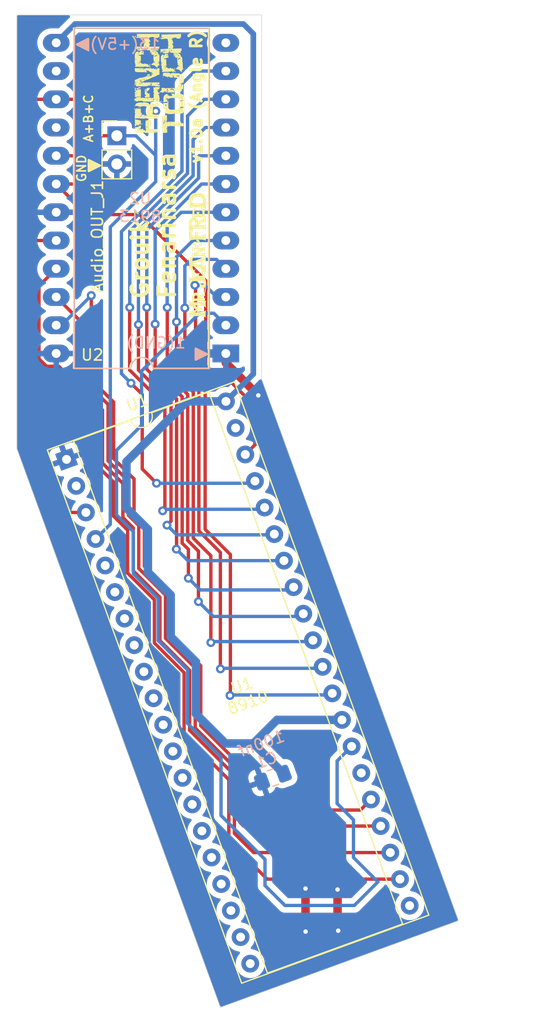
<source format=kicad_pcb>
(kicad_pcb (version 20240108) (generator "pcbnew") (generator_version "8.0")
  (title_block (title "adapter 8913-8910 Angle R") (date "2024-06-29") (rev "1.0a"))
  (layers (0 "F.Cu" signal) (31 "B.Cu" signal) (34 "B.Paste" user) (35 "F.Paste" user) (36 "B.SilkS" user "B.Silkscreen") (37 "F.SilkS" user "F.Silkscreen") (38 "B.Mask" user) (39 "F.Mask" user) (44 "Edge.Cuts" user))
  (net 0 "")
  (net 6 "Net-(U1-D3)")
  (net 7 "Net-(U1-D5)")
  (net 8 "Net-(U1-BC1)")
  (net 12 "Net-(U1-D7)")
  (net 13 "Net-(U1-A8)")
  (net 14 "Net-(U1-~{A9})")
  (net 15 "Net-(U1-D6)")
  (net 16 "Net-(U1-BDIR)")
  (net 17 "Net-(U1-~{RESET})")
  (net 19 "Net-(U1-D0)")
  (net 21 "Net-(U1-D4)")
  (net 22 "Net-(U1-CLOCK)")
  (net 23 "+5V")
  (net 26 "Net-(U1-D1)")
  (net 27 "Net-(U1-D2)")
  (net 31 "GND")
  (net 37 "Net-(Audio_OUT_J1-Pin_1)")
  (footprint "Connector_PinHeader_2.54mm:PinHeader_1x02_P2.54mm_Vertical" (layer "F.Cu") (at 119.1 33.91)
    (property "Reference" "Audio_OUT_J1")
    (property "Value" "Conn_01x02_Pin")
  )
  (footprint "LOGO" (layer "F.Cu") (at 122.92 29.21 90)
    (property "Reference" "G***" (hide yes))
    (property "Value" "LOGO" (hide yes))
  )
  (footprint "Package_DIP:DIP-40_W15.24mm_Socket" (layer "F.Cu") (at 114.579085 63.012387 20)
    (property "Reference" "U1")
    (property "Value" "PSG_AY-3-8910")
  )
  (footprint "Package_DIP:DIP-24_W15.24mm_LongPads" (layer "F.Cu") (at 128.89 53.49 180)
    (property "Reference" "U2")
    (property "Value" "PSG_AY-3-8913")
  )
  (footprint "clipboard:9ae72411-4bc9-4ada-b84c-0bfed0e413d8" (layer "B.Cu") (at 115.29 54.85)
    (property "Reference" "")
    (property "Value" "")
  )
  (footprint "Capacitor_SMD:C_0805_2012Metric_Pad1.18x1.45mm_HandSolder" (layer "B.Cu") (at 133.116268 91.636361 -160)
    (property "Reference" "C1")
    (property "Value" "100nf")
  )
  (gr_poly (pts (xy 126.18 54.05) (xy 127.18 53.55) (xy 126.18 53.05)) (stroke (width 0.2)) (fill solid) (layer "B.SilkS"))
  (gr_poly (pts (xy 116.52 25.2) (xy 115.52 25.7) (xy 116.52 26.2)) (stroke (width 0.2)) (fill solid) (layer "B.SilkS"))
  (gr_poly (pts (xy 125.870104 44.462622) (xy 125.878674 44.463345) (xy 125.887152 44.463896) (xy 125.895521 44.464285) (xy 125.903766 44.464519) (xy 125.911871 44.464605) (xy 125.919822 44.464553) (xy 125.927602 44.464368) (xy 125.935511 44.464249) (xy 125.943373 44.463913) (xy 125.951205 44.463391) (xy 125.959021 44.462714) (xy 125.966837 44.461913) (xy 125.974668 44.461019) (xy 125.99044 44.459076) (xy 125.998348 44.457992) (xy 126.006201 44.45673) (xy 126.014008 44.455297) (xy 126.021777 44.453702) (xy 126.029514 44.451951) (xy 126.037228 44.450053) (xy 126.044926 44.448016) (xy 126.052617 44.445847) (xy 126.06034 44.443551) (xy 126.068141 44.441124) (xy 126.076034 44.438557) (xy 126.084036 44.435843) (xy 126.092163 44.432973) (xy 126.100428 44.429941) (xy 126.108849 44.426739) (xy 126.11744 44.423358) (xy 126.125936 44.419793) (xy 126.134555 44.416051) (xy 126.143299 44.412138) (xy 126.152167 44.408062) (xy 126.170274 44.399452) (xy 126.188878 44.390285) (xy 126.198396 44.385448) (xy 126.208101 44.380363) (xy 126.217992 44.37503) (xy 126.228069 44.369449) (xy 126.238332 44.36362) (xy 126.248781 44.357543) (xy 126.259416 44.351217) (xy 126.270237 44.344644) (xy 126.292437 44.33127) (xy 126.315381 44.317028) (xy 126.33907 44.302042) (xy 126.363503 44.286436) (xy 126.388927 44.269559) (xy 126.415592 44.251627) (xy 126.443498 44.232579) (xy 126.472643 44.212352) (xy 126.416099 44.21259) (xy 126.361601 44.213262) (xy 126.309211 44.214306) (xy 126.258992 44.21566) (xy 126.234716 44.216777) (xy 126.211005 44.218151) (xy 126.187869 44.219788) (xy 126.165313 44.221696) (xy 126.143347 44.223883) (xy 126.121977 44.226357) (xy 126.101212 44.229125) (xy 126.08106 44.232196) (xy 126.061588 44.235635) (xy 126.042861 44.239493) (xy 126.024877 44.243754) (xy 126.007638 44.248402) (xy 125.991143 44.253422) (xy 125.975392 44.258799) (xy 125.960385 44.264518) (xy 125.946122 44.270561) (xy 125.939285 44.273739) (xy 125.932664 44.277071) (xy 125.926259 44.280556) (xy 125.920067 44.284193) (xy 125.914089 44.287982) (xy 125.908322 44.29192) (xy 125.902767 44.296008) (xy 125.897422 44.300244) (xy 125.892287 44.304627) (xy 125.88736 44.309157) (xy 125.88264 44.313832) (xy 125.878126 44.318651) (xy 125.873818 44.323614) (xy 125.869715 44.328719) (xy 125.865815 44.333965) (xy 125.862117 44.339353) (xy 125.86497 44.328347) (xy 125.867574 44.317163) (xy 125.869931 44.305808) (xy 125.872039 44.294291) (xy 125.873899 44.282618) (xy 125.875512 44.270799) (xy 125.876876 44.258839) (xy 125.877992 44.246748) (xy 125.878893 44.234504) (xy 125.879615 44.222089) (xy 125.880166 44.209518) (xy 125.880555 44.196808) (xy 125.880789 44.183975) (xy 125.880876 44.171032) (xy 125.880638 44.144884) (xy 125.880518 44.131456) (xy 125.880173 44.11795) (xy 125.879626 44.104352) (xy 125.878902 44.090644) (xy 125.87701 44.062843) (xy 125.874685 44.03442) (xy 125.87208 44.005523) (xy 125.869228 43.976377) (xy 125.866127 43.946984) (xy 125.862779 43.917343) (xy 125.867615 43.920814) (xy 125.8727 43.924277) (xy 125.878033 43.927726) (xy 125.883614 43.931151) (xy 125.889444 43.934544) (xy 125.895521 43.9379) (xy 125.901846 43.941208) (xy 125.908419 43.944463) (xy 125.91499 43.947656) (xy 125.921793 43.950788) (xy 125.928813 43.953857) (xy 125.936035 43.956865) (xy 125.943443 43.95981) (xy 125.951021 43.962694) (xy 125.958755 43.965515) (xy 125.966627 43.968275) (xy 125.974847 43.970943) (xy 125.983143 43.973494) (xy 125.991533 43.975937) (xy 126.000031 43.978279) (xy 126.008653 43.980529) (xy 126.017415 43.982693) (xy 126.026332 43.984779) (xy 126.035419 43.986796) (xy 126.054023 43.990641) (xy 126.073122 43.994237) (xy 126.092718 43.997586) (xy 126.11281 44.000687) (xy 126.133387 44.003549) (xy 126.154399 44.006226) (xy 126.197476 44.01127) (xy 126.241711 44.015156) (xy 126.264356 44.016944) (xy 126.287435 44.018546) (xy 126.310648 44.019807) (xy 126.333737 44.020696) (xy 126.356826 44.021337) (xy 126.380039 44.021853) (xy 126.426672 44.021771) (xy 126.449988 44.021574) (xy 126.473304 44.021192) (xy 126.520268 44.019125) (xy 126.543812 44.017936) (xy 126.567232 44.016562) (xy 126.590517 44.015053) (xy 126.613616 44.01342) (xy 126.636344 44.011539) (xy 126.64751 44.010467) (xy 126.658513 44.009286) (xy 126.68061 44.007188) (xy 126.702334 44.004904) (xy 126.745164 44.000025) (xy 126.755551 43.998724) (xy 126.765876 43.997307) (xy 126.786339 43.994155) (xy 126.806555 43.990631) (xy 126.826523 43.986796) (xy 126.845902 43.982817) (xy 126.864474 43.978776) (xy 126.882427 43.974611) (xy 126.899945 43.97026) (xy 126.916554 43.965785) (xy 126.932604 43.961248) (xy 126.948035 43.956586) (xy 126.955498 43.95419) (xy 126.962784 43.951739) (xy 126.976798 43.946778) (xy 126.990069 43.941817) (xy 127.002595 43.936856) (xy 127.014377 43.931895) (xy 127.01996 43.929165) (xy 127.025302 43.926428) (xy 127.030411 43.923675) (xy 127.035296 43.920898) (xy 127.039964 43.918091) (xy 127.044422 43.915245) (xy 127.048679 43.912352) (xy 127.052742 43.909406) (xy 127.051037 43.913903) (xy 127.049393 43.91847) (xy 127.047812 43.923114) (xy 127.046293 43.927844) (xy 127.044835 43.932667) (xy 127.04344 43.93759) (xy 127.042107 43.942622) (xy 127.040836 43.947771) (xy 127.038376 43.958447) (xy 127.037185 43.963991) (xy 127.03604 43.969681) (xy 127.034957 43.975527) (xy 127.033952 43.981536) (xy 127.03304 43.987715) (xy 127.032237 43.994072) (xy 127.031305 44.000305) (xy 127.03049 44.006599) (xy 127.029783 44.012955) (xy 127.029177 44.019373) (xy 127.028665 44.025854) (xy 127.028237 44.032396) (xy 127.027887 44.039) (xy 127.027607 44.045666) (xy 127.027607 44.098583) (xy 127.027694 44.105279) (xy 127.027937 44.111967) (xy 127.028304 44.11864) (xy 127.028764 44.125289) (xy 127.030914 44.1515) (xy 127.03389 44.177131) (xy 127.036867 44.201771) (xy 127.038851 44.213832) (xy 127.040836 44.225335) (xy 127.044804 44.247412) (xy 127.046789 44.257592) (xy 127.048773 44.267338) (xy 127.050758 44.276712) (xy 127.052742 44.285776) (xy 127.02371 44.28836) (xy 126.996105 44.291068) (xy 126.944924 44.29636) (xy 126.920874 44.298954) (xy 126.897382 44.301734) (xy 126.87451 44.304639) (xy 126.85232 44.307605) (xy 126.830854 44.310705) (xy 126.81007 44.314054) (xy 126.789905 44.31765) (xy 126.770299 44.321495) (xy 126.751065 44.325598) (xy 126.732018 44.330011) (xy 126.722544 44.332354) (xy 126.713094 44.334797) (xy 126.703659 44.337348) (xy 126.694232 44.340016) (xy 126.675391 44.345618) (xy 126.665989 44.34855) (xy 126.656611 44.351591) (xy 126.647264 44.354757) (xy 126.637956 44.358061) (xy 126.628695 44.361521) (xy 126.619487 44.365151) (xy 126.610028 44.368965) (xy 126.600491 44.372964) (xy 126.590861 44.37715) (xy 126.581122 44.381522) (xy 126.57126 44.38608) (xy 126.561258 44.390824) (xy 126.540773 44.40087) (xy 126.519958 44.41165) (xy 126.498275 44.423111) (xy 126.475847 44.435193) (xy 126.4528 44.447833) (xy 126.441017 44.454436) (xy 126.428987 44.461342) (xy 126.404182 44.476028) (xy 126.378385 44.491831) (xy 126.351596 44.508687) (xy 126.43494 44.505215) (xy 126.510346 44.502735) (xy 126.578642 44.500089) (xy 126.610247 44.498828) (xy 126.639992 44.497443) (xy 126.668507 44.495934) (xy 126.695472 44.494301) (xy 126.720824 44.49242) (xy 126.732877 44.491347) (xy 126.744503 44.490167) (xy 126.76722 44.488058) (xy 126.78882 44.485702) (xy 126.809429 44.483097) (xy 126.829169 44.480245) (xy 126.847918 44.47765) (xy 126.86555 44.47487) (xy 126.882189 44.471966) (xy 126.897961 44.469) (xy 126.90556 44.46745) (xy 126.912989 44.465775) (xy 126.920262 44.463977) (xy 126.927396 44.462055) (xy 126.934406 44.460008) (xy 126.941307 44.457838) (xy 126.948116 44.455543) (xy 126.954847 44.453125) (xy 126.961265 44.450614) (xy 126.967621 44.44804) (xy 126.973915 44.445405) (xy 126.980147 44.442707) (xy 126.986317 44.439948) (xy 126.992426 44.437126) (xy 126.998472 44.434242) (xy 127.004456 44.431297) (xy 127.01041 44.428258) (xy 127.016372 44.425096) (xy 127.02235 44.421809) (xy 127.028351 44.418398) (xy 127.034383 44.414864) (xy 127.040454 44.411205) (xy 127.046571 44.407422) (xy 127.052742 44.403516) (xy 127.048155 44.41356) (xy 127.043823 44.423845) (xy 127.039755 44.434363) (xy 127.035958 44.445105) (xy 127.03244 44.456064) (xy 127.029209 44.467233) (xy 127.026272 44.478603) (xy 127.023638 44.490167) (xy 127.021341 44.501888) (xy 127.019401 44.513742) (xy 127.017801 44.525734) (xy 127.016527 44.537874) (xy 127.015564 44.55017) (xy 127.014894 44.562627) (xy 127.014504 44.575256) (xy 127.014378 44.588063) (xy 127.014531 44.600995) (xy 127.014988 44.614004) (xy 127.015738 44.627107) (xy 127.016776 44.640318) (xy 127.018092 44.653653) (xy 127.01968 44.667128) (xy 127.021531 44.680757) (xy 127.023638 44.694558) (xy 127.026245 44.70823) (xy 127.029116 44.721957) (xy 127.032266 44.73573) (xy 127.03571 44.749541) (xy 127.039464 44.763384) (xy 127.043544 44.77725) (xy 127.047965 44.791132) (xy 127.052742 44.805021) (xy 127.051354 44.803664) (xy 127.049917 44.802321) (xy 127.048427 44.800989) (xy 127.046882 44.799667) (xy 127.045279 44.798353) (xy 127.043615 44.797045) (xy 127.041887 44.79574) (xy 127.040092 44.794438) (xy 127.038227 44.793135) (xy 127.03629 44.791831) (xy 127.034277 44.790522) (xy 127.032185 44.789208) (xy 127.030013 44.787886) (xy 127.027755 44.786555) (xy 127.022977 44.783854) (xy 127.020582 44.782505) (xy 127.018111 44.781185) (xy 127.012951 44.778625) (xy 127.007512 44.776157) (xy 127.00181 44.773767) (xy 126.995859 44.771439) (xy 126.989676 44.769158) (xy 126.983276 44.766907) (xy 126.976674 44.764672) (xy 126.969854 44.762469) (xy 126.962794 44.760321) (xy 126.955501 44.758219) (xy 126.947984 44.756156) (xy 126.932305 44.752115) (xy 126.91582 44.748136) (xy 126.907294 44.746182) (xy 126.898581 44.744291) (xy 126.889682 44.742461) (xy 126.880598 44.740694) (xy 126.86187 44.737345) (xy 126.842398 44.734245) (xy 126.822296 44.731382) (xy 126.801636 44.728705) (xy 126.780356 44.726152) (xy 126.758393 44.723661) (xy 126.667773 44.715723) (xy 126.644426 44.713967) (xy 126.620892 44.712582) (xy 126.596987 44.711445) (xy 126.572523 44.710432) (xy 126.548101 44.709564) (xy 126.523493 44.708944) (xy 126.49876 44.708571) (xy 126.473966 44.708447) (xy 126.424357 44.70853) (xy 126.399552 44.708727) (xy 126.374747 44.709109) (xy 126.362375 44.709197) (xy 126.350056 44.70944) (xy 126.325551 44.710267) (xy 126.276852 44.712417) (xy 126.253163 44.713926) (xy 126.229723 44.715559) (xy 126.20653 44.71744) (xy 126.183586 44.719693) (xy 126.172266 44.720744) (xy 126.161117 44.721904) (xy 126.139268 44.724488) (xy 126.117915 44.72732) (xy 126.096935 44.730277) (xy 126.076843 44.733377) (xy 126.057247 44.736725) (xy 126.038148 44.740322) (xy 126.019544 44.744167) (xy 126.001675 44.748146) (xy 125.984735 44.752187) (xy 125.968664 44.756352) (xy 125.960934 44.758501) (xy 125.953398 44.760704) (xy 125.946051 44.762967) (xy 125.938898 44.765292) (xy 125.931946 44.76768) (xy 125.925204 44.770129) (xy 125.918678 44.772641) (xy 125.912378 44.775214) (xy 125.90631 44.77785) (xy 125.900482 44.780547) (xy 125.894684 44.783307) (xy 125.889196 44.786128) (xy 125.884018 44.789012) (xy 125.87915 44.791958) (xy 125.874592 44.794965) (xy 125.872429 44.796492) (xy 125.870344 44.798035) (xy 125.868336 44.799593) (xy 125.866406 44.801166) (xy 125.864554 44.802755) (xy 125.862779 44.80436) (xy 125.861456 44.805018) (xy 125.865269 44.791997) (xy 125.868773 44.779232) (xy 125.871967 44.76673) (xy 125.87485 44.7545) (xy 125.877424 44.742548) (xy 125.879687 44.730883) (xy 125.881641 44.719513) (xy 125.883284 44.708446) (xy 125.884678 44.697374) (xy 125.885878 44.686473) (xy 125.886877 44.675727) (xy 125.887666 44.66512) (xy 125.888238 44.654637) (xy 125.888586 44.644263) (xy 125.888701 44.633982) (xy 125.888576 44.623779) (xy 125.888424 44.613857) (xy 125.887986 44.603935) (xy 125.887285 44.594013) (xy 125.886343 44.584091) (xy 125.885184 44.57417) (xy 125.883832 44.564248) (xy 125.882308 44.554326) (xy 125.880638 44.544404) (xy 125.87881 44.534449) (xy 125.876804 44.524416) (xy 125.874627 44.51429) (xy 125.872287 44.504055) (xy 125.869792 44.493697) (xy 125.86715 44.483199) (xy 125.861456 44.461722)) (stroke (width -0.000001)) (fill solid) (layer "F.SilkS"))
  (gr_poly (pts (xy 125.543811 47.102916) (xy 125.542633 47.107555) (xy 125.541972 47.104247)) (stroke (width -0.000001)) (fill solid) (layer "F.SilkS"))
  (gr_poly (pts (xy 125.819804 48.915094) (xy 125.819122 48.917305) (xy 125.8178 48.916643)) (stroke (width -0.000001)) (fill solid) (layer "F.SilkS"))
  (gr_poly (pts (xy 126.313364 43.63597) (xy 126.315712 43.635478) (xy 126.318076 43.63504) (xy 126.320456 43.634657) (xy 126.322851 43.634331) (xy 126.325262 43.634062) (xy 126.327688 43.633851) (xy 126.33013 43.633699) (xy 126.332587 43.633607) (xy 126.33506 43.633576) (xy 126.334398 43.634899) (xy 126.329329 43.63496) (xy 126.324292 43.635145) (xy 126.319287 43.635452) (xy 126.314317 43.635881) (xy 126.313227 43.636002)) (stroke (width -0.000001)) (fill solid) (layer "F.SilkS"))
  (gr_poly (pts (xy 125.548546 45.950195) (xy 125.552896 45.933917) (xy 125.557013 45.917701) (xy 125.560905 45.901547) (xy 125.564581 45.885455) (xy 125.568047 45.869425) (xy 125.571312 45.853457) (xy 125.574383 45.837552) (xy 125.577265 45.821676) (xy 125.579953 45.805801) (xy 125.58244 45.789926) (xy 125.584718 45.774051) (xy 125.586778 45.758176) (xy 125.588614 45.742302) (xy 125.590218 45.726427) (xy 125.591581 45.710552) (xy 125.592978 45.694865) (xy 125.594206 45.67907) (xy 125.596211 45.647217) (xy 125.59772 45.615116) (xy 125.598857 45.58289) (xy 125.599115 45.550137) (xy 125.598939 45.517323) (xy 125.598391 45.484385) (xy 125.597534 45.45126) (xy 125.596293 45.417898) (xy 125.594557 45.384287) (xy 125.592325 45.350429) (xy 125.589596 45.316322) (xy 125.58356 45.247283) (xy 125.577028 45.176754) (xy 125.573421 45.14117) (xy 125.569504 45.104904) (xy 125.565215 45.068017) (xy 125.560492 45.030572) (xy 125.556048 44.992497) (xy 125.551728 44.953678) (xy 125.547656 44.914114) (xy 125.544102 44.8754) (xy 125.558756 44.871464) (xy 125.574383 44.867444) (xy 125.589514 44.863795) (xy 125.596893 44.86213) (xy 125.604148 44.860581) (xy 125.618525 44.857718) (xy 125.632839 44.855041) (xy 125.661034 44.849997) (xy 125.674924 44.847392) (xy 125.688815 44.84454) (xy 125.702706 44.841439) (xy 125.716596 44.838091) (xy 125.730621 44.834505) (xy 125.744956 44.830732) (xy 125.774805 44.822877) (xy 125.782307 44.820831) (xy 125.789925 44.81866) (xy 125.797652 44.816366) (xy 125.80548 44.813947) (xy 125.813401 44.811405) (xy 125.821407 44.808738) (xy 125.82949 44.805948) (xy 125.837643 44.803033) (xy 125.854262 44.796811) (xy 125.862758 44.793475) (xy 125.871378 44.789969) (xy 125.880121 44.786277) (xy 125.888989 44.782383) (xy 125.897981 44.778272) (xy 125.907096 44.773929) (xy 125.926103 44.76473) (xy 125.945544 44.754912) (xy 125.965604 44.744349) (xy 125.986471 44.732918) (xy 126.007793 44.721012) (xy 126.030045 44.708113) (xy 126.053165 44.694223) (xy 126.077091 44.67934) (xy 126.070471 44.686316) (xy 126.064007 44.693354) (xy 126.057697 44.700451) (xy 126.051542 44.707607) (xy 126.045543 44.714822) (xy 126.039698 44.722094) (xy 126.034008 44.729421) (xy 126.028474 44.736805) (xy 126.023094 44.744242) (xy 126.01787 44.751733) (xy 126.0128 44.759276) (xy 126.007886 44.76687) (xy 126.003127 44.774515) (xy 125.998522 44.782209) (xy 125.994073 44.789951) (xy 125.989779 44.797741) (xy 125.981501 44.813399) (xy 125.973542 44.829119) (xy 125.965908 44.844901) (xy 125.958607 44.860745) (xy 125.951648 44.876651) (xy 125.945037 44.892619) (xy 125.938783 44.908649) (xy 125.932893 44.924741) (xy 125.927316 44.940614) (xy 125.92201 44.95647) (xy 125.916999 44.972296) (xy 125.912305 44.988076) (xy 125.907953 45.003793) (xy 125.903965 45.019433) (xy 125.900364 45.03498) (xy 125.897174 45.050418) (xy 125.890973 45.08068) (xy 125.885268 45.10995) (xy 125.880059 45.138227) (xy 125.875346 45.165512) (xy 125.889453 45.165326) (xy 125.903985 45.164768) (xy 125.918937 45.163838) (xy 125.934299 45.162535) (xy 125.950064 45.160861) (xy 125.966225 45.158815) (xy 125.982773 45.156396) (xy 125.999701 45.153606) (xy 126.034541 45.147167) (xy 126.070559 45.139798) (xy 126.107694 45.131561) (xy 126.145883 45.122517) (xy 126.185446 45.112079) (xy 126.205507 45.106448) (xy 126.225754 45.100524) (xy 126.246187 45.094289) (xy 126.266806 45.087729) (xy 126.287611 45.080827) (xy 126.308602 45.073569) (xy 126.351286 45.058707) (xy 126.394095 45.042977) (xy 126.437152 45.026502) (xy 126.480581 45.009408) (xy 126.524237 44.991673) (xy 126.567893 44.973193) (xy 126.611549 44.953969) (xy 126.655206 44.934001) (xy 126.698614 44.913424) (xy 126.741526 44.892412) (xy 126.783942 44.871029) (xy 126.825862 44.849335) (xy 126.867162 44.827269) (xy 126.907717 44.804769) (xy 126.947529 44.781897) (xy 126.986596 44.758715) (xy 127.024289 44.735275) (xy 127.042744 44.723461) (xy 127.060928 44.711586) (xy 127.078832 44.699649) (xy 127.09645 44.68765) (xy 127.113773 44.675588) (xy 127.130794 44.663465) (xy 127.124221 44.690626) (xy 127.118392 44.716547) (xy 127.113307 44.741228) (xy 127.108966 44.764668) (xy 127.101525 44.808407) (xy 127.098176 44.828943) (xy 127.095076 44.848673) (xy 127.092347 44.867659) (xy 127.091169 44.876892) (xy 127.090115 44.885963) (xy 127.089184 44.894878) (xy 127.088378 44.903646) (xy 127.087696 44.912275) (xy 127.087138 44.920772) (xy 127.08628 44.937504) (xy 127.085732 44.953927) (xy 127.085594 44.962003) (xy 127.085557 44.969978) (xy 127.085628 44.977844) (xy 127.085815 44.985595) (xy 127.086425 45.001366) (xy 127.087221 45.017014) (xy 127.089122 45.048433) (xy 127.08968 45.056403) (xy 127.090362 45.064442) (xy 127.091169 45.072559) (xy 127.092099 45.080762) (xy 127.093153 45.089057) (xy 127.094331 45.097453) (xy 127.095633 45.105958) (xy 127.09706 45.114579) (xy 127.10016 45.132294) (xy 127.103509 45.150629) (xy 127.107106 45.169459) (xy 127.11095 45.188662) (xy 127.119301 45.230499) (xy 127.123694 45.253216) (xy 127.128148 45.277297) (xy 127.123761 45.273623) (xy 127.119281 45.270042) (xy 127.114707 45.266554) (xy 127.110041 45.263159) (xy 127.105281 45.259857) (xy 127.100429 45.256648) (xy 127.095484 45.253532) (xy 127.090445 45.250509) (xy 127.085314 45.247579) (xy 127.080089 45.244741) (xy 127.074772 45.241997) (xy 127.069361 45.239346) (xy 127.063858 45.236788) (xy 127.058261 45.234323) (xy 127.052572 45.231951) (xy 127.046789 45.229672) (xy 127.035067 45.22539) (xy 127.023214 45.221456) (xy 127.011221 45.217848) (xy 126.999081 45.214542) (xy 126.986786 45.211515) (xy 126.974328 45.208744) (xy 126.9617 45.206205) (xy 126.948893 45.203875) (xy 126.935995 45.202079) (xy 126.923096 45.200661) (xy 126.910198 45.199632) (xy 126.897299 45.198997) (xy 126.884401 45.198766) (xy 126.871502 45.198946) (xy 126.858604 45.199544) (xy 126.845706 45.200568) (xy 126.832621 45.201934) (xy 126.819661 45.203555) (xy 126.806824 45.20544) (xy 126.794112 45.207596) (xy 126.781524 45.210032) (xy 126.769059 45.212754) (xy 126.756719 45.21577) (xy 126.744502 45.219089) (xy 126.748469 45.222469) (xy 126.752419 45.225662) (xy 126.756339 45.22867) (xy 126.760212 45.231491) (xy 126.764023 45.234127) (xy 126.767757 45.236576) (xy 126.771397 45.23884) (xy 126.77493 45.240917) (xy 126.778371 45.242903) (xy 126.781751 45.244896) (xy 126.785068 45.246905) (xy 126.788324 45.248937) (xy 126.791518 45.251001) (xy 126.794649 45.253103) (xy 126.797719 45.255251) (xy 126.800726 45.257454) (xy 126.806555 45.261298) (xy 126.812136 45.264895) (xy 126.817469 45.268244) (xy 126.822555 45.271344) (xy 126.825252 45.272863) (xy 126.827887 45.274445) (xy 126.830461 45.276088) (xy 126.832972 45.277793) (xy 126.835422 45.279561) (xy 126.837809 45.28139) (xy 126.840135 45.283281) (xy 126.842398 45.285235) (xy 126.846966 45.289214) (xy 126.851659 45.293255) (xy 126.854012 45.295318) (xy 126.856351 45.29742) (xy 126.858658 45.299568) (xy 126.860919 45.301771) (xy 126.862035 45.302786) (xy 126.86315 45.303847) (xy 126.864263 45.304953) (xy 126.865374 45.306102) (xy 126.86648 45.307293) (xy 126.867581 45.308527) (xy 126.868677 45.309801) (xy 126.869766 45.311114) (xy 126.870847 45.312467) (xy 126.87192 45.313857) (xy 126.872982 45.315284) (xy 126.874035 45.316747) (xy 126.875075 45.318245) (xy 126.876103 45.319777) (xy 126.877117 45.321341) (xy 126.878117 45.322938) (xy 126.886468 45.336332) (xy 126.89086 45.343401) (xy 126.895315 45.350719) (xy 126.897576 45.354592) (xy 126.899883 45.35876) (xy 126.902221 45.363207) (xy 126.904575 45.367917) (xy 126.906929 45.372875) (xy 126.909268 45.378066) (xy 126.911575 45.383474) (xy 126.913836 45.389084) (xy 126.911482 45.394322) (xy 126.908896 45.399615) (xy 126.906092 45.404955) (xy 126.903087 45.410333) (xy 126.899896 45.415742) (xy 126.896535 45.421175) (xy 126.893018 45.426623) (xy 126.889362 45.432079) (xy 126.887463 45.434807) (xy 126.885489 45.437535) (xy 126.883441 45.44026) (xy 126.881321 45.442983) (xy 126.876874 45.448415) (xy 126.872164 45.453824) (xy 126.867206 45.459202) (xy 126.862015 45.464542) (xy 126.856607 45.469835) (xy 126.850997 45.475073) (xy 126.845171 45.480282) (xy 126.839112 45.485491) (xy 126.832836 45.4907) (xy 126.826358 45.495909) (xy 126.819694 45.501118) (xy 126.81286 45.506327) (xy 126.805871 45.511536) (xy 126.798742 45.516745) (xy 126.791427 45.521923) (xy 126.78388 45.527039) (xy 126.776115 45.532093) (xy 126.768149 45.537085) (xy 126.759997 45.542015) (xy 126.751675 45.546883) (xy 126.743198 45.551689) (xy 126.734581 45.556433) (xy 126.74438 45.559317) (xy 126.753939 45.562024) (xy 126.772366 45.566933) (xy 126.789926 45.571222) (xy 126.80668 45.574954) (xy 126.822678 45.578188) (xy 126.837933 45.580989) (xy 126.852444 45.583418) (xy 126.866211 45.585537) (xy 126.872845 45.586408) (xy 126.879347 45.587046) (xy 126.88571 45.587467) (xy 126.891925 45.587687) (xy 126.897985 45.58772) (xy 126.903883 45.587583) (xy 126.90961 45.587291) (xy 126.915159 45.58686) (xy 126.920585 45.586303) (xy 126.925949 45.58563) (xy 126.931251 45.584848) (xy 126.936491 45.583966) (xy 126.941669 45.58299) (xy 126.946785 45.58193) (xy 126.951838 45.580792) (xy 126.95683 45.579584) (xy 126.966752 45.577093) (xy 126.976674 45.57454) (xy 126.986596 45.571863) (xy 126.996518 45.569) (xy 127.001479 45.567478) (xy 127.00644 45.565879) (xy 127.011401 45.564186) (xy 127.016362 45.562386) (xy 127.021323 45.560461) (xy 127.026284 45.558396) (xy 127.031245 45.556176) (xy 127.036205 45.553786) (xy 127.046365 45.549218) (xy 127.056959 45.544526) (xy 127.067924 45.539834) (xy 127.073527 45.537526) (xy 127.0792 45.535265) (xy 127.090848 45.530821) (xy 127.096839 45.528638) (xy 127.10293 45.526501) (xy 127.109114 45.524426) (xy 127.115384 45.522429) (xy 127.121731 45.520525) (xy 127.128148 45.518729) (xy 127.119301 45.572307) (xy 127.11095 45.621916) (xy 127.107126 45.645357) (xy 127.103674 45.668053) (xy 127.100718 45.690005) (xy 127.099465 45.700702) (xy 127.098383 45.711213) (xy 127.096026 45.731801) (xy 127.093918 45.751893) (xy 127.092057 45.771488) (xy 127.090445 45.790588) (xy 127.089543 45.799984) (xy 127.088812 45.809326) (xy 127.088236 45.818621) (xy 127.087799 45.827877) (xy 127.087486 45.837103) (xy 127.087282 45.846305) (xy 127.087138 45.864671) (xy 127.087272 45.883244) (xy 127.087716 45.902126) (xy 127.088533 45.921133) (xy 127.0891 45.930625) (xy 127.089784 45.940078) (xy 127.090342 45.949816) (xy 127.091024 45.959694) (xy 127.09183 45.969727) (xy 127.09276 45.979931) (xy 127.094993 46.000911) (xy 127.097721 46.02276) (xy 127.110289 46.11801) (xy 127.11402 46.144437) (xy 127.118309 46.172167) (xy 127.123218 46.20126) (xy 127.12881 46.23178) (xy 127.091737 46.199535) (xy 127.054974 46.168281) (xy 127.018584 46.138019) (xy 126.982627 46.108749) (xy 126.964548 46.094297) (xy 126.946516 46.080193) (xy 126.928514 46.066415) (xy 126.910528 46.052939) (xy 126.892542 46.039742) (xy 126.874541 46.026801) (xy 126.856508 46.014092) (xy 126.838429 46.001593) (xy 126.802318 45.977781) (xy 126.784317 45.966247) (xy 126.766331 45.95496) (xy 126.748345 45.943922) (xy 126.730343 45.933132) (xy 126.712311 45.92259) (xy 126.694232 45.912296) (xy 126.657996 45.892329) (xy 126.621637 45.873105) (xy 126.603371 45.863772) (xy 126.585029 45.854625) (xy 126.566593 45.845665) (xy 126.564638 45.844739) (xy 126.564638 45.542008) (xy 126.566769 45.541977) (xy 126.568761 45.541884) (xy 126.570614 45.541729) (xy 126.572327 45.541512) (xy 126.5739 45.541233) (xy 126.575335 45.540891) (xy 126.576629 45.540488) (xy 126.577784 45.540023) (xy 126.578799 45.539496) (xy 126.579675 45.538907) (xy 126.580412 45.538256) (xy 126.581009 45.537543) (xy 126.581466 45.536768) (xy 126.581784 45.535931) (xy 126.582404 45.535343) (xy 126.583272 45.534577) (xy 126.584388 45.53364) (xy 126.585753 45.532541) (xy 126.587365 45.531286) (xy 126.589225 45.529885) (xy 126.591334 45.528343) (xy 126.59369 45.52667) (xy 126.598393 45.52296) (xy 126.603529 45.518815) (xy 126.609038 45.514299) (xy 126.614857 45.509472) (xy 126.62082 45.504015) (xy 126.626846 45.498558) (xy 126.632995 45.493101) (xy 126.636136 45.490372) (xy 126.639331 45.487644) (xy 126.642557 45.484696) (xy 126.64579 45.481794) (xy 126.652312 45.476068) (xy 126.665789 45.464493) (xy 126.672714 45.458529) (xy 126.676137 45.455528) (xy 126.679514 45.452504) (xy 126.682829 45.449448) (xy 126.686067 45.446354) (xy 126.689211 45.443214) (xy 126.692247 45.440019) (xy 126.69541 45.436824) (xy 126.698448 45.433683) (xy 126.701363 45.430589) (xy 126.704154 45.427534) (xy 126.70682 45.424509) (xy 126.709363 45.421508) (xy 126.711781 45.418522) (xy 126.714075 45.415544) (xy 126.718406 45.409715) (xy 126.720459 45.406894) (xy 126.722426 45.404134) (xy 126.724301 45.401437) (xy 126.726075 45.398801) (xy 126.72774 45.396228) (xy 126.729289 45.393716) (xy 126.730684 45.391078) (xy 126.731893 45.388611) (xy 126.732428 45.387436) (xy 126.732917 45.386298) (xy 126.733358 45.385195) (xy 126.733754 45.384125) (xy 126.734103 45.383086) (xy 126.734405 45.382076) (xy 126.734661 45.381093) (xy 126.73487 45.380136) (xy 126.735033 45.379201) (xy 126.735149 45.378288) (xy 126.735219 45.377395) (xy 126.735242 45.376518) (xy 126.722716 45.362152) (xy 126.710934 45.348903) (xy 126.705321 45.342735) (xy 126.699895 45.336893) (xy 126.694655 45.331392) (xy 126.689601 45.326247) (xy 126.684638 45.321348) (xy 126.679659 45.316574) (xy 126.674649 45.311923) (xy 126.669592 45.307396) (xy 126.664474 45.302993) (xy 126.659278 45.298714) (xy 126.653989 45.29456) (xy 126.648591 45.290529) (xy 126.64332 45.286622) (xy 126.637925 45.282839) (xy 126.632406 45.27918) (xy 126.626763 45.275646) (xy 126.620996 45.272235) (xy 126.615105 45.268948) (xy 126.60909 45.265786) (xy 126.60295 45.262747) (xy 126.596621 45.259799) (xy 126.590021 45.256898) (xy 126.583126 45.254027) (xy 126.575913 45.251172) (xy 126.568359 45.248317) (xy 126.560441 45.245446) (xy 126.552136 45.242544) (xy 126.544922 45.240105) (xy 126.541073 45.241126) (xy 126.529528 45.244227) (xy 126.515638 45.248071) (xy 126.499763 45.25266) (xy 126.481903 45.257993) (xy 126.46206 45.26407) (xy 126.4405 45.27053) (xy 126.417577 45.277052) (xy 126.368133 45.290529) (xy 126.313976 45.304833) (xy 126.285626 45.312202) (xy 126.256346 45.319633) (xy 126.197228 45.334434) (xy 126.167886 45.341679) (xy 126.138607 45.348738) (xy 126.109699 45.355445) (xy 126.081473 45.361719) (xy 126.053868 45.36762) (xy 126.02682 45.373212) (xy 126.000775 45.378317) (xy 125.976219 45.382803) (xy 125.934497 45.389911) (xy 125.954876 45.393458) (xy 125.977128 45.397602) (xy 126.000248 45.402119) (xy 126.024174 45.406945) (xy 126.048845 45.412537) (xy 126.074197 45.418438) (xy 126.10017 45.424712) (xy 126.1267 45.431419) (xy 126.15349 45.438478) (xy 126.180279 45.445724) (xy 126.233857 45.460524) (xy 126.337044 45.489628) (xy 126.385496 45.503023) (xy 126.430971 45.515425) (xy 126.452448 45.521016) (xy 126.472312 45.525926) (xy 126.490689 45.530215) (xy 126.5077 45.533946) (xy 126.51567 45.535589) (xy 126.523214 45.537047) (xy 126.530339 45.538318) (xy 126.537053 45.539403) (xy 126.543364 45.540302) (xy 126.549279 45.541015) (xy 126.554807 45.541542) (xy 126.559956 45.541883) (xy 126.562366 45.541977) (xy 126.564638 45.542008) (xy 126.564638 45.844739) (xy 126.548049 45.83689) (xy 126.510708 45.819889) (xy 126.473056 45.803569) (xy 126.435033 45.78787) (xy 126.396575 45.772729) (xy 126.358128 45.75859) (xy 126.319185 45.744948) (xy 126.279745 45.731801) (xy 126.23981 45.719151) (xy 126.219626 45.713041) (xy 126.199264 45.70711) (xy 126.158037 45.695752) (xy 126.116189 45.685013) (xy 126.073784 45.674833) (xy 126.030241 45.66516) (xy 125.985892 45.655982) (xy 125.940675 45.6473) (xy 125.894528 45.639114) (xy 125.896885 45.655237) (xy 125.898993 45.670864) (xy 125.900854 45.685995) (xy 125.902466 45.70063) (xy 125.906435 45.728825) (xy 125.910403 45.755531) (xy 125.912894 45.768202) (xy 125.915447 45.780501) (xy 125.918124 45.792552) (xy 125.920987 45.804479) (xy 125.922536 45.810245) (xy 125.924201 45.816127) (xy 125.925975 45.822118) (xy 125.927849 45.828209) (xy 125.93187 45.840663) (xy 125.9362 45.853427) (xy 125.938493 45.859907) (xy 125.940903 45.866449) (xy 125.943421 45.873054) (xy 125.946039 45.87972) (xy 125.951548 45.893238) (xy 125.957367 45.907005) (xy 125.963589 45.921267) (xy 125.970431 45.936274) (xy 125.974123 45.944057) (xy 125.978017 45.952025) (xy 125.982128 45.96018) (xy 125.986471 45.96852) (xy 126.005075 46.004074) (xy 126.015214 46.023028) (xy 126.020574 46.032746) (xy 126.026159 46.042603) (xy 126.031768 46.052897) (xy 126.037672 46.06344) (xy 126.050302 46.085268) (xy 126.063924 46.108088) (xy 126.078414 46.1319) (xy 126.05823 46.118352) (xy 126.038365 46.105494) (xy 126.018824 46.093333) (xy 125.999618 46.081877) (xy 125.980752 46.071135) (xy 125.962235 46.061114) (xy 125.944074 46.051821) (xy 125.926278 46.043265) (xy 125.90876 46.035326) (xy 125.891428 46.027876) (xy 125.874282 46.020906) (xy 125.857321 46.014409) (xy 125.840547 46.008377) (xy 125.823959 46.002802) (xy 125.807557 45.997677) (xy 125.791341 45.992994) (xy 125.775498 45.988743) (xy 125.759725 45.984912) (xy 125.74403 45.981483) (xy 125.72842 45.978442) (xy 125.712903 45.975773) (xy 125.697486 45.97346) (xy 125.682178 45.971489) (xy 125.666987 45.969843) (xy 125.651825 45.96848) (xy 125.636601 45.967373) (xy 125.621315 45.966529) (xy 125.605967 45.965957) (xy 125.590557 45.965664) (xy 125.575085 45.965657) (xy 125.559551 45.965945) (xy 125.543956 45.966536)) (stroke (width -0.000001)) (fill solid) (layer "F.SilkS"))
  (gr_poly (pts (xy 126.134824 43.822321) (xy 126.135133 43.817306) (xy 126.135564 43.812337) (xy 126.136116 43.807415) (xy 126.136788 43.80254) (xy 126.13758 43.79771) (xy 126.138489 43.792928) (xy 126.139516 43.788192) (xy 126.14066 43.783502) (xy 126.141918 43.778859) (xy 126.143291 43.774262) (xy 126.144777 43.769712) (xy 126.146376 43.765209) (xy 126.148086 43.760752) (xy 126.149906 43.756341) (xy 126.151836 43.751977) (xy 126.153867 43.747667) (xy 126.155989 43.743421) (xy 126.158203 43.739238) (xy 126.160507 43.73512) (xy 126.1629 43.731068) (xy 126.165382 43.727083) (xy 126.16795 43.723166) (xy 126.170605 43.719317) (xy 126.173345 43.715539) (xy 126.176169 43.711831) (xy 126.179077 43.708195) (xy 126.182067 43.704631) (xy 126.185138 43.701141) (xy 126.18829 43.697726) (xy 126.191521 43.694386) (xy 126.194831 43.691123) (xy 126.198218 43.687937) (xy 126.201682 43.68483) (xy 126.205221 43.681802) (xy 126.208835 43.678855) (xy 126.212523 43.675989) (xy 126.216283 43.673205) (xy 126.220115 43.670505) (xy 126.224018 43.667889) (xy 126.22799 43.665358) (xy 126.232031 43.662914) (xy 126.23614 43.660557) (xy 126.240316 43.658287) (xy 126.244558 43.656107) (xy 126.248865 43.654018) (xy 126.253236 43.652019) (xy 126.257669 43.650112) (xy 126.262157 43.648306) (xy 126.266691 43.64661) (xy 126.271269 43.645024) (xy 126.27589 43.643549) (xy 126.280555 43.642187) (xy 126.285261 43.640938) (xy 126.290007 43.639804) (xy 126.294794 43.638785) (xy 126.299619 43.637882) (xy 126.304482 43.637096) (xy 126.309381 43.636429) (xy 126.313227 43.636002) (xy 126.31103 43.636515) (xy 126.308713 43.637113) (xy 126.306411 43.637762) (xy 126.304124 43.638461) (xy 126.301853 43.63921) (xy 126.297357 43.640852) (xy 126.292954 43.6429) (xy 126.288675 43.645079) (xy 126.286582 43.646221) (xy 126.28452 43.647398) (xy 126.282489 43.648612) (xy 126.28049 43.649864) (xy 126.278521 43.651155) (xy 126.276583 43.652486) (xy 126.274676 43.653857) (xy 126.2728 43.65527) (xy 126.270955 43.656725) (xy 126.269142 43.658224) (xy 126.267359 43.659768) (xy 126.265607 43.661357) (xy 126.263894 43.662985) (xy 126.262227 43.664645) (xy 126.260607 43.666338) (xy 126.259034 43.668064) (xy 126.257507 43.669826) (xy 126.256026 43.671624) (xy 126.254592 43.673458) (xy 126.253204 43.67533) (xy 126.251863 43.677241) (xy 126.250569 43.679192) (xy 126.249321 43.681183) (xy 126.24812 43.683216) (xy 126.246965 43.685292) (xy 126.245856 43.687411) (xy 126.244794 43.689575) (xy 126.243779 43.691784) (xy 126.242818 43.694017) (xy 126.241918 43.696251) (xy 126.241081 43.69849) (xy 126.240306 43.700734) (xy 126.239593 43.702987) (xy 126.238942 43.705248) (xy 126.238353 43.707522) (xy 126.237826 43.709809) (xy 126.237361 43.712111) (xy 126.236957 43.714431) (xy 126.236616 43.716771) (xy 126.236337 43.719131) (xy 126.23612 43.721515) (xy 126.235965 43.723924) (xy 126.235872 43.72636) (xy 126.235841 43.728826) (xy 126.235872 43.731415) (xy 126.235965 43.733974) (xy 126.23612 43.736504) (xy 126.236337 43.739006) (xy 126.236616 43.741481) (xy 126.236957 43.743929) (xy 126.237361 43.746353) (xy 126.237826 43.748752) (xy 126.238353 43.751128) (xy 126.238942 43.753482) (xy 126.239593 43.755814) (xy 126.240306 43.758126) (xy 126.241081 43.760419) (xy 126.241918 43.762693) (xy 126.242818 43.76495) (xy 126.243779 43.76719) (xy 126.244794 43.7694) (xy 126.245856 43.771565) (xy 126.246965 43.773687) (xy 126.24812 43.775769) (xy 126.249321 43.777811) (xy 126.250569 43.779818) (xy 126.251863 43.781789) (xy 126.253204 43.783727) (xy 126.254592 43.785634) (xy 126.256026 43.787512) (xy 126.257507 43.789363) (xy 126.259034 43.791189) (xy 126.260607 43.792991) (xy 126.262227 43.794773) (xy 126.263894 43.796534) (xy 126.265607 43.798279) (xy 126.267359 43.799875) (xy 126.269142 43.80144) (xy 126.270955 43.802972) (xy 126.2728 43.80447) (xy 126.274676 43.805932) (xy 126.276583 43.80736) (xy 126.278521 43.80875) (xy 126.28049 43.810102) (xy 126.28249 43.811416) (xy 126.28452 43.81269) (xy 126.286582 43.813923) (xy 126.288675 43.815115) (xy 126.290799 43.816264) (xy 126.292954 43.817369) (xy 126.29514 43.81843) (xy 126.297357 43.819446) (xy 126.299597 43.820399) (xy 126.301853 43.821277) (xy 126.304124 43.822082) (xy 126.306411 43.822815) (xy 126.308713 43.823478) (xy 126.31103 43.824073) (xy 126.313364 43.824602) (xy 126.315712 43.825068) (xy 126.318076 43.825471) (xy 126.320456 43.825815) (xy 126.322851 43.8261) (xy 126.325262 43.826329) (xy 126.327688 43.826504) (xy 126.33013 43.826626) (xy 126.33506 43.826722) (xy 126.337649 43.826752) (xy 126.340208 43.826844) (xy 126.342738 43.826996) (xy 126.34524 43.827207) (xy 126.347715 43.827477) (xy 126.350164 43.827803) (xy 126.352587 43.828186) (xy 126.354986 43.828623) (xy 126.357362 43.829115) (xy 126.359716 43.829661) (xy 126.362048 43.830258) (xy 126.36436 43.830907) (xy 126.368927 43.832356) (xy 126.373425 43.833998) (xy 126.375634 43.835006) (xy 126.377799 43.836047) (xy 126.379921 43.837123) (xy 126.382003 43.838235) (xy 126.384046 43.839387) (xy 126.386052 43.840579) (xy 126.388023 43.841814) (xy 126.389961 43.843093) (xy 126.391868 43.844419) (xy 126.393746 43.845793) (xy 126.395597 43.847218) (xy 126.397423 43.848695) (xy 126.399226 43.850226) (xy 126.401007 43.851813) (xy 126.402769 43.853459) (xy 126.404513 43.855164) (xy 126.40611 43.8568) (xy 126.407674 43.858481) (xy 126.409206 43.860206) (xy 126.410704 43.861975) (xy 126.412167 43.863787) (xy 126.413594 43.86564) (xy 126.414984 43.867535) (xy 126.416337 43.869468) (xy 126.41765 43.871441) (xy 126.418924 43.873451) (xy 126.420158 43.875499) (xy 126.421349 43.877582) (xy 126.422498 43.879699) (xy 126.423604 43.881851) (xy 126.424664 43.884036) (xy 126.42568 43.886253) (xy 126.426633 43.888493) (xy 126.427512 43.89075) (xy 126.428316 43.893024) (xy 126.429049 43.895317) (xy 126.429712 43.897629) (xy 126.430307 43.899961) (xy 126.430837 43.902315) (xy 126.431302 43.904691) (xy 126.431705 43.90709) (xy 126.432049 43.909514) (xy 126.432334 43.911963) (xy 126.432563 43.914437) (xy 126.432738 43.916939) (xy 126.43286 43.919469) (xy 126.432932 43.922029) (xy 126.432956 43.924618) (xy 126.432925 43.92709) (xy 126.432833 43.929548) (xy 126.432681 43.931989) (xy 126.43247 43.934415) (xy 126.432201 43.936826) (xy 126.431874 43.939221) (xy 126.431492 43.941601) (xy 126.431054 43.943965) (xy 126.430562 43.946314) (xy 126.430017 43.948647) (xy 126.429419 43.950965) (xy 126.42877 43.953267) (xy 126.42807 43.955554) (xy 126.427322 43.957825) (xy 126.42568 43.962321) (xy 126.423631 43.966722) (xy 126.422555 43.968874) (xy 126.421442 43.970992) (xy 126.420291 43.973075) (xy 126.419099 43.975122) (xy 126.417864 43.977132) (xy 126.416585 43.979105) (xy 126.415259 43.981039) (xy 126.413885 43.982933) (xy 126.41246 43.984786) (xy 126.410983 43.986598) (xy 126.409452 43.988367) (xy 126.407864 43.990093) (xy 126.406219 43.991774) (xy 126.404513 43.993409) (xy 126.402878 43.994998) (xy 126.401197 43.996542) (xy 126.399471 43.998041) (xy 126.397702 43.999497) (xy 126.39589 44.000909) (xy 126.394037 44.002281) (xy 126.392143 44.003611) (xy 126.390209 44.004902) (xy 126.388236 44.006154) (xy 126.386226 44.007368) (xy 126.384179 44.008546) (xy 126.382096 44.009687) (xy 126.379978 44.010794) (xy 126.377826 44.011867) (xy 126.375641 44.012907) (xy 126.373425 44.013915) (xy 126.371184 44.014868) (xy 126.368927 44.015746) (xy 126.366653 44.016551) (xy 126.36436 44.017284) (xy 126.362048 44.017947) (xy 126.359716 44.018542) (xy 126.357362 44.019071) (xy 126.354986 44.019537) (xy 126.352587 44.01994) (xy 126.350164 44.020284) (xy 126.347715 44.020569) (xy 126.34524 44.020798) (xy 126.342738 44.020973) (xy 126.340208 44.021095) (xy 126.337649 44.021167) (xy 126.33506 44.021191) (xy 126.32999 44.021129) (xy 126.324952 44.020944) (xy 126.319945 44.020637) (xy 126.314968 44.020209) (xy 126.310023 44.01966) (xy 126.305108 44.018993) (xy 126.300225 44.018207) (xy 126.295372 44.017304) (xy 126.290551 44.016285) (xy 126.285761 44.015151) (xy 126.281001 44.013902) (xy 126.276273 44.01254) (xy 126.271575 44.011065) (xy 126.266909 44.009479) (xy 126.262274 44.007783) (xy 126.257669 44.005977) (xy 126.253119 44.00407) (xy 126.248647 44.00207) (xy 126.244252 43.999977) (xy 126.239934 43.997791) (xy 126.235694 43.995512) (xy 126.231531 43.99314) (xy 126.227446 43.990675) (xy 126.223439 43.988117) (xy 126.219509 43.985466) (xy 126.215656 43.982722) (xy 126.211881 43.979885) (xy 126.208184 43.976955) (xy 126.204564 43.973932) (xy 126.201022 43.970816) (xy 126.197557 43.967607) (xy 126.194169 43.964305) (xy 126.19086 43.960925) (xy 126.187628 43.957482) (xy 126.184477 43.953976) (xy 126.181405 43.950404) (xy 126.178415 43.946767) (xy 126.175508 43.943062) (xy 126.172683 43.93929) (xy 126.169943 43.935449) (xy 126.167289 43.931538) (xy 126.16472 43.927557) (xy 126.162239 43.923503) (xy 126.159846 43.919377) (xy 126.157542 43.915178) (xy 126.155328 43.910904) (xy 126.153205 43.906554) (xy 126.151175 43.902128) (xy 126.149245 43.897648) (xy 126.147425 43.893137) (xy 126.145718 43.888598) (xy 126.144126 43.884031) (xy 126.14265 43.879436) (xy 126.141291 43.874816) (xy 126.140053 43.87017) (xy 126.138938 43.8655) (xy 126.137946 43.860806) (xy 126.13708 43.856091) (xy 126.136342 43.851354) (xy 126.135734 43.846596) (xy 126.135257 43.84182) (xy 126.134915 43.837025) (xy 126.134707 43.832212) (xy 126.134638 43.827383)) (stroke (width -0.000001)) (fill solid) (layer "F.SilkS"))
  (gr_poly (pts (xy 125.547024 43.329758) (xy 125.551759 43.310782) (xy 125.556168 43.291559) (xy 125.560244 43.272087) (xy 125.563979 43.252367) (xy 125.567365 43.232399) (xy 125.570395 43.212183) (xy 125.57306 43.191719) (xy 125.575635 43.171102) (xy 125.577907 43.15043) (xy 125.579885 43.129712) (xy 125.581576 43.108955) (xy 125.582988 43.088167) (xy 125.584129 43.067355) (xy 125.585006 43.046528) (xy 125.585627 43.025693) (xy 125.586351 42.984042) (xy 125.586454 42.942515) (xy 125.585814 42.901236) (xy 125.585175 42.880728) (xy 125.584305 42.860329) (xy 125.58017 42.780789) (xy 125.577793 42.742197) (xy 125.575044 42.704225) (xy 125.569008 42.632787) (xy 125.565835 42.599301) (xy 125.562476 42.567303) (xy 125.555945 42.508351) (xy 125.552896 42.481634) (xy 125.549909 42.45684) (xy 125.547118 42.435497) (xy 125.545932 42.426388) (xy 125.544948 42.418062) (xy 125.544211 42.410324) (xy 125.54377 42.402982) (xy 125.543669 42.395842) (xy 125.543761 42.392287) (xy 125.543956 42.388709) (xy 125.544219 42.384804) (xy 125.544516 42.38125) (xy 125.544848 42.37801) (xy 125.545217 42.375046) (xy 125.545624 42.372323) (xy 125.546072 42.369804) (xy 125.546562 42.367451) (xy 125.547098 42.365228) (xy 125.547679 42.363097) (xy 125.548309 42.361024) (xy 125.549723 42.356897) (xy 125.553216 42.347699) (xy 125.552555 42.344394) (xy 125.555655 42.336039) (xy 125.558757 42.328678) (xy 125.561862 42.322263) (xy 125.56497 42.316743) (xy 125.568083 42.312071) (xy 125.571202 42.308197) (xy 125.574328 42.305073) (xy 125.577463 42.302649) (xy 125.580607 42.300878) (xy 125.583762 42.29971) (xy 125.58693 42.299097) (xy 125.590111 42.298989) (xy 125.593306 42.299339) (xy 125.596517 42.300096) (xy 125.599745 42.301212) (xy 125.602991 42.302639) (xy 125.609543 42.306229) (xy 125.616181 42.310475) (xy 125.629759 42.319372) (xy 125.636718 42.323243) (xy 125.640244 42.324863) (xy 125.643802 42.326208) (xy 125.647395 42.327228) (xy 125.651023 42.327876) (xy 125.654687 42.328102) (xy 125.658388 42.327857) (xy 125.673272 42.32578) (xy 125.688164 42.323516) (xy 125.703071 42.321067) (xy 125.718002 42.318431) (xy 125.732964 42.31561) (xy 125.747964 42.312602) (xy 125.763011 42.309409) (xy 125.778112 42.306029) (xy 125.793274 42.302433) (xy 125.808498 42.298588) (xy 125.823784 42.294495) (xy 125.839132 42.290154) (xy 125.854541 42.285565) (xy 125.870013 42.280728) (xy 125.885547 42.275643) (xy 125.901143 42.27031) (xy 125.91683 42.264605) (xy 125.932625 42.258404) (xy 125.948512 42.251707) (xy 125.964478 42.244513) (xy 125.980505 42.236824) (xy 125.996579 42.228638) (xy 126.012684 42.219957) (xy 126.028805 42.210779) (xy 126.015256 42.231704) (xy 126.002398 42.252792) (xy 125.990237 42.274019) (xy 125.978782 42.295363) (xy 125.96804 42.3168) (xy 125.958018 42.338306) (xy 125.948726 42.359859) (xy 125.940169 42.381435) (xy 125.932263 42.403231) (xy 125.924914 42.424957) (xy 125.918124 42.446606) (xy 125.911892 42.468169) (xy 125.906218 42.489639) (xy 125.901102 42.511009) (xy 125.896544 42.53227) (xy 125.892544 42.553414) (xy 125.889042 42.574625) (xy 125.885981 42.595603) (xy 125.88337 42.616364) (xy 125.881217 42.636924) (xy 125.879528 42.657297) (xy 125.878313 42.6775) (xy 125.877577 42.697548) (xy 125.877331 42.717456) (xy 125.877517 42.737055) (xy 125.878075 42.756172) (xy 125.879005 42.774825) (xy 125.880307 42.793028) (xy 125.881982 42.810797) (xy 125.884028 42.828147) (xy 125.886446 42.845095) (xy 125.889237 42.861654) (xy 125.897888 42.865033) (xy 125.906476 42.868217) (xy 125.915003 42.8712) (xy 125.923467 42.873974) (xy 125.93187 42.87653) (xy 125.940211 42.878862) (xy 125.948489 42.880962) (xy 125.956706 42.882821) (xy 125.964862 42.884494) (xy 125.972963 42.886035) (xy 125.981018 42.887437) (xy 125.989034 42.888691) (xy 125.99702 42.889791) (xy 126.004982 42.890727) (xy 126.012928 42.891493) (xy 126.020867 42.892081) (xy 126.036618 42.893053) (xy 126.052121 42.8939) (xy 126.067376 42.8945) (xy 126.07491 42.894668) (xy 126.082383 42.894727) (xy 126.097503 42.894593) (xy 126.10523 42.894413) (xy 126.113058 42.894148) (xy 126.120979 42.89379) (xy 126.128985 42.893332) (xy 126.137068 42.892765) (xy 126.145221 42.892081) (xy 126.145285 42.888823) (xy 126.14548 42.884991) (xy 126.145814 42.88057) (xy 126.146296 42.875545) (xy 126.146933 42.869899) (xy 126.147733 42.863618) (xy 126.148703 42.856685) (xy 126.149852 42.849086) (xy 126.15097 42.840963) (xy 126.151857 42.832467) (xy 126.152526 42.823599) (xy 126.152993 42.81436) (xy 126.153275 42.804748) (xy 126.153386 42.794764) (xy 126.153342 42.784408) (xy 126.153159 42.77368) (xy 126.152727 42.762615) (xy 126.151939 42.751263) (xy 126.15081 42.739647) (xy 126.149355 42.727791) (xy 126.147591 42.715718) (xy 126.145531 42.703452) (xy 126.143193 42.691015) (xy 126.140591 42.67843) (xy 126.139033 42.671988) (xy 126.137336 42.66556) (xy 126.135498 42.659143) (xy 126.133522 42.652737) (xy 126.12915 42.639944) (xy 126.12422 42.627167) (xy 126.118732 42.61439) (xy 126.112686 42.601598) (xy 126.106082 42.588774) (xy 126.098919 42.575904) (xy 126.110023 42.579282) (xy 126.121026 42.582467) (xy 126.131952 42.58545) (xy 126.142824 42.588223) (xy 126.153664 42.59078) (xy 126.164497 42.593112) (xy 126.175345 42.595211) (xy 126.186232 42.59707) (xy 126.196958 42.598653) (xy 126.207801 42.599933) (xy 126.218753 42.600919) (xy 126.229805 42.601618) (xy 126.240951 42.602038) (xy 126.252181 42.602186) (xy 126.263489 42.602071) (xy 126.274867 42.601701) (xy 126.286249 42.60099) (xy 126.297584 42.599861) (xy 126.308888 42.598329) (xy 126.320177 42.596409) (xy 126.331466 42.594117) (xy 126.34277 42.591469) (xy 126.354105 42.588479) (xy 126.365487 42.585164) (xy 126.376929 42.581505) (xy 126.388442 42.577475) (xy 126.400031 42.573072) (xy 126.411706 42.568297) (xy 126.423474 42.56315) (xy 126.435343 42.557631) (xy 126.44732 42.55174) (xy 126.459414 42.545477) (xy 126.450983 42.559897) (xy 126.443064 42.573899) (xy 126.435671 42.587497) (xy 126.428822 42.600708) (xy 126.42253 42.613547) (xy 126.416812 42.62603) (xy 126.411683 42.638171) (xy 126.407159 42.649987) (xy 126.402911 42.661555) (xy 126.399097 42.672952) (xy 126.395718 42.684195) (xy 126.392772 42.695297) (xy 126.390261 42.706276) (xy 126.388183 42.717146) (xy 126.38654 42.727923) (xy 126.385331 42.738622) (xy 126.384245 42.748978) (xy 126.38347 42.75921) (xy 126.383005 42.769318) (xy 126.38285 42.779302) (xy 126.383005 42.789162) (xy 126.38347 42.798898) (xy 126.384245 42.808509) (xy 126.385331 42.817997) (xy 126.386665 42.827268) (xy 126.388194 42.836725) (xy 126.389923 42.846367) (xy 126.391863 42.856196) (xy 126.394019 42.866211) (xy 126.3964 42.876412) (xy 126.399013 42.886799) (xy 126.401867 42.897372) (xy 126.426266 42.898306) (xy 126.450836 42.898643) (xy 126.47556 42.898407) (xy 126.500424 42.89762) (xy 126.525413 42.896306) (xy 126.550509 42.894488) (xy 126.575699 42.89219) (xy 126.600966 42.889434) (xy 126.626174 42.886025) (xy 126.651196 42.882251) (xy 126.676031 42.878121) (xy 126.700681 42.873642) (xy 126.725144 42.868822) (xy 126.749422 42.863668) (xy 126.773514 42.858189) (xy 126.797419 42.852393) (xy 126.821075 42.846064) (xy 126.844414 42.839463) (xy 126.867426 42.832568) (xy 126.890106 42.825356) (xy 126.912444 42.817802) (xy 126.934434 42.809884) (xy 126.956067 42.801578) (xy 126.977336 42.792861) (xy 126.998329 42.784089) (xy 127.018656 42.775147) (xy 127.038332 42.766049) (xy 127.057372 42.756812) (xy 127.075792 42.747451) (xy 127.093608 42.737981) (xy 127.110834 42.728418) (xy 127.127487 42.718778) (xy 127.117679 42.76232) (xy 127.109049 42.804685) (xy 127.101535 42.845933) (xy 127.095075 42.886127) (xy 127.092284 42.905909) (xy 127.089856 42.925566) (xy 127.087785 42.9451) (xy 127.086063 42.96451) (xy 127.084682 42.983795) (xy 127.083634 43.002957) (xy 127.082912 43.021994) (xy 127.082508 43.040908) (xy 127.082447 43.059761) (xy 127.082766 43.078621) (xy 127.083473 43.097497) (xy 127.084575 43.116397) (xy 127.08608 43.135327) (xy 127.087996 43.154296) (xy 127.09033 43.173312) (xy 127.093091 43.192382) (xy 127.096225 43.211295) (xy 127.099685 43.230333) (xy 127.103486 43.249495) (xy 127.107643 43.26878) (xy 127.112172 43.28819) (xy 127.117089 43.307724) (xy 127.12241 43.327381) (xy 127.128148 43.347163) (xy 127.123278 43.343693) (xy 127.118082 43.340238) (xy 127.112545 43.336815) (xy 127.109643 43.335119) (xy 127.106651 43.333438) (xy 127.103565 43.331771) (xy 127.100385 43.330122) (xy 127.097108 43.328493) (xy 127.093732 43.326885) (xy 127.090255 43.3253) (xy 127.086675 43.32374) (xy 127.082991 43.322208) (xy 127.0792 43.320704) (xy 127.071605 43.317512) (xy 127.063708 43.31439) (xy 127.055516 43.311345) (xy 127.047037 43.308385) (xy 127.038279 43.305518) (xy 127.02925 43.302752) (xy 127.019957 43.300095) (xy 127.010409 43.297553) (xy 127.000639 43.294915) (xy 126.990668 43.292448) (xy 126.98048 43.290135) (xy 126.97006 43.287962) (xy 126.959391 43.285913) (xy 126.948459 43.283973) (xy 126.937248 43.282125) (xy 126.925742 43.280355) (xy 126.878034 43.27341) (xy 126.827846 43.266465) (xy 126.801894 43.26323) (xy 126.775508 43.260429) (xy 126.748502 43.258) (xy 126.72069 43.255881) (xy 126.692547 43.254114) (xy 126.663722 43.252657) (xy 126.604273 43.249928) (xy 126.543584 43.248027) (xy 126.51293 43.247231) (xy 126.481903 43.246621) (xy 126.451032 43.246249) (xy 126.419974 43.246125) (xy 126.388793 43.246249) (xy 126.357549 43.246621) (xy 126.326192 43.247344) (xy 126.294711 43.24844) (xy 126.231872 43.251251) (xy 126.107518 43.258527) (xy 126.046912 43.262661) (xy 126.017198 43.265038) (xy 125.987794 43.267787) (xy 125.930578 43.273741) (xy 125.875346 43.279694) (xy 125.848319 43.282794) (xy 125.821851 43.286143) (xy 125.796002 43.289739) (xy 125.770836 43.293584) (xy 125.746424 43.297564) (xy 125.72288 43.301605) (xy 125.700328 43.30577) (xy 125.678893 43.310121) (xy 125.668569 43.312164) (xy 125.65844 43.314317) (xy 125.648511 43.316562) (xy 125.638792 43.318885) (xy 125.620013 43.323701) (xy 125.602164 43.328641) (xy 125.585317 43.333974) (xy 125.569587 43.339059) (xy 125.555097 43.343896) (xy 125.541971 43.348485)) (stroke (width -0.000001)) (fill solid) (layer "F.SilkS"))
  (gr_poly (pts (xy 126.235211 43.338746) (xy 126.235304 43.336311) (xy 126.235459 43.333905) (xy 126.235676 43.331527) (xy 126.235955 43.329176) (xy 126.236296 43.326852) (xy 126.236699 43.324552) (xy 126.237164 43.322277) (xy 126.237691 43.320025) (xy 126.23828 43.317795) (xy 126.238931 43.315587) (xy 126.239645 43.313399) (xy 126.24042 43.31123) (xy 126.241257 43.30908) (xy 126.242156 43.306947) (xy 126.243117 43.304831) (xy 126.245412 43.300648) (xy 126.24783 43.296542) (xy 126.249086 43.294523) (xy 126.250373 43.292529) (xy 126.25169 43.290563) (xy 126.253039 43.288625) (xy 126.254419 43.286719) (xy 126.25583 43.284845) (xy 126.257271 43.283006) (xy 126.258744 43.281205) (xy 126.260248 43.279441) (xy 126.261783 43.277719) (xy 126.263348 43.276039) (xy 126.264945 43.274404) (xy 126.266581 43.272691) (xy 126.268262 43.271024) (xy 126.269987 43.269404) (xy 126.271756 43.267831) (xy 126.273568 43.266304) (xy 126.275421 43.264823) (xy 126.277316 43.263389) (xy 126.279249 43.262002) (xy 126.281222 43.260661) (xy 126.283232 43.259366) (xy 126.285279 43.258118) (xy 126.287363 43.256917) (xy 126.28948 43.255762) (xy 126.291632 43.254653) (xy 126.293817 43.253591) (xy 126.296034 43.252576) (xy 126.298282 43.251607) (xy 126.300559 43.250686) (xy 126.302866 43.249813) (xy 126.305201 43.248989) (xy 126.307563 43.248216) (xy 126.309952 43.247495) (xy 126.312365 43.246825) (xy 126.314803 43.246209) (xy 126.317264 43.245647) (xy 126.319747 43.245141) (xy 126.322251 43.24469) (xy 126.324776 43.244297) (xy 126.327321 43.243962) (xy 126.329883 43.243686) (xy 126.332463 43.24347) (xy 126.33506 43.243315) (xy 126.340129 43.243377) (xy 126.345167 43.243563) (xy 126.350171 43.243873) (xy 126.355141 43.244307) (xy 126.360077 43.244865) (xy 126.364977 43.245548) (xy 126.36984 43.246354) (xy 126.374665 43.247284) (xy 126.379451 43.248338) (xy 126.384198 43.249516) (xy 126.388904 43.250818) (xy 126.393568 43.252245) (xy 126.39819 43.253795) (xy 126.402768 43.255469) (xy 126.407301 43.257268) (xy 126.411789 43.25919) (xy 126.416223 43.261213) (xy 126.420593 43.263315) (xy 126.4249 43.265496) (xy 126.429142 43.267758) (xy 126.433318 43.270101) (xy 126.437427 43.272527) (xy 126.441468 43.275035) (xy 126.445441 43.277628) (xy 126.449343 43.280307) (xy 126.453175 43.283071) (xy 126.456936 43.285923) (xy 126.460623 43.288863) (xy 126.464237 43.291892) (xy 126.467777 43.295011) (xy 126.47124 43.298221) (xy 126.474628 43.301524) (xy 126.47793 43.304903) (xy 126.48114 43.308346) (xy 126.484259 43.311853) (xy 126.487288 43.315425) (xy 126.490228 43.319062) (xy 126.49308 43.322767) (xy 126.495844 43.326539) (xy 126.498523 43.33038) (xy 126.501116 43.334291) (xy 126.503625 43.338272) (xy 126.50605 43.342325) (xy 126.508393 43.346451) (xy 126.510655 43.350651) (xy 126.512836 43.354925) (xy 126.514938 43.359275) (xy 126.516961 43.363701) (xy 126.518883 43.368057) (xy 126.520682 43.372447) (xy 126.522356 43.376871) (xy 126.523906 43.381333) (xy 126.525333 43.385833) (xy 126.526635 43.390374) (xy 126.527813 43.394957) (xy 126.528867 43.399585) (xy 126.529797 43.404259) (xy 126.530604 43.408982) (xy 126.531286 43.413756) (xy 126.531844 43.418581) (xy 126.532278 43.423461) (xy 126.532588 43.428397) (xy 126.532774 43.433391) (xy 126.532836 43.438446) (xy 126.532774 43.443507) (xy 126.532589 43.448522) (xy 126.532282 43.453491) (xy 126.531854 43.458413) (xy 126.531306 43.463289) (xy 126.530638 43.468118) (xy 126.529853 43.4729) (xy 126.52895 43.477637) (xy 126.527931 43.482326) (xy 126.526796 43.486969) (xy 126.525547 43.491566) (xy 126.524185 43.496116) (xy 126.522711 43.50062) (xy 126.521125 43.505077) (xy 126.519428 43.509488) (xy 126.517622 43.513852) (xy 126.515716 43.518161) (xy 126.513716 43.522408) (xy 126.511623 43.526591) (xy 126.509437 43.530708) (xy 126.507158 43.53476) (xy 126.504786 43.538745) (xy 126.502321 43.542662) (xy 126.499763 43.546511) (xy 126.497112 43.55029) (xy 126.494368 43.553997) (xy 126.491531 43.557634) (xy 126.488601 43.561197) (xy 126.485578 43.564687) (xy 126.482462 43.568103) (xy 126.479253 43.571442) (xy 126.475951 43.574706) (xy 126.472563 43.577891) (xy 126.4691 43.580999) (xy 126.46556 43.584026) (xy 126.461946 43.586974) (xy 126.458259 43.58984) (xy 126.454498 43.592623) (xy 126.450666 43.595324) (xy 126.446764 43.59794) (xy 126.442791 43.60047) (xy 126.43875 43.602915) (xy 126.434641 43.605272) (xy 126.430465 43.607541) (xy 126.426223 43.609721) (xy 126.421916 43.611811) (xy 126.417546 43.61381) (xy 126.413112 43.615716) (xy 126.408507 43.617522) (xy 126.403871 43.619219) (xy 126.399202 43.620805) (xy 126.394498 43.622279) (xy 126.38976 43.623641) (xy 126.384986 43.62489) (xy 126.380175 43.626025) (xy 126.375326 43.627044) (xy 126.370439 43.627947) (xy 126.365512 43.628732) (xy 126.360544 43.6294) (xy 126.355534 43.629948) (xy 126.353582 43.630113) (xy 126.354656 43.629937) (xy 126.357093 43.629472) (xy 126.359507 43.628943) (xy 126.361895 43.628347) (xy 126.364257 43.627684) (xy 126.366592 43.626951) (xy 126.368899 43.626147) (xy 126.371177 43.625269) (xy 126.373424 43.624315) (xy 126.375641 43.623307) (xy 126.377826 43.622267) (xy 126.379978 43.621195) (xy 126.382096 43.620088) (xy 126.384179 43.618946) (xy 126.386226 43.617769) (xy 126.388236 43.616555) (xy 126.390209 43.615303) (xy 126.392143 43.614012) (xy 126.394037 43.612681) (xy 126.39589 43.61131) (xy 126.397702 43.609897) (xy 126.399471 43.608442) (xy 126.401197 43.606943) (xy 126.402878 43.605399) (xy 126.404513 43.60381) (xy 126.406226 43.602182) (xy 126.407893 43.600522) (xy 126.409513 43.598829) (xy 126.411086 43.597102) (xy 126.412613 43.595341) (xy 126.414094 43.593543) (xy 126.415528 43.591709) (xy 126.416915 43.589837) (xy 126.418256 43.587926) (xy 126.419551 43.585975) (xy 126.420799 43.583984) (xy 126.422 43.581951) (xy 126.423155 43.579875) (xy 126.424264 43.577756) (xy 126.425326 43.575592) (xy 126.426341 43.573383) (xy 126.427302 43.571259) (xy 126.428201 43.569105) (xy 126.429039 43.566922) (xy 126.429814 43.564712) (xy 126.430527 43.562473) (xy 126.431178 43.560209) (xy 126.431767 43.55792) (xy 126.432294 43.555606) (xy 126.432759 43.553269) (xy 126.433162 43.55091) (xy 126.433503 43.54853) (xy 126.433782 43.546129) (xy 126.434 43.543709) (xy 126.434155 43.54127) (xy 126.434248 43.538814) (xy 126.434279 43.536342) (xy 126.434248 43.533869) (xy 126.434155 43.531412) (xy 126.434 43.52897) (xy 126.433782 43.526544) (xy 126.433503 43.524133) (xy 126.433162 43.521738) (xy 126.432759 43.519358) (xy 126.432294 43.516994) (xy 126.431767 43.514645) (xy 126.431178 43.512312) (xy 126.430527 43.509994) (xy 126.429814 43.507692) (xy 126.429039 43.505405) (xy 126.428201 43.503134) (xy 126.427302 43.500878) (xy 126.426341 43.498638) (xy 126.425209 43.496429) (xy 126.424047 43.494264) (xy 126.422853 43.492141) (xy 126.421628 43.49006) (xy 126.420372 43.488017) (xy 126.419086 43.486011) (xy 126.417768 43.48404) (xy 126.416419 43.482102) (xy 126.415039 43.480195) (xy 126.413629 43.478316) (xy 126.412187 43.476465) (xy 126.410714 43.47464) (xy 126.407676 43.471056) (xy 126.404513 43.46755) (xy 126.402878 43.465844) (xy 126.401197 43.464198) (xy 126.399471 43.462611) (xy 126.397702 43.46108) (xy 126.39589 43.459603) (xy 126.394037 43.458178) (xy 126.392143 43.456804) (xy 126.390209 43.455478) (xy 126.388236 43.454199) (xy 126.386226 43.452964) (xy 126.384179 43.451772) (xy 126.382096 43.450621) (xy 126.379978 43.449508) (xy 126.377826 43.448432) (xy 126.373424 43.446383) (xy 126.371177 43.445538) (xy 126.368899 43.444741) (xy 126.366592 43.443992) (xy 126.364257 43.443293) (xy 126.361895 43.442644) (xy 126.359507 43.442046) (xy 126.357093 43.441501) (xy 126.354656 43.441009) (xy 126.352195 43.440571) (xy 126.349711 43.440188) (xy 126.347207 43.439862) (xy 126.344682 43.439593) (xy 126.342138 43.439382) (xy 126.339575 43.43923) (xy 126.336995 43.439138) (xy 126.334398 43.439107) (xy 126.329468 43.439011) (xy 126.327027 43.438889) (xy 126.324601 43.438714) (xy 126.32219 43.438485) (xy 126.319795 43.4382) (xy 126.317415 43.437857) (xy 126.315051 43.437453) (xy 126.312702 43.436988) (xy 126.310369 43.436459) (xy 126.308051 43.435863) (xy 126.305749 43.4352) (xy 126.303462 43.434467) (xy 126.301191 43.433663) (xy 126.298935 43.432785) (xy 126.296695 43.431831) (xy 126.294478 43.430823) (xy 126.292292 43.429783) (xy 126.290138 43.42871) (xy 126.288014 43.427604) (xy 126.285921 43.426462) (xy 126.283859 43.425285) (xy 126.281828 43.424071) (xy 126.279828 43.422819) (xy 126.277859 43.421528) (xy 126.275921 43.420197) (xy 126.274015 43.418826) (xy 126.272139 43.417413) (xy 126.270294 43.415958) (xy 126.26848 43.414459) (xy 126.266697 43.412915) (xy 126.264945 43.411326) (xy 126.263232 43.40969) (xy 126.261566 43.408009) (xy 126.259946 43.406284) (xy 126.258372 43.404515) (xy 126.256845 43.402703) (xy 126.255364 43.40085) (xy 126.25393 43.398956) (xy 126.252543 43.397022) (xy 126.251202 43.395049) (xy 126.249907 43.393039) (xy 126.248659 43.390992) (xy 126.247458 43.388909) (xy 126.246303 43.386791) (xy 126.245195 43.384639) (xy 126.244133 43.382454) (xy 126.243117 43.380237) (xy 126.242156 43.377989) (xy 126.241257 43.375712) (xy 126.24042 43.373405) (xy 126.239645 43.37107) (xy 126.238931 43.368708) (xy 126.23828 43.36632) (xy 126.237691 43.363906) (xy 126.237164 43.361469) (xy 126.236699 43.359008) (xy 126.236296 43.356524) (xy 126.235955 43.35402) (xy 126.235676 43.351495) (xy 126.235459 43.348951) (xy 126.235304 43.346388) (xy 126.235211 43.343808) (xy 126.23518 43.341211)) (stroke (width -0.000001)) (fill solid) (layer "F.SilkS"))
  (gr_poly (pts (xy 126.337706 43.633576) (xy 126.337737 43.636048) (xy 126.337828 43.638504) (xy 126.33798 43.640943) (xy 126.338192 43.643363) (xy 126.338461 43.645764) (xy 126.338787 43.648145) (xy 126.33917 43.650504) (xy 126.339607 43.652841) (xy 126.340099 43.655154) (xy 126.340645 43.657444) (xy 126.341242 43.659708) (xy 126.341892 43.661946) (xy 126.342591 43.664157) (xy 126.34334 43.66634) (xy 126.344137 43.668494) (xy 126.344982 43.670618) (xy 126.345873 43.672827) (xy 126.346811 43.674992) (xy 126.347796 43.677114) (xy 126.348826 43.679196) (xy 126.349904 43.681239) (xy 126.351028 43.683245) (xy 126.352198 43.685216) (xy 126.353415 43.687154) (xy 126.354679 43.689061) (xy 126.355989 43.690939) (xy 126.357345 43.69279) (xy 126.358748 43.694616) (xy 126.360198 43.696419) (xy 126.361694 43.6982) (xy 126.363236 43.699962) (xy 126.364826 43.701706) (xy 126.366454 43.703303) (xy 126.368115 43.704868) (xy 126.369811 43.706403) (xy 126.371543 43.707907) (xy 126.373315 43.70938) (xy 126.375127 43.710822) (xy 126.376982 43.712232) (xy 126.378882 43.713612) (xy 126.380827 43.714961) (xy 126.382822 43.716279) (xy 126.384867 43.717565) (xy 126.386964 43.718821) (xy 126.389115 43.720046) (xy 126.391323 43.72124) (xy 126.393588 43.722402) (xy 126.395914 43.723534) (xy 126.398154 43.724495) (xy 126.40041 43.725395) (xy 126.402681 43.726232) (xy 126.404968 43.727007) (xy 126.40727 43.72772) (xy 126.409588 43.728371) (xy 126.411921 43.72896) (xy 126.41427 43.729487) (xy 126.416634 43.729953) (xy 126.419013 43.730356) (xy 126.421409 43.730697) (xy 126.423819 43.730976) (xy 126.426246 43.731193) (xy 126.428687 43.731348) (xy 126.431144 43.731441) (xy 126.433617 43.731472) (xy 126.436214 43.731441) (xy 126.438794 43.731349) (xy 126.441357 43.731197) (xy 126.443901 43.730986) (xy 126.446426 43.730717) (xy 126.44893 43.730391) (xy 126.451413 43.730008) (xy 126.453874 43.72957) (xy 126.456312 43.729078) (xy 126.458725 43.728533) (xy 126.461114 43.727935) (xy 126.463476 43.727286) (xy 126.465811 43.726587) (xy 126.468118 43.725838) (xy 126.470395 43.725041) (xy 126.472643 43.724196) (xy 126.477045 43.722148) (xy 126.479197 43.721075) (xy 126.481315 43.719969) (xy 126.483398 43.718827) (xy 126.485445 43.71765) (xy 126.487455 43.716436) (xy 126.489428 43.715184) (xy 126.491362 43.713893) (xy 126.493256 43.712562) (xy 126.495109 43.711191) (xy 126.496921 43.709778) (xy 126.49869 43.708323) (xy 126.500415 43.706824) (xy 126.502096 43.70528) (xy 126.503732 43.703691) (xy 126.505329 43.702063) (xy 126.506894 43.700403) (xy 126.508429 43.69871) (xy 126.509933 43.696983) (xy 126.511406 43.695222) (xy 126.512847 43.693424) (xy 126.514258 43.69159) (xy 126.515638 43.689718) (xy 126.516987 43.687807) (xy 126.518305 43.685856) (xy 126.519591 43.683865) (xy 126.520847 43.681832) (xy 126.522072 43.679756) (xy 126.523265 43.677637) (xy 126.524428 43.675473) (xy 126.52556 43.673264) (xy 126.526521 43.671031) (xy 126.52742 43.668796) (xy 126.528257 43.666558) (xy 126.529033 43.664313) (xy 126.529746 43.662061) (xy 126.530397 43.659799) (xy 126.530986 43.657526) (xy 126.531513 43.655239) (xy 126.531978 43.652936) (xy 126.532381 43.650617) (xy 126.532722 43.648277) (xy 126.533001 43.645917) (xy 126.533218 43.643533) (xy 126.533373 43.641124) (xy 126.533466 43.638688) (xy 126.533497 43.636222) (xy 126.533528 43.633633) (xy 126.533621 43.631074) (xy 126.533776 43.628544) (xy 126.533993 43.626042) (xy 126.534273 43.623567) (xy 126.534614 43.621119) (xy 126.535017 43.618695) (xy 126.535482 43.616296) (xy 126.536009 43.61392) (xy 126.536598 43.611566) (xy 126.537249 43.609234) (xy 126.537962 43.606922) (xy 126.538737 43.604629) (xy 126.539575 43.602355) (xy 126.540474 43.600098) (xy 126.541435 43.597857) (xy 126.54245 43.595648) (xy 126.543512 43.593483) (xy 126.544621 43.591361) (xy 126.545776 43.589279) (xy 126.546977 43.587236) (xy 126.548225 43.58523) (xy 126.54952 43.583259) (xy 126.550861 43.581321) (xy 126.552248 43.579414) (xy 126.553682 43.577536) (xy 126.555163 43.575685) (xy 126.55669 43.573859) (xy 126.558263 43.572056) (xy 126.559883 43.570275) (xy 126.56155 43.568513) (xy 126.563263 43.566769) (xy 126.565015 43.565172) (xy 126.566798 43.563608) (xy 126.568611 43.562076) (xy 126.570456 43.560578) (xy 126.572332 43.559115) (xy 126.574239 43.557688) (xy 126.576177 43.556298) (xy 126.578146 43.554946) (xy 126.580146 43.553632) (xy 126.582177 43.552358) (xy 126.584238 43.551125) (xy 126.586331 43.549933) (xy 126.588455 43.548784) (xy 126.59061 43.547678) (xy 126.592796 43.546618) (xy 126.595013 43.545602) (xy 126.597253 43.544648) (xy 126.599509 43.54377) (xy 126.60178 43.542966) (xy 126.604067 43.542233) (xy 126.606369 43.54157) (xy 126.608687 43.540975) (xy 126.61102 43.540445) (xy 126.613368 43.53998) (xy 126.615733 43.539576) (xy 126.618112 43.539233) (xy 126.620508 43.538948) (xy 126.622918 43.538719) (xy 126.625344 43.538544) (xy 126.627786 43.538422) (xy 126.632716 43.538326) (xy 126.635313 43.538481) (xy 126.637894 43.538697) (xy 126.64046 43.538973) (xy 126.64301 43.539308) (xy 126.645545 43.539701) (xy 126.648064 43.540152) (xy 126.650568 43.540658) (xy 126.653056 43.54122) (xy 126.655529 43.541836) (xy 126.657986 43.542505) (xy 126.662854 43.544) (xy 126.66766 43.545696) (xy 126.672404 43.547586) (xy 126.674737 43.548602) (xy 126.677023 43.549664) (xy 126.679264 43.550772) (xy 126.681457 43.551927) (xy 126.683605 43.553129) (xy 126.685705 43.554377) (xy 126.687759 43.555671) (xy 126.689767 43.557012) (xy 126.691728 43.5584) (xy 126.693643 43.559834) (xy 126.695511 43.561315) (xy 126.697332 43.562842) (xy 126.699107 43.564415) (xy 126.700836 43.566035) (xy 126.702518 43.567702) (xy 126.704154 43.569415) (xy 126.70575 43.57105) (xy 126.707315 43.572731) (xy 126.708847 43.574457) (xy 126.710344 43.576226) (xy 126.711807 43.578037) (xy 126.713234 43.579891) (xy 126.714625 43.581785) (xy 126.715977 43.583719) (xy 126.717291 43.585691) (xy 126.718565 43.587702) (xy 126.719798 43.589749) (xy 126.72099 43.591832) (xy 126.722139 43.59395) (xy 126.723244 43.596102) (xy 126.724305 43.598287) (xy 126.72532 43.600503) (xy 126.726274 43.602744) (xy 126.727152 43.605001) (xy 126.727957 43.607275) (xy 126.72869 43.609567) (xy 126.729353 43.611879) (xy 126.729948 43.614212) (xy 126.730477 43.616566) (xy 126.730943 43.618942) (xy 126.731346 43.621341) (xy 126.731689 43.623764) (xy 126.731975 43.626213) (xy 126.732204 43.628688) (xy 126.732378 43.63119) (xy 126.732501 43.63372) (xy 126.732573 43.636279) (xy 126.732596 43.638868) (xy 126.732534 43.643814) (xy 126.732347 43.648727) (xy 126.732034 43.653607) (xy 126.731594 43.658454) (xy 126.731026 43.663265) (xy 126.730329 43.668041) (xy 126.729502 43.67278) (xy 126.728545 43.677481) (xy 126.727456 43.682143) (xy 126.726234 43.686766) (xy 126.724878 43.691348) (xy 126.723388 43.695888) (xy 126.721762 43.700385) (xy 126.719999 43.70484) (xy 126.718099 43.709249) (xy 126.71606 43.713613) (xy 126.713913 43.718039) (xy 126.711687 43.722388) (xy 126.709382 43.726659) (xy 126.706996 43.730852) (xy 126.704529 43.734968) (xy 126.701979 43.739007) (xy 126.699347 43.742968) (xy 126.69663 43.746851) (xy 126.693827 43.750657) (xy 126.690939 43.754385) (xy 126.687963 43.758036) (xy 126.684899 43.76161) (xy 126.681746 43.765106) (xy 126.678503 43.768524) (xy 126.675169 43.771865) (xy 126.671742 43.775128) (xy 126.668246 43.778314) (xy 126.6647 43.781421) (xy 126.661102 43.784449) (xy 126.657448 43.787396) (xy 126.653737 43.790262) (xy 126.649964 43.793046) (xy 126.646128 43.795746) (xy 126.642225 43.798362) (xy 126.638251 43.800893) (xy 126.634206 43.803337) (xy 126.630084 43.805695) (xy 126.625885 43.807964) (xy 126.621603 43.810144) (xy 126.617238 43.812234) (xy 126.612785 43.814232) (xy 126.608242 43.816139) (xy 126.603747 43.81793) (xy 126.599191 43.819583) (xy 126.594577 43.821101) (xy 126.589907 43.822485) (xy 126.585183 43.823737) (xy 126.580407 43.82486) (xy 126.57558 43.825854) (xy 126.570704 43.826722) (xy 126.565783 43.827467) (xy 126.560816 43.828089) (xy 126.555807 43.828591) (xy 126.550757 43.828975) (xy 126.545669 43.829243) (xy 126.540544 43.829396) (xy 126.535383 43.829437) (xy 126.53019 43.829368) (xy 126.525128 43.829306) (xy 126.520112 43.82912) (xy 126.51514 43.82881) (xy 126.510212 43.828376) (xy 126.505327 43.827818) (xy 126.500483 43.827136) (xy 126.49568 43.826329) (xy 126.490916 43.825399) (xy 126.486191 43.824345) (xy 126.481504 43.823167) (xy 126.476854 43.821865) (xy 126.47224 43.820438) (xy 126.467661 43.818888) (xy 126.463115 43.817214) (xy 126.458603 43.815415) (xy 126.454122 43.813493) (xy 126.449696 43.81147) (xy 126.445348 43.809369) (xy 126.441077 43.807191) (xy 126.436883 43.804935) (xy 126.432767 43.802602) (xy 126.428729 43.800191) (xy 126.424768 43.797703) (xy 126.420884 43.795137) (xy 126.417078 43.792494) (xy 126.41335 43.789774) (xy 126.409699 43.786975) (xy 126.406125 43.7841) (xy 126.402629 43.781146) (xy 126.399211 43.778116) (xy 126.39587 43.775007) (xy 126.392607 43.771821) (xy 126.389421 43.768551) (xy 126.386314 43.765189) (xy 126.383286 43.761738) (xy 126.380339 43.758199) (xy 126.377473 43.754576) (xy 126.374689 43.750869) (xy 126.371989 43.747081) (xy 126.369373 43.743213) (xy 126.366842 43.739268) (xy 126.364398 43.735247) (xy 126.362041 43.731153) (xy 126.359772 43.726987) (xy 126.357592 43.722751) (xy 126.355502 43.718447) (xy 126.353503 43.714078) (xy 126.351596 43.709644) (xy 126.349798 43.705164) (xy 126.348123 43.700652) (xy 126.346569 43.69611) (xy 126.345137 43.691537) (xy 126.343825 43.686932) (xy 126.342632 43.682297) (xy 126.341557 43.677631) (xy 126.3406 43.672933) (xy 126.339758 43.668205) (xy 126.339033 43.663445) (xy 126.338421 43.658655) (xy 126.337923 43.653834) (xy 126.337537 43.648981) (xy 126.337263 43.644098) (xy 126.337099 43.639183) (xy 126.337044 43.634238)) (stroke (width -0.000001)) (fill solid) (layer "F.SilkS"))
  (gr_poly (pts (xy 125.820938 48.911413) (xy 125.823574 48.904275) (xy 125.830801 48.886981) (xy 125.849549 48.845371) (xy 125.859055 48.823938) (xy 125.867305 48.804009) (xy 125.870645 48.795059) (xy 125.873292 48.787026) (xy 125.875122 48.780089) (xy 125.876008 48.77443) (xy 125.876939 48.764567) (xy 125.877754 48.754813) (xy 125.879067 48.735569) (xy 125.880008 48.716573) (xy 125.880638 48.697701) (xy 125.880597 48.679097) (xy 125.880307 48.66099) (xy 125.879992 48.652122) (xy 125.879522 48.643378) (xy 125.878866 48.634759) (xy 125.877992 48.626263) (xy 125.870716 48.558133) (xy 125.868856 48.54139) (xy 125.867243 48.524895) (xy 125.865879 48.508648) (xy 125.864763 48.492649) (xy 125.864078 48.48474) (xy 125.863502 48.476877) (xy 125.862613 48.461229) (xy 125.861972 48.445582) (xy 125.861456 48.42981) (xy 125.861497 48.414038) (xy 125.861595 48.406207) (xy 125.861786 48.398391) (xy 125.862102 48.390575) (xy 125.862572 48.382743) (xy 125.863228 48.374881) (xy 125.864102 48.366971) (xy 125.865156 48.359062) (xy 125.866334 48.3512) (xy 125.867636 48.343368) (xy 125.869062 48.335552) (xy 125.870613 48.327736) (xy 125.872287 48.319904) (xy 125.874085 48.312042) (xy 125.876008 48.304133) (xy 125.8819 48.286523) (xy 125.888172 48.269417) (xy 125.894832 48.252822) (xy 125.901887 48.236747) (xy 125.909346 48.221199) (xy 125.917215 48.206185) (xy 125.925502 48.191715) (xy 125.934216 48.177794) (xy 125.943271 48.164404) (xy 125.952582 48.151532) (xy 125.957336 48.145299) (xy 125.962156 48.139204) (xy 125.967045 48.13325) (xy 125.972002 48.127441) (xy 125.977029 48.121779) (xy 125.982127 48.116267) (xy 125.987296 48.110908) (xy 125.992538 48.105706) (xy 125.997854 48.100662) (xy 126.003244 48.09578) (xy 126.00871 48.091063) (xy 126.014253 48.086513) (xy 126.019857 48.081994) (xy 126.025509 48.077614) (xy 126.031209 48.073374) (xy 126.036959 48.069274) (xy 126.042759 48.065313) (xy 126.048611 48.061491) (xy 126.054515 48.057809) (xy 126.060472 48.054267) (xy 126.066483 48.050864) (xy 126.07255 48.047601) (xy 126.078673 48.044477) (xy 126.084853 48.041493) (xy 126.091091 48.038648) (xy 126.097388 48.035942) (xy 126.103746 48.033377) (xy 126.110164 48.03095) (xy 126.123062 48.026518) (xy 126.135961 48.022651) (xy 126.14241 48.020933) (xy 126.148859 48.019358) (xy 126.155309 48.017929) (xy 126.161758 48.016647) (xy 126.168207 48.015511) (xy 126.174656 48.014524) (xy 126.181105 48.013686) (xy 126.187555 48.012998) (xy 126.194004 48.012462) (xy 126.200453 48.012077) (xy 126.206902 48.011846) (xy 126.213352 48.011768) (xy 126.219786 48.011838) (xy 126.226191 48.012046) (xy 126.232568 48.012392) (xy 126.238921 48.012874) (xy 126.24525 48.013492) (xy 126.251559 48.014245) (xy 126.264119 48.01615) (xy 126.276616 48.018583) (xy 126.289068 48.021535) (xy 126.301488 48.024999) (xy 126.313893 48.028966) (xy 126.319939 48.031261) (xy 126.325922 48.033682) (xy 126.331841 48.03623) (xy 126.337695 48.038909) (xy 126.343484 48.041719) (xy 126.349205 48.044663) (xy 126.354859 48.047742) (xy 126.360443 48.05096) (xy 126.365958 48.054316) (xy 126.371403 48.057814) (xy 126.376775 48.061456) (xy 126.382075 48.065243) (xy 126.387301 48.069177) (xy 126.392453 48.07326) (xy 126.397529 48.077495) (xy 126.402529 48.081883) (xy 126.407458 48.086425) (xy 126.412323 48.091121) (xy 126.417119 48.09597) (xy 126.421845 48.100972) (xy 126.426498 48.106125) (xy 126.431073 48.111427) (xy 126.43557 48.116879) (xy 126.439984 48.12248) (xy 126.444312 48.128227) (xy 126.448553 48.134121) (xy 126.452702 48.14016) (xy 126.456758 48.146344) (xy 126.460717 48.152671) (xy 126.464575 48.15914) (xy 126.468331 48.165751) (xy 126.471982 48.172502) (xy 126.475633 48.179401) (xy 126.479144 48.186454) (xy 126.482516 48.19366) (xy 126.485748 48.201018) (xy 126.488841 48.208527) (xy 126.491795 48.216186) (xy 126.494608 48.223994) (xy 126.497283 48.231951) (xy 126.499817 48.240055) (xy 126.502213 48.248305) (xy 126.504468 48.256701) (xy 126.506584 48.265241) (xy 126.508561 48.273924) (xy 126.510398 48.28275) (xy 126.512096 48.291718) (xy 126.513654 48.300825) (xy 126.541042 48.282088) (xy 126.567563 48.264528) (xy 126.593091 48.248085) (xy 126.617503 48.232695) (xy 126.641046 48.218071) (xy 126.66397 48.204004) (xy 126.68615 48.190558) (xy 126.707461 48.177794) (xy 126.727925 48.165526) (xy 126.747645 48.153568) (xy 126.784852 48.130831) (xy 126.802463 48.119927) (xy 126.819578 48.109085) (xy 126.836197 48.098368) (xy 126.85232 48.087836) (xy 126.860196 48.082597) (xy 126.867947 48.077304) (xy 126.875575 48.071965) (xy 126.883078 48.066586) (xy 126.890458 48.061177) (xy 126.897713 48.055745) (xy 126.911852 48.044841) (xy 126.918736 48.039323) (xy 126.925505 48.033689) (xy 126.932164 48.027947) (xy 126.938723 48.022103) (xy 126.945189 48.016167) (xy 126.95157 48.010145) (xy 126.957873 48.004046) (xy 126.964107 47.997877) (xy 126.965634 47.996272) (xy 126.967114 47.994559) (xy 126.969931 47.990836) (xy 126.972554 47.986753) (xy 126.97498 47.982354) (xy 126.977204 47.977683) (xy 126.979222 47.972786) (xy 126.981032 47.967706) (xy 126.982628 47.962489) (xy 126.984007 47.957179) (xy 126.985165 47.951821) (xy 126.986098 47.946458) (xy 126.986803 47.941137) (xy 126.987275 47.9359) (xy 126.987511 47.930794) (xy 126.987507 47.925861) (xy 126.987258 47.921148) (xy 126.985306 47.880917) (xy 126.985936 47.839657) (xy 126.988832 47.797827) (xy 126.993676 47.755887) (xy 127.000152 47.714296) (xy 127.007943 47.673512) (xy 127.016731 47.633996) (xy 127.026201 47.596207) (xy 127.045917 47.527645) (xy 127.064556 47.471501) (xy 127.079582 47.43145) (xy 127.088461 47.411164) (xy 127.084729 47.449123) (xy 127.081175 47.518382) (xy 127.072834 47.709316) (xy 127.067164 47.810248) (xy 127.059905 47.900995) (xy 127.055541 47.939307) (xy 127.050615 47.971184) (xy 127.04507 47.995329) (xy 127.038852 48.010445) (xy 127.034979 48.017014) (xy 127.03153 48.023802) (xy 127.028479 48.030783) (xy 127.025798 48.037927) (xy 127.023463 48.045207) (xy 127.021446 48.052594) (xy 127.019722 48.060061) (xy 127.018264 48.067579) (xy 127.017046 48.07512) (xy 127.016043 48.082657) (xy 127.014574 48.097603) (xy 127.013648 48.112192) (xy 127.013055 48.1262) (xy 127.012744 48.139843) (xy 127.012797 48.153486) (xy 127.013206 48.167128) (xy 127.013964 48.180771) (xy 127.015064 48.194413) (xy 127.016497 48.208056) (xy 127.018255 48.221698) (xy 127.020331 48.235341) (xy 127.022779 48.24886) (xy 127.025654 48.262626) (xy 127.028947 48.276641) (xy 127.032651 48.290904) (xy 127.036758 48.305414) (xy 127.04126 48.320173) (xy 127.04615 48.33518) (xy 127.05142 48.350435) (xy 127.048303 48.348117) (xy 127.045155 48.345877) (xy 127.041974 48.343714) (xy 127.038759 48.341629) (xy 127.035509 48.339622) (xy 127.032223 48.337691) (xy 127.0289 48.335839) (xy 127.02554 48.334064) (xy 127.022141 48.332366) (xy 127.018702 48.330746) (xy 127.015222 48.329204) (xy 127.011701 48.327739) (xy 127.008137 48.326351) (xy 127.00453 48.325041) (xy 127.000878 48.323809) (xy 126.99718 48.322654) (xy 126.993444 48.321584) (xy 126.989678 48.320605) (xy 126.985883 48.319715) (xy 126.982059 48.318912) (xy 126.978209 48.318195) (xy 126.974332 48.317561) (xy 126.966505 48.316535) (xy 126.958584 48.315819) (xy 126.950578 48.315398) (xy 126.942495 48.315256) (xy 126.934341 48.315377) (xy 126.926067 48.315998) (xy 126.917629 48.316866) (xy 126.909052 48.317982) (xy 126.900359 48.319346) (xy 126.891573 48.320959) (xy 126.882717 48.322819) (xy 126.873814 48.324927) (xy 126.864888 48.327284) (xy 126.85571 48.330076) (xy 126.846533 48.332999) (xy 126.837355 48.336062) (xy 126.828177 48.339273) (xy 126.819 48.342638) (xy 126.809822 48.346166) (xy 126.800644 48.349865) (xy 126.791466 48.353742) (xy 126.782289 48.357773) (xy 126.773111 48.361928) (xy 126.763933 48.366206) (xy 126.754755 48.370609) (xy 126.745578 48.375136) (xy 126.7364 48.379787) (xy 126.727222 48.384562) (xy 126.718044 48.389461) (xy 126.708899 48.394483) (xy 126.699823 48.39962) (xy 126.690825 48.404867) (xy 126.681912 48.410214) (xy 126.673092 48.415654) (xy 126.664373 48.42118) (xy 126.655763 48.426783) (xy 126.647268 48.432456) (xy 126.614113 48.454863) (xy 126.598062 48.465849) (xy 126.582446 48.476773) (xy 126.574878 48.482229) (xy 126.567542 48.487677) (xy 126.560424 48.49311) (xy 126.553507 48.498519) (xy 126.546776 48.503897) (xy 126.540216 48.509236) (xy 126.527545 48.519768) (xy 126.544908 48.519902) (xy 126.562271 48.520347) (xy 126.570953 48.520705) (xy 126.579634 48.521163) (xy 126.588316 48.521731) (xy 126.596998 48.522414) (xy 126.614475 48.523789) (xy 126.632138 48.524977) (xy 126.667774 48.527044) (xy 126.70341 48.528946) (xy 126.721073 48.529742) (xy 126.73855 48.530351) (xy 126.747231 48.530787) (xy 126.755913 48.531106) (xy 126.764595 48.531316) (xy 126.773276 48.531426) (xy 126.79064 48.531375) (xy 126.808003 48.531013) (xy 126.816653 48.530922) (xy 126.825242 48.530661) (xy 126.833769 48.530245) (xy 126.842233 48.52969) (xy 126.850636 48.52901) (xy 126.858976 48.528222) (xy 126.875472 48.526383) (xy 126.891719 48.524254) (xy 126.899749 48.523057) (xy 126.907718 48.521752) (xy 126.915624 48.520324) (xy 126.923469 48.518755) (xy 126.931251 48.517032) (xy 126.938972 48.515138) (xy 126.946847 48.51306) (xy 126.954598 48.510797) (xy 126.962226 48.508348) (xy 126.969729 48.505712) (xy 126.977109 48.502891) (xy 126.984364 48.499883) (xy 126.991495 48.496689) (xy 126.998503 48.49331) (xy 127.005387 48.489745) (xy 127.012156 48.486003) (xy 127.018815 48.48209) (xy 127.025375 48.478014) (xy 127.031841 48.473783) (xy 127.038221 48.469404) (xy 127.044525 48.464886) (xy 127.050758 48.460237) (xy 127.046417 48.474872) (xy 127.042324 48.48901) (xy 127.03848 48.502653) (xy 127.034883 48.515799) (xy 127.031545 48.528574) (xy 127.029988 48.534868) (xy 127.028517 48.5411) (xy 127.027138 48.54727) (xy 127.02586 48.553379) (xy 127.024691 48.559425) (xy 127.023638 48.565409) (xy 127.019752 48.588725) (xy 127.017964 48.600011) (xy 127.016362 48.611049) (xy 127.01568 48.616478) (xy 127.015122 48.62186) (xy 127.014688 48.627211) (xy 127.014378 48.632547) (xy 127.014192 48.637882) (xy 127.01413 48.643233) (xy 127.014192 48.648616) (xy 127.014378 48.654044) (xy 127.014466 48.659283) (xy 127.014708 48.664576) (xy 127.015075 48.669915) (xy 127.015535 48.675294) (xy 127.017685 48.697039) (xy 127.019194 48.708087) (xy 127.020827 48.719446) (xy 127.021729 48.725261) (xy 127.022708 48.731176) (xy 127.02378 48.737201) (xy 127.024961 48.743341) (xy 127.026013 48.749575) (xy 127.027173 48.755878) (xy 127.029757 48.768725) (xy 127.035544 48.795596) (xy 127.037092 48.802604) (xy 127.038748 48.809735) (xy 127.042324 48.82437) (xy 127.050096 48.855128) (xy 127.04919 48.85364) (xy 127.048205 48.852154) (xy 127.047143 48.850671) (xy 127.046004 48.849195) (xy 127.044787 48.847726) (xy 127.043492 48.846268) (xy 127.04212 48.84482) (xy 127.040671 48.843387) (xy 127.039144 48.841968) (xy 127.037539 48.840568) (xy 127.035857 48.839186) (xy 127.034097 48.837826) (xy 127.03226 48.836489) (xy 127.030346 48.835178) (xy 127.028354 48.833893) (xy 127.026284 48.832638) (xy 127.024144 48.831289) (xy 127.021943 48.829969) (xy 127.01968 48.828676) (xy 127.017354 48.827408) (xy 127.012517 48.824941) (xy 127.007432 48.822551) (xy 127.002099 48.820223) (xy 126.996518 48.817941) (xy 126.990689 48.815691) (xy 126.984612 48.813456) (xy 126.978258 48.811253) (xy 126.97161 48.809104) (xy 126.964683 48.807003) (xy 126.957492 48.804939) (xy 126.950053 48.802907) (xy 126.942382 48.800898) (xy 126.926404 48.796919) (xy 126.918127 48.794994) (xy 126.909671 48.793178) (xy 126.901045 48.791454) (xy 126.892256 48.789808) (xy 126.874221 48.786687) (xy 126.855628 48.78369) (xy 126.816436 48.778729) (xy 126.774268 48.773768) (xy 126.730033 48.769882) (xy 126.707389 48.768094) (xy 126.68431 48.766492) (xy 126.660859 48.765231) (xy 126.637098 48.764342) (xy 126.612966 48.763701) (xy 126.588399 48.763185) (xy 126.48918 48.763185) (xy 126.464261 48.763412) (xy 126.439157 48.764012) (xy 126.388638 48.765831) (xy 126.338533 48.767898) (xy 126.313852 48.769086) (xy 126.28942 48.770461) (xy 126.265235 48.772073) (xy 126.241298 48.773934) (xy 126.21761 48.776042) (xy 126.194169 48.778398) (xy 126.171204 48.780982) (xy 126.166549 48.781546) (xy 126.166549 48.54798) (xy 126.17262 48.547911) (xy 126.178737 48.547765) (xy 126.184909 48.54755) (xy 126.191173 48.547431) (xy 126.19757 48.547095) (xy 126.204105 48.546573) (xy 126.210788 48.545896) (xy 126.217626 48.545095) (xy 126.224627 48.544201) (xy 126.239148 48.542258) (xy 126.254899 48.540036) (xy 126.272387 48.53738) (xy 126.31257 48.531013) (xy 126.317871 48.514207) (xy 126.322358 48.498013) (xy 126.326023 48.482423) (xy 126.327545 48.474853) (xy 126.328859 48.46743) (xy 126.329963 48.460156) (xy 126.330857 48.453027) (xy 126.33154 48.446044) (xy 126.332011 48.439205) (xy 126.332268 48.432509) (xy 126.332312 48.425956) (xy 126.33214 48.419545) (xy 126.331753 48.413274) (xy 126.331202 48.407142) (xy 126.330543 48.401149) (xy 126.329776 48.395294) (xy 126.3289 48.389575) (xy 126.327916 48.383992) (xy 126.326823 48.378543) (xy 126.325621 48.373228) (xy 126.324311 48.368046) (xy 126.322893 48.362996) (xy 126.321366 48.358077) (xy 126.31973 48.353287) (xy 126.317986 48.348626) (xy 126.316133 48.344094) (xy 126.314172 48.339688) (xy 126.312103 48.335408) (xy 126.309924 48.331253) (xy 126.307638 48.327237) (xy 126.305244 48.323375) (xy 126.302743 48.319663) (xy 126.300137 48.316101) (xy 126.297426 48.312686) (xy 126.294611 48.309417) (xy 126.291694 48.306291) (xy 126.288675 48.303306) (xy 126.285555 48.300461) (xy 126.282336 48.297753) (xy 126.279017 48.295182) (xy 126.275601 48.292743) (xy 126.272088 48.290437) (xy 126.268479 48.288261) (xy 126.264775 48.286212) (xy 126.260977 48.284289) (xy 126.257124 48.282498) (xy 126.253256 48.280845) (xy 126.249373 48.279327) (xy 126.245474 48.277943) (xy 126.241559 48.276691) (xy 126.237629 48.275569) (xy 126.233684 48.274574) (xy 126.229723 48.273706) (xy 126.225746 48.272961) (xy 126.221754 48.272339) (xy 126.217747 48.271837) (xy 126.213724 48.271453) (xy 126.209685 48.271185) (xy 126.205631 48.271032) (xy 126.201562 48.270991) (xy 126.197477 48.27106) (xy 126.193392 48.271363) (xy 126.189323 48.271776) (xy 126.185272 48.272301) (xy 126.18124 48.272941) (xy 126.177227 48.273697) (xy 126.173234 48.274571) (xy 126.169262 48.275566) (xy 126.165313 48.276682) (xy 126.161387 48.277923) (xy 126.157485 48.27929) (xy 126.153609 48.280784) (xy 126.149759 48.282408) (xy 126.145935 48.284164) (xy 126.14214 48.286054) (xy 126.138374 48.288079) (xy 126.134638 48.290242) (xy 126.130963 48.292537) (xy 126.12738 48.294955) (xy 126.123886 48.297498) (xy 126.120479 48.300164) (xy 126.117157 48.302955) (xy 126.113918 48.305869) (xy 126.110761 48.308908) (xy 126.107684 48.312071) (xy 126.104683 48.315357) (xy 126.101759 48.318768) (xy 126.098908 48.322302) (xy 126.096129 48.325961) (xy 126.093419 48.329744) (xy 126.090778 48.333651) (xy 126.088202 48.337681) (xy 126.08569 48.341836) (xy 126.083388 48.346115) (xy 126.081197 48.350517) (xy 126.079118 48.35504) (xy 126.077153 48.359685) (xy 126.075305 48.36445) (xy 126.073575 48.369334) (xy 126.071965 48.374337) (xy 126.070477 48.379457) (xy 126.069113 48.384693) (xy 126.067875 48.390044) (xy 126.066765 48.395509) (xy 126.065784 48.401088) (xy 126.064936 48.40678) (xy 126.064221 48.412582) (xy 126.063642 48.418496) (xy 126.063201 48.424518) (xy 126.062813 48.430658) (xy 126.062641 48.436921) (xy 126.062685 48.443308) (xy 126.062942 48.449819) (xy 126.063413 48.456454) (xy 126.064096 48.463214) (xy 126.06499 48.470097) (xy 126.066094 48.477104) (xy 126.067408 48.484236) (xy 126.06893 48.491491) (xy 126.070659 48.498871) (xy 126.072595 48.506374) (xy 126.074736 48.514001) (xy 126.077082 48.521753) (xy 126.079631 48.529628) (xy 126.082383 48.537628) (xy 126.081721 48.538289) (xy 126.089506 48.539934) (xy 126.096997 48.5414) (xy 126.104208 48.542696) (xy 126.111156 48.543829) (xy 126.117856 48.544807) (xy 126.124323 48.545638) (xy 126.130574 48.546329) (xy 126.136622 48.546888) (xy 126.142577 48.547324) (xy 126.148539 48.547643) (xy 126.154517 48.547853) (xy 126.160518 48.547963) (xy 126.166549 48.54798) (xy 126.166549 48.781546) (xy 126.14886 48.78369) (xy 126.105534 48.788982) (xy 126.09496 48.790283) (xy 126.084564 48.7917) (xy 126.074338 48.793226) (xy 126.064276 48.794852) (xy 126.054368 48.796572) (xy 126.044608 48.798377) (xy 126.025498 48.802211) (xy 126.007028 48.80618) (xy 125.989365 48.810148) (xy 125.972571 48.814117) (xy 125.956706 48.818086) (xy 125.948892 48.8201) (xy 125.941327 48.822168) (xy 125.93401 48.824283) (xy 125.92694 48.826437) (xy 125.920119 48.828621) (xy 125.913546 48.830829) (xy 125.907221 48.833053) (xy 125.901143 48.835284) (xy 125.899479 48.83608) (xy 125.897599 48.837215) (xy 125.893249 48.840408) (xy 125.888218 48.844682) (xy 125.882633 48.849857) (xy 125.876617 48.855753) (xy 125.870296 48.862189) (xy 125.857239 48.875964) (xy 125.832962 48.90207) (xy 125.823741 48.91152) (xy 125.820298 48.914712) (xy 125.819804 48.915094)) (stroke (width -0.000001)) (fill solid) (layer "F.SilkS"))
  (gr_poly (pts (xy 125.937586 43.628631) (xy 125.937773 43.623717) (xy 125.938086 43.618837) (xy 125.938526 43.613991) (xy 125.939094 43.609179) (xy 125.939791 43.604403) (xy 125.940618 43.599664) (xy 125.941575 43.594963) (xy 125.942664 43.590301) (xy 125.943886 43.585678) (xy 125.945242 43.581096) (xy 125.946732 43.576556) (xy 125.948358 43.572059) (xy 125.950121 43.567604) (xy 125.952021 43.563195) (xy 125.95406 43.558831) (xy 125.956091 43.554405) (xy 125.958214 43.550055) (xy 125.960427 43.545781) (xy 125.962731 43.541582) (xy 125.965124 43.537456) (xy 125.967606 43.533403) (xy 125.970174 43.529421) (xy 125.972829 43.52551) (xy 125.975569 43.521669) (xy 125.978393 43.517897) (xy 125.981301 43.514193) (xy 125.984291 43.510555) (xy 125.987362 43.506983) (xy 125.990514 43.503477) (xy 125.993745 43.500034) (xy 125.997055 43.496654) (xy 126.000442 43.493352) (xy 126.003907 43.490142) (xy 126.00745 43.487022) (xy 126.011069 43.483993) (xy 126.014767 43.481053) (xy 126.018542 43.478202) (xy 126.022394 43.475437) (xy 126.026324 43.472759) (xy 126.030332 43.470166) (xy 126.034417 43.467657) (xy 126.038579 43.465232) (xy 126.042819 43.462889) (xy 126.047137 43.460627) (xy 126.051532 43.458446) (xy 126.056005 43.456344) (xy 126.060555 43.454321) (xy 126.065159 43.452398) (xy 126.069795 43.4506) (xy 126.074461 43.448926) (xy 126.079158 43.447375) (xy 126.083887 43.445949) (xy 126.088646 43.444647) (xy 126.093437 43.443469) (xy 126.098258 43.442414) (xy 126.10311 43.441484) (xy 126.107994 43.440678) (xy 126.112908 43.439996) (xy 126.117854 43.439438) (xy 126.12283 43.439004) (xy 126.127838 43.438694) (xy 126.132876 43.438508) (xy 126.137945 43.438446) (xy 126.143022 43.438508) (xy 126.148082 43.438694) (xy 126.153122 43.439004) (xy 126.158141 43.439438) (xy 126.163136 43.439996) (xy 126.168106 43.440678) (xy 126.17305 43.441484) (xy 126.177964 43.442415) (xy 126.182847 43.443469) (xy 126.187697 43.444647) (xy 126.192512 43.445949) (xy 126.197291 43.447376) (xy 126.20203 43.448926) (xy 126.206729 43.4506) (xy 126.211386 43.452398) (xy 126.215998 43.454321) (xy 126.220431 43.456344) (xy 126.224802 43.458446) (xy 126.229109 43.460627) (xy 126.23335 43.462889) (xy 126.237526 43.465232) (xy 126.241636 43.467657) (xy 126.245677 43.470166) (xy 126.249649 43.472759) (xy 126.253552 43.475437) (xy 126.257384 43.478202) (xy 126.261144 43.481054) (xy 126.264832 43.483993) (xy 126.268446 43.487022) (xy 126.271985 43.490142) (xy 126.275449 43.493352) (xy 126.278836 43.496654) (xy 126.282138 43.500034) (xy 126.285347 43.503476) (xy 126.288463 43.506983) (xy 126.291486 43.510555) (xy 126.294416 43.514192) (xy 126.297254 43.517897) (xy 126.299998 43.521669) (xy 126.302649 43.52551) (xy 126.305207 43.529421) (xy 126.307671 43.533402) (xy 126.310043 43.537456) (xy 126.312322 43.541582) (xy 126.314508 43.545781) (xy 126.316601 43.550055) (xy 126.318601 43.554405) (xy 126.320508 43.558831) (xy 126.322314 43.563311) (xy 126.32401 43.567822) (xy 126.325596 43.572361) (xy 126.327071 43.576928) (xy 126.328433 43.581523) (xy 126.329682 43.586144) (xy 126.330816 43.590789) (xy 126.331835 43.595459) (xy 126.332738 43.600153) (xy 126.333524 43.604868) (xy 126.334191 43.609605) (xy 126.33474 43.614363) (xy 126.335168 43.619139) (xy 126.335475 43.623934) (xy 126.33566 43.628747) (xy 126.335687 43.630922) (xy 126.340246 43.630868) (xy 126.345386 43.630683) (xy 126.350482 43.630376) (xy 126.353582 43.630113) (xy 126.352195 43.630341) (xy 126.349711 43.630684) (xy 126.347207 43.630969) (xy 126.344682 43.631198) (xy 126.342138 43.631373) (xy 126.339575 43.631496) (xy 126.335696 43.631567) (xy 126.335721 43.633576) (xy 126.33506 43.633576) (xy 126.335036 43.631579) (xy 126.334398 43.631591) (xy 126.335028 43.630962) (xy 126.334937 43.628428) (xy 126.334785 43.625898) (xy 126.334574 43.623396) (xy 126.334305 43.620921) (xy 126.333979 43.618472) (xy 126.333596 43.616049) (xy 126.333158 43.613649) (xy 126.332666 43.611273) (xy 126.332121 43.60892) (xy 126.331523 43.606587) (xy 126.330874 43.604275) (xy 126.329426 43.599708) (xy 126.327784 43.595211) (xy 126.326776 43.593002) (xy 126.325735 43.590837) (xy 126.324659 43.588714) (xy 126.323546 43.586633) (xy 126.322395 43.58459) (xy 126.321203 43.582584) (xy 126.319968 43.580613) (xy 126.318689 43.578675) (xy 126.317363 43.576767) (xy 126.315989 43.574889) (xy 126.314564 43.573038) (xy 126.313087 43.571213) (xy 126.311556 43.56941) (xy 126.309968 43.567629) (xy 126.308323 43.565867) (xy 126.306617 43.564123) (xy 126.304982 43.562526) (xy 126.303301 43.560961) (xy 126.301575 43.55943) (xy 126.299806 43.557932) (xy 126.297995 43.556469) (xy 126.296141 43.555042) (xy 126.294247 43.553652) (xy 126.292313 43.552299) (xy 126.290341 43.550985) (xy 126.28833 43.549711) (xy 126.286283 43.548478) (xy 126.2842 43.547286) (xy 126.282082 43.546137) (xy 126.27993 43.545032) (xy 126.277745 43.543971) (xy 126.275529 43.542956) (xy 126.273288 43.542002) (xy 126.271032 43.541124) (xy 126.268757 43.540319) (xy 126.266465 43.539586) (xy 126.264153 43.538923) (xy 126.26182 43.538328) (xy 126.259467 43.537799) (xy 126.257091 43.537333) (xy 126.254691 43.53693) (xy 126.252268 43.536587) (xy 126.249819 43.536301) (xy 126.247344 43.536072) (xy 126.244842 43.535898) (xy 126.242312 43.535775) (xy 126.239753 43.535703) (xy 126.237164 43.53568) (xy 126.234568 43.535711) (xy 126.231987 43.535803) (xy 126.229425 43.535954) (xy 126.226881 43.536166) (xy 126.224356 43.536435) (xy 126.221851 43.536761) (xy 126.219368 43.537144) (xy 126.216907 43.537582) (xy 126.214469 43.538074) (xy 126.212056 43.538619) (xy 126.209668 43.539217) (xy 126.207305 43.539866) (xy 126.20497 43.540565) (xy 126.202664 43.541314) (xy 126.200386 43.542111) (xy 126.198138 43.542956) (xy 126.193736 43.545005) (xy 126.191585 43.546081) (xy 126.189467 43.547193) (xy 126.187384 43.548345) (xy 126.185336 43.549537) (xy 126.183326 43.550772) (xy 126.181354 43.552051) (xy 126.17942 43.553377) (xy 126.177526 43.554751) (xy 126.175672 43.556176) (xy 126.17386 43.557653) (xy 126.172091 43.559184) (xy 126.170366 43.560771) (xy 126.168685 43.562417) (xy 126.167049 43.564123) (xy 126.165453 43.565758) (xy 126.163887 43.567439) (xy 126.162352 43.569164) (xy 126.160848 43.570934) (xy 126.159376 43.572745) (xy 126.157934 43.574599) (xy 126.156523 43.576493) (xy 126.155143 43.578427) (xy 126.153794 43.580399) (xy 126.152477 43.58241) (xy 126.15119 43.584457) (xy 126.149934 43.58654) (xy 126.14871 43.588658) (xy 126.147516 43.590809) (xy 126.146353 43.592994) (xy 126.145221 43.595211) (xy 126.14426 43.597451) (xy 126.143361 43.599708) (xy 126.142524 43.601983) (xy 126.141749 43.604275) (xy 126.141036 43.606587) (xy 126.140384 43.60892) (xy 126.139795 43.611273) (xy 126.139268 43.613649) (xy 126.138803 43.616049) (xy 126.1384 43.618472) (xy 126.138059 43.620921) (xy 126.13778 43.623396) (xy 126.137563 43.625898) (xy 126.137408 43.628428) (xy 126.137315 43.630987) (xy 126.137284 43.633576) (xy 126.137253 43.636048) (xy 126.137161 43.638504) (xy 126.137009 43.640943) (xy 126.136798 43.643363) (xy 126.136529 43.645764) (xy 126.136203 43.648145) (xy 126.13582 43.650504) (xy 126.135382 43.652841) (xy 126.13489 43.655154) (xy 126.134345 43.657444) (xy 126.133747 43.659708) (xy 126.133098 43.661946) (xy 126.132399 43.664157) (xy 126.13165 43.66634) (xy 126.130853 43.668494) (xy 126.130008 43.670618) (xy 126.129 43.672827) (xy 126.127959 43.674991) (xy 126.126883 43.67711) (xy 126.12577 43.679185) (xy 126.124619 43.681218) (xy 126.123427 43.68321) (xy 126.122192 43.68516) (xy 126.120913 43.687071) (xy 126.119587 43.688943) (xy 126.118213 43.690778) (xy 126.116788 43.692575) (xy 126.115311 43.694337) (xy 126.11378 43.696064) (xy 126.112192 43.697757) (xy 126.110547 43.699417) (xy 126.108841 43.701045) (xy 126.107198 43.702634) (xy 126.105496 43.704177) (xy 126.103738 43.705676) (xy 126.101927 43.707132) (xy 126.100065 43.708545) (xy 126.098156 43.709916) (xy 126.096202 43.711246) (xy 126.094206 43.712537) (xy 126.092172 43.713789) (xy 126.090102 43.715003) (xy 126.087999 43.716181) (xy 126.085866 43.717322) (xy 126.083706 43.718429) (xy 126.081521 43.719502) (xy 126.077091 43.721549) (xy 126.074727 43.722503) (xy 126.072347 43.723381) (xy 126.069952 43.724186) (xy 126.067541 43.724919) (xy 126.065115 43.725582) (xy 126.062674 43.726177) (xy 126.060216 43.726707) (xy 126.057744 43.727172) (xy 126.055255 43.727575) (xy 126.052752 43.727919) (xy 126.050232 43.728204) (xy 126.047698 43.728433) (xy 126.045147 43.728608) (xy 126.042582 43.72873) (xy 126.037404 43.728826) (xy 126.034807 43.728795) (xy 126.032227 43.728703) (xy 126.029664 43.728551) (xy 126.02712 43.72834) (xy 126.024595 43.728071) (xy 126.022091 43.727744) (xy 126.019608 43.727362) (xy 126.017147 43.726924) (xy 126.014709 43.726432) (xy 126.012295 43.725886) (xy 126.009907 43.725289) (xy 126.007545 43.72464) (xy 126.00521 43.72394) (xy 126.002903 43.723191) (xy 126.000625 43.722394) (xy 125.998378 43.721549) (xy 125.993976 43.719502) (xy 125.991824 43.718429) (xy 125.989706 43.717322) (xy 125.987623 43.716181) (xy 125.985576 43.715003) (xy 125.983566 43.713789) (xy 125.981593 43.712537) (xy 125.979659 43.711246) (xy 125.977765 43.709916) (xy 125.975912 43.708545) (xy 125.9741 43.707132) (xy 125.972331 43.705676) (xy 125.970606 43.704177) (xy 125.968925 43.702634) (xy 125.967289 43.701045) (xy 125.965692 43.699417) (xy 125.964127 43.697757) (xy 125.962592 43.696064) (xy 125.961088 43.694337) (xy 125.959615 43.692575) (xy 125.958173 43.690778) (xy 125.956763 43.688943) (xy 125.955383 43.687071) (xy 125.954034 43.68516) (xy 125.952716 43.68321) (xy 125.95143 43.681218) (xy 125.950174 43.679185) (xy 125.948949 43.67711) (xy 125.947756 43.674991) (xy 125.946593 43.672827) (xy 125.945461 43.670618) (xy 125.9445 43.668385) (xy 125.943601 43.66615) (xy 125.942764 43.663911) (xy 125.941988 43.661667) (xy 125.941275 43.659415) (xy 125.940624 43.657153) (xy 125.940035 43.65488) (xy 125.939508 43.652593) (xy 125.939043 43.65029) (xy 125.93864 43.64797) (xy 125.938299 43.645631) (xy 125.93802 43.64327) (xy 125.937803 43.640886) (xy 125.937648 43.638477) (xy 125.937555 43.636041) (xy 125.937524 43.633576)) (stroke (width -0.000001)) (fill solid) (layer "F.SilkS"))
  (gr_poly (pts (xy 125.543839 41.785261) (xy 125.544121 41.774795) (xy 125.544589 41.764299) (xy 125.545258 41.753763) (xy 125.546144 41.743181) (xy 125.547263 41.732544) (xy 125.548598 41.722125) (xy 125.550126 41.711698) (xy 125.551856 41.701256) (xy 125.553795 41.69079) (xy 125.555951 41.680293) (xy 125.558332 41.669758) (xy 125.560946 41.659175) (xy 125.563799 41.648539) (xy 125.571547 41.625067) (xy 125.579892 41.602278) (xy 125.58881 41.580171) (xy 125.598278 41.558746) (xy 125.608274 41.538003) (xy 125.618773 41.517942) (xy 125.629753 41.498563) (xy 125.64119 41.479866) (xy 125.64719 41.470789) (xy 125.653281 41.461911) (xy 125.659464 41.453231) (xy 125.665736 41.444747) (xy 125.672098 41.436456) (xy 125.678548 41.428358) (xy 125.685086 41.420449) (xy 125.691709 41.412728) (xy 125.698418 41.405193) (xy 125.705211 41.397843) (xy 125.712087 41.390674) (xy 125.719046 41.383686) (xy 125.726086 41.376876) (xy 125.733206 41.370243) (xy 125.740406 41.363783) (xy 125.747685 41.357497) (xy 125.755157 41.351505) (xy 125.762693 41.345686) (xy 125.770293 41.340041) (xy 125.777957 41.334573) (xy 125.785687 41.329283) (xy 125.793484 41.324173) (xy 125.801349 41.319246) (xy 125.809283 41.314502) (xy 125.817287 41.309944) (xy 125.825361 41.305575) (xy 125.833507 41.301395) (xy 125.841726 41.297407) (xy 125.850018 41.293613) (xy 125.858385 41.290015) (xy 125.866827 41.286614) (xy 125.875346 41.283413) (xy 125.883904 41.28029) (xy 125.892462 41.277367) (xy 125.901019 41.274647) (xy 125.909577 41.272127) (xy 125.918134 41.26981) (xy 125.926692 41.267694) (xy 125.93525 41.265779) (xy 125.943807 41.264066) (xy 125.952365 41.262554) (xy 125.960923 41.261244) (xy 125.96948 41.260136) (xy 125.978038 41.259229) (xy 125.986595 41.258523) (xy 125.995153 41.25802) (xy 126.003711 41.257717) (xy 126.012268 41.257616) (xy 126.02081 41.257709) (xy 126.029323 41.257987) (xy 126.037806 41.258449) (xy 126.046261 41.259094) (xy 126.054689 41.259922) (xy 126.063091 41.26093) (xy 126.071467 41.262119) (xy 126.07982 41.263487) (xy 126.096456 41.266757) (xy 126.113006 41.270732) (xy 126.129479 41.275405) (xy 126.145883 41.280768) (xy 126.153905 41.283721) (xy 126.16185 41.286875) (xy 126.169714 41.290228) (xy 126.177498 41.29378) (xy 126.185201 41.29753) (xy 126.192822 41.301476) (xy 126.200359 41.305618) (xy 126.207812 41.309955) (xy 126.215179 41.314486) (xy 126.222461 41.319209) (xy 126.229655 41.324124) (xy 126.236761 41.329231) (xy 126.243778 41.334527) (xy 126.250705 41.340012) (xy 126.25754 41.345685) (xy 126.264284 41.351545) (xy 126.270927 41.357599) (xy 126.27746 41.363854) (xy 126.283883 41.370311) (xy 126.290194 41.376969) (xy 126.296393 41.383829) (xy 126.302479 41.390891) (xy 126.308451 41.398154) (xy 126.314307 41.405619) (xy 126.320046 41.413285) (xy 126.325669 41.421153) (xy 126.331173 41.429222) (xy 126.336558 41.437493) (xy 126.341823 41.445965) (xy 126.346967 41.454639) (xy 126.351989 41.463515) (xy 126.356888 41.472592) (xy 126.361756 41.481863) (xy 126.366438 41.49132) (xy 126.370934 41.500962) (xy 126.375243 41.510791) (xy 126.379367 41.520806) (xy 126.383305 41.531007) (xy 126.387057 41.541394) (xy 126.390622 41.551967) (xy 126.394002 41.562726) (xy 126.397196 41.573671) (xy 126.400203 41.584802) (xy 126.403025 41.596119) (xy 126.40566 41.607623) (xy 126.40811 41.619312) (xy 126.410373 41.631187) (xy 126.41245 41.643248) (xy 126.448934 41.618299) (xy 126.484053 41.594962) (xy 126.517932 41.573113) (xy 126.550695 41.552629) (xy 126.582052 41.533157) (xy 126.612542 41.514429) (xy 126.670419 41.479207) (xy 126.773607 41.416368) (xy 126.797047 41.401992) (xy 126.819743 41.387678) (xy 126.841696 41.373487) (xy 126.862904 41.359483) (xy 126.873258 41.352508) (xy 126.883481 41.345479) (xy 126.893565 41.338403) (xy 126.903501 41.331288) (xy 126.913282 41.324143) (xy 126.9229 41.316974) (xy 126.932348 41.30979) (xy 126.941617 41.302597) (xy 126.950733 41.295312) (xy 126.959725 41.287849) (xy 126.968592 41.280215) (xy 126.977336 41.272418) (xy 126.985956 41.264467) (xy 126.994451 41.256368) (xy 127.002823 41.248129) (xy 127.01107 41.239759) (xy 127.019194 41.231232) (xy 127.027193 41.22252) (xy 127.035069 41.213621) (xy 127.04282 41.204536) (xy 127.050448 41.195266) (xy 127.057951 41.185809) (xy 127.06533 41.176166) (xy 127.072586 41.166337) (xy 127.079746 41.156289) (xy 127.086828 41.145977) (xy 127.093817 41.135386) (xy 127.100698 41.124501) (xy 127.107455 41.113305) (xy 127.114072 41.101784) (xy 127.120534 41.089921) (xy 127.126825 41.077702) (xy 127.11679 41.126557) (xy 127.10756 41.172869) (xy 127.099199 41.216577) (xy 127.091768 41.257618) (xy 127.08848 41.277588) (xy 127.085557 41.297316) (xy 127.08299 41.316813) (xy 127.080771 41.336084) (xy 127.078894 41.355139) (xy 127.07735 41.373984) (xy 127.076132 41.392628) (xy 127.075232 41.411078) (xy 127.074924 41.429404) (xy 127.075004 41.447675) (xy 127.075487 41.4659) (xy 127.076389 41.484086) (xy 127.077725 41.502241) (xy 127.07951 41.520373) (xy 127.081761 41.538489) (xy 127.084492 41.556598) (xy 127.087748 41.574831) (xy 127.091561 41.593319) (xy 127.095933 41.612071) (xy 127.100863 41.631095) (xy 127.106351 41.650397) (xy 127.112397 41.669987) (xy 127.119002 41.68987) (xy 127.126164 41.710057) (xy 127.122048 41.706894) (xy 127.117884 41.703853) (xy 127.113672 41.700932) (xy 127.10941 41.69813) (xy 127.105098 41.695444) (xy 127.100735 41.692872) (xy 127.09632 41.690412) (xy 127.091851 41.688063) (xy 127.087328 41.685823) (xy 127.082749 41.683689) (xy 127.078115 41.68166) (xy 127.073423 41.679733) (xy 127.068673 41.677907) (xy 127.063864 41.67618) (xy 127.058995 41.67455) (xy 127.054065 41.673015) (xy 127.049088 41.671589) (xy 127.044081 41.670284) (xy 127.039043 41.6691) (xy 127.033973 41.668034) (xy 127.028873 41.667084) (xy 127.023741 41.666249) (xy 127.018579 41.665525) (xy 127.013385 41.664913) (xy 127.008161 41.664409) (xy 127.002905 41.664011) (xy 126.992301 41.663528) (xy 126.981573 41.663447) (xy 126.970721 41.663755) (xy 126.959715 41.664466) (xy 126.948531 41.665595) (xy 126.937177 41.667127) (xy 126.925659 41.669047) (xy 126.913987 41.671339) (xy 126.902167 41.673987) (xy 126.890208 41.676977) (xy 126.878117 41.680292) (xy 126.865963 41.683887) (xy 126.853808 41.687723) (xy 126.841654 41.691791) (xy 126.8295 41.696084) (xy 126.817346 41.700594) (xy 126.805191 41.705313) (xy 126.793037 41.710234) (xy 126.780883 41.715349) (xy 126.768728 41.720651) (xy 126.756574 41.726139) (xy 126.74442 41.731813) (xy 126.732265 41.737673) (xy 126.720111 41.743719) (xy 126.707957 41.749951) (xy 126.695803 41.75637) (xy 126.683648 41.762974) (xy 126.671555 41.769732) (xy 126.659578 41.776606) (xy 126.647709 41.783589) (xy 126.635941 41.790672) (xy 126.612676 41.805111) (xy 126.589721 41.819859) (xy 126.567263 41.834742) (xy 126.545486 41.849625) (xy 126.52433 41.864508) (xy 126.503732 41.879391) (xy 126.493687 41.886583) (xy 126.483898 41.893767) (xy 126.474373 41.900936) (xy 126.465119 41.908082) (xy 126.456144 41.915196) (xy 126.447456 41.922272) (xy 126.439062 41.929301) (xy 126.430971 41.936276) (xy 126.454277 41.936514) (xy 126.477521 41.937185) (xy 126.500641 41.938229) (xy 126.523575 41.939583) (xy 126.546902 41.941351) (xy 126.570291 41.942808) (xy 126.617502 41.945536) (xy 126.71143 41.950167) (xy 126.734736 41.951024) (xy 126.75798 41.951572) (xy 126.7811 41.951747) (xy 126.804034 41.951489) (xy 126.81563 41.951179) (xy 126.827102 41.950745) (xy 126.83845 41.950187) (xy 126.849674 41.949505) (xy 126.860774 41.948699) (xy 126.87175 41.947769) (xy 126.882602 41.946714) (xy 126.89333 41.945536) (xy 126.903995 41.944231) (xy 126.914652 41.942787) (xy 126.925294 41.941188) (xy 126.935912 41.939418) (xy 126.946499 41.937462) (xy 126.957048 41.935304) (xy 126.96755 41.93293) (xy 126.977997 41.930323) (xy 126.988352 41.927499) (xy 126.998575 41.924473) (xy 127.008658 41.92123) (xy 127.018594 41.917755) (xy 127.028375 41.914032) (xy 127.037994 41.910045) (xy 127.047441 41.905779) (xy 127.056711 41.901219) (xy 127.065826 41.896411) (xy 127.074818 41.89141) (xy 127.083686 41.886208) (xy 127.09243 41.880796) (xy 127.101049 41.875167) (xy 127.109545 41.869313) (xy 127.117916 41.863227) (xy 127.126164 41.856901) (xy 127.120438 41.876383) (xy 127.115084 41.895183) (xy 127.104997 41.930984) (xy 127.100667 41.948203) (xy 127.096646 41.965049) (xy 127.092998 41.9814) (xy 127.089784 41.99713) (xy 127.086942 42.012767) (xy 127.084409 42.027971) (xy 127.083279 42.035429) (xy 127.082249 42.042802) (xy 127.081328 42.050097) (xy 127.080523 42.057323) (xy 127.079623 42.064515) (xy 127.078901 42.071699) (xy 127.078349 42.078868) (xy 127.07796 42.086014) (xy 127.077726 42.093129) (xy 127.07764 42.100204) (xy 127.077693 42.107234) (xy 127.077877 42.114209) (xy 127.078185 42.121184) (xy 127.078601 42.128213) (xy 127.079696 42.142403) (xy 127.08104 42.156718) (xy 127.082508 42.171094) (xy 127.086642 42.20086) (xy 127.089019 42.216486) (xy 127.090339 42.224486) (xy 127.091768 42.232609) (xy 127.094869 42.249229) (xy 127.098217 42.266344) (xy 127.101814 42.283955) (xy 127.105659 42.302063) (xy 127.109875 42.320791) (xy 127.114588 42.340262) (xy 127.119797 42.360478) (xy 127.125502 42.381438) (xy 127.124332 42.379454) (xy 127.123054 42.377472) (xy 127.12167 42.375493) (xy 127.12018 42.373521) (xy 127.118585 42.371556) (xy 127.116886 42.369601) (xy 127.115085 42.367658) (xy 127.113183 42.365728) (xy 127.111179 42.363814) (xy 127.109076 42.361917) (xy 127.106873 42.360039) (xy 127.104573 42.358183) (xy 127.102176 42.35635) (xy 127.099683 42.354543) (xy 127.097096 42.352762) (xy 127.094414 42.351011) (xy 127.088771 42.347569) (xy 127.082756 42.34419) (xy 127.076368 42.340872) (xy 127.069609 42.337616) (xy 127.062478 42.334423) (xy 127.054974 42.331291) (xy 127.047099 42.328222) (xy 127.038851 42.325214) (xy 127.030263 42.322268) (xy 127.021364 42.319385) (xy 127.012155 42.316563) (xy 127.002636 42.313804) (xy 126.992808 42.311106) (xy 126.982669 42.308471) (xy 126.97222 42.305897) (xy 126.961461 42.303386) (xy 126.950425 42.300748) (xy 126.939157 42.29828) (xy 126.927672 42.295967) (xy 126.915985 42.293794) (xy 126.904113 42.291745) (xy 126.892069 42.289805) (xy 126.867533 42.286188) (xy 126.842129 42.282829) (xy 126.815609 42.279656) (xy 126.788097 42.276607) (xy 126.759716 42.27362) (xy 126.730591 42.270778) (xy 126.700846 42.268245) (xy 126.670605 42.266085) (xy 126.639992 42.264359) (xy 126.608976 42.262613) (xy 126.577401 42.2613) (xy 126.545207 42.26036) (xy 126.512331 42.259729) (xy 126.479196 42.259357) (xy 126.446185 42.259233) (xy 126.413174 42.259357) (xy 126.380039 42.259729) (xy 126.34679 42.260339) (xy 126.31348 42.261135) (xy 126.246424 42.263037) (xy 126.212917 42.264153) (xy 126.179782 42.265517) (xy 126.146895 42.267129) (xy 126.114133 42.26899) (xy 126.082021 42.271108) (xy 126.050219 42.273537) (xy 126.01879 42.276338) (xy 125.987794 42.279573) (xy 125.957367 42.28307) (xy 125.957367 41.974235) (xy 125.965305 41.974164) (xy 125.973242 41.973977) (xy 125.981522 41.973637) (xy 125.989996 41.973119) (xy 125.998671 41.97243) (xy 126.007555 41.971579) (xy 126.016657 41.970572) (xy 126.025983 41.969419) (xy 126.035542 41.968126) (xy 126.045341 41.966701) (xy 126.089494 41.960086) (xy 126.114918 41.956097) (xy 126.142576 41.951487) (xy 126.14949 41.92926) (xy 126.15535 41.907738) (xy 126.160156 41.886944) (xy 126.163908 41.866903) (xy 126.165388 41.857171) (xy 126.166605 41.847637) (xy 126.167559 41.838302) (xy 126.168248 41.829169) (xy 126.168675 41.820242) (xy 126.168838 41.811523) (xy 126.168737 41.803015) (xy 126.168372 41.794722) (xy 126.166851 41.778475) (xy 126.165875 41.77063) (xy 126.164755 41.762972) (xy 126.163487 41.755499) (xy 126.162071 41.748213) (xy 126.160502 41.741113) (xy 126.158781 41.734198) (xy 126.156905 41.72747) (xy 126.154872 41.720928) (xy 126.15268 41.714572) (xy 126.150327 41.708402) (xy 126.147811 41.702418) (xy 126.145131 41.69662) (xy 126.142284 41.691008) (xy 126.139268 41.685582) (xy 126.136113 41.680334) (xy 126.132848 41.675258) (xy 126.129469 41.670355) (xy 126.125977 41.665624) (xy 126.122369 41.661069) (xy 126.118642 41.656688) (xy 126.114795 41.652484) (xy 126.110826 41.648457) (xy 126.106733 41.644609) (xy 126.102513 41.64094) (xy 126.098167 41.637451) (xy 126.09369 41.634143) (xy 126.089081 41.631017) (xy 126.084339 41.628075) (xy 126.079461 41.625316) (xy 126.074445 41.622743) (xy 126.069345 41.620348) (xy 126.064215 41.618124) (xy 126.059055 41.616073) (xy 126.053868 41.614196) (xy 126.048653 41.612493) (xy 126.043412 41.610965) (xy 126.038146 41.609613) (xy 126.032856 41.608439) (xy 126.027543 41.607443) (xy 126.022207 41.606627) (xy 126.01685 41.60599) (xy 126.011473 41.605535) (xy 126.006076 41.605262) (xy 126.000661 41.605172) (xy 125.995228 41.605266) (xy 125.989779 41.605545) (xy 125.984337 41.605879) (xy 125.978927 41.606383) (xy 125.973547 41.607057) (xy 125.968199 41.607902) (xy 125.962881 41.608917) (xy 125.957595 41.610103) (xy 125.952339 41.61146) (xy 125.947115 41.612987) (xy 125.941921 41.614684) (xy 125.936759 41.616552) (xy 125.931627 41.618591) (xy 125.926527 41.6208) (xy 125.921457 41.62318) (xy 125.916419 41.62573) (xy 125.911411 41.628451) (xy 125.906435 41.631342) (xy 125.901536 41.634288) (xy 125.896759 41.637418) (xy 125.892102 41.640733) (xy 125.887563 41.64423) (xy 125.88314 41.64791) (xy 125.878832 41.651771) (xy 125.874636 41.655812) (xy 125.870551 41.660033) (xy 125.866574 41.664432) (xy 125.862704 41.669008) (xy 125.858938 41.67376) (xy 125.855275 41.678688) (xy 125.851713 41.68379) (xy 125.84825 41.689066) (xy 125.844884 41.694514) (xy 125.841612 41.700134) (xy 125.838473 41.705909) (xy 125.835503 41.711825) (xy 125.832701 41.717885) (xy 125.830068 41.724091) (xy 125.827601 41.730443) (xy 125.825299 41.736945) (xy 125.823162 41.743598) (xy 125.82119 41.750404) (xy 125.819379 41.757365) (xy 125.817731 41.764483) (xy 125.816244 41.77176) (xy 125.814916 41.779198) (xy 125.813747 41.786799) (xy 125.812737 41.794564) (xy 125.811883 41.802496) (xy 125.811185 41.810597) (xy 125.810704 41.81886) (xy 125.810503 41.827279) (xy 125.81058 41.835856) (xy 125.810937 41.84459) (xy 125.811573 41.853483) (xy 125.812487 41.862536) (xy 125.813681 41.871749) (xy 125.815154 41.881125) (xy 125.816906 41.890663) (xy 125.818936 41.900365) (xy 125.821246 41.910232) (xy 125.823835 41.920265) (xy 125.826703 41.930464) (xy 125.829851 41.940831) (xy 125.833277 41.951366) (xy 125.836982 41.962071) (xy 125.836982 41.960748) (xy 125.847243 41.962887) (xy 125.857187 41.964841) (xy 125.866806 41.966608) (xy 125.876091 41.968189) (xy 125.885034 41.969585) (xy 125.893629 41.970794) (xy 125.901868 41.971817) (xy 125.909742 41.972654) (xy 125.925617 41.973512) (xy 125.933555 41.973828) (xy 125.941492 41.974059) (xy 125.94943 41.974198) (xy 125.957367 41.974235) (xy 125.957367 42.28307) (xy 125.927353 42.286519) (xy 125.869393 42.293464) (xy 125.841498 42.297174) (xy 125.814409 42.301318) (xy 125.788189 42.305835) (xy 125.762898 42.310662) (xy 125.715191 42.321245) (xy 125.69267 42.326475) (xy 125.670956 42.331829) (xy 125.650729 42.337306) (xy 125.641062 42.340084) (xy 125.631681 42.342908) (xy 125.62258 42.345794) (xy 125.61375 42.348758) (xy 125.605183 42.351814) (xy 125.596872 42.354979) (xy 125.588873 42.358205) (xy 125.581245 42.361439) (xy 125.57399 42.364688) (xy 125.567107 42.367961) (xy 125.560595 42.371264) (xy 125.554456 42.374606) (xy 125.548689 42.377995) (xy 125.545603 42.379964) (xy 125.547936 42.370224) (xy 125.550953 42.356445) (xy 125.553675 42.342758) (xy 125.55611 42.32918) (xy 125.558266 42.315726) (xy 125.560151 42.302412) (xy 125.561772 42.289252) (xy 125.563138 42.276264) (xy 125.56537 42.250198) (xy 125.567107 42.224505) (xy 125.568347 42.199059) (xy 125.569091 42.173737) (xy 125.569275 42.161397) (xy 125.569319 42.149181) (xy 125.569207 42.137088) (xy 125.568926 42.12512) (xy 125.568458 42.113276) (xy 125.567789 42.101555) (xy 125.566903 42.089959) (xy 125.565784 42.078487) (xy 125.556523 41.987867) (xy 125.554167 41.965295) (xy 125.552059 41.943219) (xy 125.550198 41.921639) (xy 125.548586 41.900555) (xy 125.547654 41.890136) (xy 125.546839 41.879709) (xy 125.545527 41.8588) (xy 125.544586 41.837768) (xy 125.543956 41.81655) (xy 125.543772 41.80613) (xy 125.543728 41.795703)) (stroke (width -0.000001)) (fill solid) (layer "F.SilkS"))
  (gr_poly (pts (xy 125.543956 44.873806) (xy 125.544102 44.8754) (xy 125.542633 44.875794)) (stroke (width -0.000001)) (fill solid) (layer "F.SilkS"))
  (gr_poly (pts (xy 125.546144 46.550421) (xy 125.549732 46.556063) (xy 125.553395 46.561579) (xy 125.557133 46.566968) (xy 125.560945 46.572229) (xy 125.564829 46.577361) (xy 125.568785 46.582364) (xy 125.572812 46.587235) (xy 125.576908 46.591975) (xy 125.581074 46.596582) (xy 125.585307 46.601055) (xy 125.589607 46.605394) (xy 125.593973 46.609597) (xy 125.598403 46.613664) (xy 125.602898 46.617593) (xy 125.607456 46.621383) (xy 125.612099 46.625065) (xy 125.616848 46.628668) (xy 125.621702 46.632192) (xy 125.626659 46.635635) (xy 125.631716 46.638997) (xy 125.636873 46.642277) (xy 125.642126 46.645473) (xy 125.647474 46.648585) (xy 125.652915 46.651612) (xy 125.658447 46.654553) (xy 125.664069 46.657406) (xy 125.669778 46.660171) (xy 125.675571 46.662847) (xy 125.681449 46.665433) (xy 125.687407 46.667928) (xy 125.693445 46.670331) (xy 125.705786 46.674859) (xy 125.718498 46.679023) (xy 125.731583 46.68283) (xy 125.745039 46.686289) (xy 125.758868 46.689406) (xy 125.773068 46.69219) (xy 125.787641 46.694649) (xy 125.802586 46.696789) (xy 125.817904 46.698679) (xy 125.833602 46.700376) (xy 125.849688 46.70187) (xy 125.866169 46.703156) (xy 125.883053 46.704224) (xy 125.900347 46.705068) (xy 125.918061 46.705679) (xy 125.936201 46.70605) (xy 125.973666 46.706287) (xy 126.012682 46.705967) (xy 126.05331 46.705026) (xy 126.095612 46.703404) (xy 126.185488 46.69927) (xy 126.233185 46.696893) (xy 126.282805 46.694143) (xy 126.499102 46.681576) (xy 126.557754 46.678227) (xy 126.618577 46.675127) (xy 126.681509 46.672274) (xy 126.746487 46.66967) (xy 126.763706 46.673018) (xy 126.780552 46.676119) (xy 126.796902 46.678971) (xy 126.812633 46.681576) (xy 126.828384 46.684191) (xy 126.836166 46.68561) (xy 126.843887 46.687115) (xy 126.851545 46.688714) (xy 126.859142 46.690412) (xy 126.866676 46.69222) (xy 126.874148 46.694143) (xy 126.881587 46.69622) (xy 126.889011 46.698474) (xy 126.896403 46.700899) (xy 126.903749 46.703487) (xy 126.911032 46.706229) (xy 126.918239 46.709119) (xy 126.925352 46.712149) (xy 126.932357 46.71531) (xy 126.939241 46.718626) (xy 126.94601 46.722121) (xy 126.952669 46.725786) (xy 126.959228 46.729614) (xy 126.965694 46.733597) (xy 126.972075 46.737727) (xy 126.978378 46.741997) (xy 126.984612 46.746399) (xy 126.987697 46.748794) (xy 126.990752 46.751267) (xy 126.993778 46.753817) (xy 126.996777 46.756445) (xy 126.999747 46.75915) (xy 127.002692 46.761933) (xy 127.005612 46.764793) (xy 127.008507 46.767731) (xy 127.011379 46.770746) (xy 127.014229 46.773839) (xy 127.017057 46.777009) (xy 127.019866 46.780257) (xy 127.022654 46.783583) (xy 127.025425 46.786985) (xy 127.030914 46.794024) (xy 127.036339 46.801403) (xy 127.041694 46.809155) (xy 127.046971 46.817278) (xy 127.052163 46.825774) (xy 127.057263 46.834641) (xy 127.062261 46.843881) (xy 127.067151 46.853493) (xy 127.071924 46.863477) (xy 127.076546 46.873834) (xy 127.080989 46.884571) (xy 127.085261 46.895696) (xy 127.089371 46.907216) (xy 127.093325 46.919139) (xy 127.097132 46.931473) (xy 127.1008 46.944225) (xy 127.104336 46.957404) (xy 127.107745 46.971079) (xy 127.111023 46.985319) (xy 127.114161 47.000134) (xy 127.117152 47.015529) (xy 127.119987 47.031514) (xy 127.12266 47.048096) (xy 127.125163 47.065282) (xy 127.127487 47.083081) (xy 127.127229 47.122634) (xy 127.126412 47.159893) (xy 127.124976 47.194795) (xy 127.124005 47.211343) (xy 127.122857 47.227279) (xy 127.120252 47.257654) (xy 127.1174 47.286231) (xy 127.114299 47.312948) (xy 127.110951 47.337742) (xy 127.109182 47.349461) (xy 127.107344 47.3608) (xy 127.105428 47.371752) (xy 127.103427 47.382308) (xy 127.101332 47.392461) (xy 127.099137 47.402204) (xy 127.096834 47.411527) (xy 127.094414 47.420425) (xy 127.092093 47.42898) (xy 127.089608 47.437271) (xy 127.086984 47.445284) (xy 127.084244 47.453001) (xy 127.081411 47.460409) (xy 127.078508 47.467491) (xy 127.075559 47.474233) (xy 127.072586 47.480617) (xy 127.06936 47.486911) (xy 127.066126 47.492896) (xy 127.062877 47.49857) (xy 127.059605 47.503934) (xy 127.056301 47.508988) (xy 127.052959 47.513732) (xy 127.049571 47.518165) (xy 127.046128 47.522289) (xy 127.042625 47.526226) (xy 127.039069 47.530092) (xy 127.035466 47.533882) (xy 127.031824 47.537586) (xy 127.028151 47.541196) (xy 127.024455 47.544706) (xy 127.020743 47.548108) (xy 127.017023 47.551393) (xy 127.015156 47.552983) (xy 127.013273 47.554527) (xy 127.009468 47.557491) (xy 127.005617 47.5603) (xy 127.001727 47.562969) (xy 126.997806 47.565514) (xy 126.993862 47.56795) (xy 126.989902 47.570294) (xy 126.985935 47.57256) (xy 126.977894 47.576642) (xy 126.969729 47.580911) (xy 126.961564 47.585303) (xy 126.953524 47.589758) (xy 126.944441 47.593599) (xy 126.935561 47.597168) (xy 126.926897 47.600443) (xy 126.918466 47.6034) (xy 126.910283 47.606016) (xy 126.902364 47.608268) (xy 126.894724 47.610133) (xy 126.887378 47.611586) (xy 126.880246 47.612921) (xy 126.873239 47.613953) (xy 126.866356 47.61469) (xy 126.859596 47.615141) (xy 126.852961 47.615313) (xy 126.84645 47.615214) (xy 126.840063 47.614851) (xy 126.8338 47.614232) (xy 126.827659 47.613205) (xy 126.821635 47.612093) (xy 126.815719 47.610872) (xy 126.809904 47.609519) (xy 126.804183 47.608011) (xy 126.798546 47.606325) (xy 126.792987 47.604438) (xy 126.787498 47.602326) (xy 126.765173 47.594305) (xy 126.753639 47.59014) (xy 126.741857 47.585789) (xy 126.730095 47.581831) (xy 126.717714 47.577934) (xy 126.711329 47.576029) (xy 126.704836 47.574162) (xy 126.69825 47.572342) (xy 126.691586 47.570576) (xy 126.684794 47.568963) (xy 126.677809 47.567599) (xy 126.670622 47.566483) (xy 126.663226 47.565615) (xy 126.655613 47.564995) (xy 126.647775 47.564623) (xy 126.639704 47.564499) (xy 126.631393 47.564623) (xy 126.622806 47.565054) (xy 126.613916 47.565842) (xy 126.604732 47.566971) (xy 126.595261 47.568426) (xy 126.585511 47.570191) (xy 126.57549 47.57225) (xy 126.565205 47.574588) (xy 126.554664 47.57719) (xy 126.543782 47.580355) (xy 126.532474 47.583908) (xy 126.520748 47.587864) (xy 126.50861 47.592238) (xy 126.49607 47.597047) (xy 126.483134 47.602305) (xy 126.46981 47.608028) (xy 126.456107 47.614232) (xy 126.466216 47.595878) (xy 126.475713 47.578027) (xy 126.484605 47.560689) (xy 126.492901 47.543869) (xy 126.500607 47.527577) (xy 126.507732 47.51182) (xy 126.514283 47.496605) (xy 126.520268 47.48194) (xy 126.525444 47.467366) (xy 126.530046 47.452908) (xy 126.534058 47.438559) (xy 126.537466 47.424311) (xy 126.540254 47.410155) (xy 126.541411 47.40311) (xy 126.542407 47.396085) (xy 126.543239 47.389079) (xy 126.543908 47.382092) (xy 126.544409 47.375123) (xy 126.544742 47.368169) (xy 126.544959 47.354219) (xy 126.544618 47.340161) (xy 126.543719 47.326009) (xy 126.542262 47.31178) (xy 126.540246 47.297489) (xy 126.537673 47.283151) (xy 126.534541 47.268783) (xy 126.530852 47.254399) (xy 126.526574 47.239575) (xy 126.521684 47.224364) (xy 126.51619 47.20875) (xy 126.510098 47.192717) (xy 126.503418 47.176251) (xy 126.496156 47.159334) (xy 126.488321 47.141953) (xy 126.479919 47.124091) (xy 126.50522 47.146663) (xy 126.529529 47.167747) (xy 126.552845 47.187343) (xy 126.564131 47.196583) (xy 126.575169 47.20545) (xy 126.58621 47.213945) (xy 126.597018 47.222059) (xy 126.607609 47.229786) (xy 126.617999 47.237118) (xy 126.628202 47.244046) (xy 126.638235 47.250564) (xy 126.648113 47.256663) (xy 126.657852 47.262336) (xy 126.667402 47.267668) (xy 126.676703 47.272744) (xy 126.685757 47.277556) (xy 126.694563 47.282097) (xy 126.70312 47.286359) (xy 126.71143 47.290334) (xy 126.719491 47.294015) (xy 126.727305 47.297393) (xy 126.735121 47.300464) (xy 126.742704 47.303232) (xy 126.750071 47.305706) (xy 126.757236 47.307894) (xy 126.764215 47.309802) (xy 126.771023 47.311439) (xy 126.777676 47.312812) (xy 126.78419 47.31393) (xy 126.787392 47.314387) (xy 126.790547 47.314768) (xy 126.793655 47.315073) (xy 126.796717 47.315304) (xy 126.799732 47.315461) (xy 126.802701 47.315546) (xy 126.805623 47.315558) (xy 126.808499 47.315501) (xy 126.811328 47.315373) (xy 126.814111 47.315176) (xy 126.816847 47.314912) (xy 126.819537 47.314581) (xy 126.82218 47.314184) (xy 126.824777 47.313721) (xy 126.827327 47.313195) (xy 126.829831 47.312607) (xy 126.834699 47.311302) (xy 126.839381 47.309857) (xy 126.841652 47.309078) (xy 126.843877 47.308258) (xy 126.846055 47.307395) (xy 126.848186 47.306488) (xy 126.850272 47.305534) (xy 126.85231 47.304532) (xy 126.854302 47.30348) (xy 126.856248 47.302375) (xy 126.858147 47.301215) (xy 126.86 47.3) (xy 126.861806 47.298727) (xy 126.863565 47.297393) (xy 126.865286 47.296013) (xy 126.866975 47.294601) (xy 126.86863 47.293156) (xy 126.870252 47.291678) (xy 126.871839 47.290164) (xy 126.87339 47.288614) (xy 126.874905 47.287028) (xy 126.876381 47.285404) (xy 126.877819 47.283741) (xy 126.879217 47.282039) (xy 126.880574 47.280295) (xy 126.88189 47.27851) (xy 126.883163 47.276683) (xy 126.884392 47.274812) (xy 126.885577 47.272896) (xy 126.886716 47.270935) (xy 126.888887 47.266905) (xy 126.890933 47.262759) (xy 126.892856 47.258505) (xy 126.894654 47.25415) (xy 126.896328 47.249702) (xy 126.897878 47.245169) (xy 126.899305 47.240558) (xy 126.900607 47.235877) (xy 126.901755 47.231134) (xy 126.902726 47.226328) (xy 126.903525 47.22146) (xy 126.904162 47.21653) (xy 126.904644 47.211538) (xy 126.904979 47.206484) (xy 126.905174 47.201368) (xy 126.905237 47.19619) (xy 126.905174 47.190951) (xy 126.904979 47.185658) (xy 126.904644 47.180319) (xy 126.904162 47.174941) (xy 126.903525 47.169531) (xy 126.902726 47.164099) (xy 126.901755 47.158651) (xy 126.900607 47.153195) (xy 126.899336 47.147739) (xy 126.898002 47.142291) (xy 126.896607 47.136859) (xy 126.89515 47.13145) (xy 126.893631 47.126072) (xy 126.892049 47.120732) (xy 126.890406 47.115439) (xy 126.888701 47.1102) (xy 126.886901 47.104993) (xy 126.88497 47.099793) (xy 126.882899 47.094608) (xy 126.880681 47.089447) (xy 126.878307 47.084317) (xy 126.875771 47.079226) (xy 126.873065 47.074181) (xy 126.87018 47.06919) (xy 126.867171 47.064319) (xy 126.864092 47.059619) (xy 126.860936 47.055074) (xy 126.857695 47.050669) (xy 126.85436 47.046388) (xy 126.850925 47.042215) (xy 126.847381 47.038135) (xy 126.843722 47.034133) (xy 126.839941 47.030446) (xy 126.836053 47.026836) (xy 126.832071 47.023319) (xy 126.828012 47.019911) (xy 126.823891 47.016627) (xy 126.819723 47.013483) (xy 126.815524 47.010493) (xy 126.81131 47.007674) (xy 126.80907 47.006217) (xy 126.806813 47.00482) (xy 126.804539 47.003484) (xy 126.802246 47.002207) (xy 126.799934 47.000988) (xy 126.797602 46.999826) (xy 126.795248 46.99872) (xy 126.792872 46.99767) (xy 126.790473 46.996673) (xy 126.788049 46.99573) (xy 126.785601 46.99484) (xy 126.783126 46.994001) (xy 126.780624 46.993212) (xy 126.778094 46.992472) (xy 126.775535 46.991781) (xy 126.772945 46.991138) (xy 126.770333 46.990548) (xy 126.767704 46.99002) (xy 126.765058 46.989552) (xy 126.762393 46.989143) (xy 126.759709 46.988792) (xy 126.757005 46.988498) (xy 126.751531 46.988079) (xy 126.745964 46.987876) (xy 126.740296 46.987882) (xy 126.73452 46.98809) (xy 126.728628 46.988492) (xy 126.63346 46.98659) (xy 126.538789 46.985185) (xy 126.44602 46.98411) (xy 126.356227 46.982539) (xy 126.268997 46.981629) (xy 126.184248 46.981216) (xy 126.142948 46.981454) (xy 126.102392 46.982125) (xy 126.062581 46.983169) (xy 126.023513 46.984523) (xy 125.985696 46.986663) (xy 125.948686 46.989236) (xy 125.912543 46.99243) (xy 125.894817 46.994317) (xy 125.877331 46.996429) (xy 125.860093 46.998507) (xy 125.843111 47.00077) (xy 125.826392 47.00322) (xy 125.809945 47.005855) (xy 125.793777 47.008677) (xy 125.777895 47.011684) (xy 125.762308 47.014878) (xy 125.747024 47.018258) (xy 125.732017 47.021853) (xy 125.717258 47.025689) (xy 125.702747 47.029757) (xy 125.688485 47.03405) (xy 125.67447 47.03856) (xy 125.660703 47.043279) (xy 125.647185 47.0482) (xy 125.633914 47.053315) (xy 125.620984 47.058678) (xy 125.608479 47.064343) (xy 125.596393 47.070302) (xy 125.584718 47.076549) (xy 125.573446 47.083074) (xy 125.56257 47.089871) (xy 125.552081 47.096931) (xy 125.543811 47.102916) (xy 125.546506 47.0923) (xy 125.550178 47.076797) (xy 125.553632 47.061046) (xy 125.556854 47.045047) (xy 125.559828 47.0288) (xy 125.562539 47.012305) (xy 125.56497 46.995562) (xy 125.567107 46.97857) (xy 125.568967 46.961393) (xy 125.570579 46.944092) (xy 125.571944 46.926667) (xy 125.57306 46.909117) (xy 125.573928 46.891444) (xy 125.574548 46.873647) (xy 125.57492 46.855725) (xy 125.575044 46.83768) (xy 125.57492 46.819571) (xy 125.574548 46.801455) (xy 125.573928 46.783323) (xy 125.57306 46.765167) (xy 125.571944 46.746981) (xy 125.570579 46.728756) (xy 125.568967 46.710485) (xy 125.567107 46.692159) (xy 125.56497 46.673802) (xy 125.562539 46.655438) (xy 125.559828 46.637058) (xy 125.556854 46.618654) (xy 125.553632 46.60022) (xy 125.550178 46.581747) (xy 125.542633 46.544654)) (stroke (width -0.000001)) (fill solid) (layer "F.SilkS"))
  (gr_poly (pts (xy 125.545603 42.379964) (xy 125.544617 42.384081) (xy 125.543294 42.381438)) (stroke (width -0.000001)) (fill solid) (layer "F.SilkS"))
  (gr_poly (pts (xy 125.864918 46.806343) (xy 125.868318 46.786748) (xy 125.871595 46.765664) (xy 125.873167 46.754564) (xy 125.874685 46.743092) (xy 125.877548 46.719506) (xy 125.880225 46.695301) (xy 125.882777 46.670352) (xy 125.885268 46.644534) (xy 125.889154 46.590956) (xy 125.890942 46.563423) (xy 125.892544 46.535393) (xy 125.893795 46.507116) (xy 125.894611 46.478839) (xy 125.895056 46.450561) (xy 125.89519 46.422284) (xy 125.895107 46.366143) (xy 125.894911 46.338289) (xy 125.894529 46.310498) (xy 125.89441 46.29692) (xy 125.894074 46.283481) (xy 125.893552 46.270198) (xy 125.892875 46.257085) (xy 125.89118 46.231433) (xy 125.889237 46.206649) (xy 125.888184 46.19462) (xy 125.887015 46.182847) (xy 125.885737 46.171337) (xy 125.884359 46.160099) (xy 125.88133 46.138467) (xy 125.877992 46.118013) (xy 125.876225 46.108249) (xy 125.874395 46.09881) (xy 125.872504 46.089713) (xy 125.870551 46.080972) (xy 125.868535 46.072603) (xy 125.866458 46.064621) (xy 125.864319 46.057043) (xy 125.862117 46.049883) (xy 125.867093 46.050434) (xy 125.8721 46.050845) (xy 125.877135 46.051116) (xy 125.882199 46.051248) (xy 125.887289 46.05124) (xy 125.892406 46.051093) (xy 125.897548 46.050806) (xy 125.902714 46.050379) (xy 125.907904 46.049814) (xy 125.913115 46.049108) (xy 125.918348 46.048263) (xy 125.923602 46.047279) (xy 125.928875 46.046155) (xy 125.934166 46.044891) (xy 125.939474 46.043488) (xy 125.944799 46.041946) (xy 125.955464 46.038535) (xy 125.966121 46.034752) (xy 125.976763 46.030598) (xy 125.987381 46.026071) (xy 125.997968 46.021172) (xy 126.008517 46.015901) (xy 126.019018 46.010258) (xy 126.029466 46.004243) (xy 126.039853 45.997914) (xy 126.050178 45.991313) (xy 126.060441 45.984418) (xy 126.070642 45.977206) (xy 126.080781 45.969652) (xy 126.090858 45.961734) (xy 126.100873 45.953428) (xy 126.110825 45.944711) (xy 126.120625 45.935938) (xy 126.130183 45.926986) (xy 126.13951 45.917864) (xy 126.148611 45.908579) (xy 126.157496 45.899139) (xy 126.166171 45.889552) (xy 126.174645 45.879825) (xy 126.182924 45.869967) (xy 126.173931 45.888476) (xy 126.165303 45.907287) (xy 126.157031 45.926393) (xy 126.149107 45.945786) (xy 126.141525 45.965458) (xy 126.134276 45.985402) (xy 126.127353 46.005608) (xy 126.120747 46.026071) (xy 126.114703 46.046686) (xy 126.108975 46.06734) (xy 126.103574 46.088009) (xy 126.098506 46.10867) (xy 126.093779 46.129301) (xy 126.0894 46.149877) (xy 126.085379 46.170376) (xy 126.081721 46.190774) (xy 126.078435 46.211238) (xy 126.07552 46.231454) (xy 126.072978 46.251422) (xy 126.070807 46.271141) (xy 126.069009 46.290613) (xy 126.067583 46.309837) (xy 126.066528 46.328812) (xy 126.065846 46.34754) (xy 126.065535 46.366146) (xy 126.065588 46.384271) (xy 126.065997 46.401932) (xy 126.066756 46.419142) (xy 126.067855 46.435919) (xy 126.069288 46.452277) (xy 126.071046 46.468233) (xy 126.073122 46.4838) (xy 126.091726 46.488906) (xy 126.108841 46.493391) (xy 126.138607 46.500998) (xy 126.14527 46.502643) (xy 126.151857 46.504109) (xy 126.15835 46.505405) (xy 126.164734 46.506538) (xy 126.170995 46.507516) (xy 126.177116 46.508346) (xy 126.183082 46.509038) (xy 126.188878 46.509597) (xy 126.194801 46.50997) (xy 126.20067 46.510103) (xy 126.206493 46.510004) (xy 126.212277 46.50968) (xy 126.21803 46.509138) (xy 126.223759 46.508388) (xy 126.229473 46.507436) (xy 126.23518 46.50629) (xy 126.240948 46.504927) (xy 126.246848 46.503324) (xy 126.252888 46.501488) (xy 126.259075 46.499427) (xy 126.265417 46.49715) (xy 126.271922 46.494663) (xy 126.278597 46.491974) (xy 126.28545 46.489092) (xy 126.28632 46.479202) (xy 126.286949 46.469383) (xy 126.287346 46.45964) (xy 126.287518 46.449983) (xy 126.287472 46.440419) (xy 126.287218 46.430956) (xy 126.286762 46.421601) (xy 126.286112 46.412363) (xy 126.285304 46.403247) (xy 126.284365 46.394255) (xy 126.283287 46.385388) (xy 126.282061 46.376644) (xy 126.280679 46.368024) (xy 126.279136 46.359529) (xy 126.277421 46.351157) (xy 126.275529 46.34291) (xy 126.273451 46.334788) (xy 126.271188 46.326797) (xy 126.268738 46.318946) (xy 126.266103 46.311242) (xy 126.263281 46.303694) (xy 126.260274 46.296308) (xy 126.25708 46.289093) (xy 126.253701 46.282056) (xy 126.250167 46.275205) (xy 126.246517 46.268548) (xy 126.242759 46.262092) (xy 126.2389 46.255845) (xy 126.234948 46.249816) (xy 126.230911 46.244011) (xy 126.226796 46.238439) (xy 126.222612 46.233108) (xy 126.232937 46.239096) (xy 126.243076 46.244673) (xy 126.253029 46.249862) (xy 126.262796 46.254688) (xy 126.272376 46.259172) (xy 126.281771 46.263338) (xy 126.29098 46.26721) (xy 126.300003 46.270811) (xy 126.308961 46.273848) (xy 126.317965 46.276506) (xy 126.327001 46.278775) (xy 126.331525 46.279763) (xy 126.336052 46.28065) (xy 126.340579 46.281437) (xy 126.345103 46.282121) (xy 126.349624 46.282704) (xy 126.354139 46.283182) (xy 126.358646 46.283556) (xy 126.363143 46.283824) (xy 126.367629 46.283986) (xy 126.372102 46.28404) (xy 126.381154 46.283855) (xy 126.390447 46.283306) (xy 126.399972 46.282401) (xy 126.409722 46.281146) (xy 126.419689 46.279551) (xy 126.429865 46.277622) (xy 126.440243 46.275368) (xy 126.450815 46.272795) (xy 126.461451 46.26985) (xy 126.47253 46.26647) (xy 126.484057 46.262656) (xy 126.496042 46.258409) (xy 126.508492 46.253727) (xy 126.521415 46.248611) (xy 126.534819 46.243061) (xy 126.548711 46.237077) (xy 126.543595 46.245076) (xy 126.538665 46.2532) (xy 126.533921 46.261447) (xy 126.529363 46.269819) (xy 126.524991 46.278314) (xy 126.520806 46.286934) (xy 126.516806 46.295678) (xy 126.512992 46.304545) (xy 126.509396 46.313474) (xy 126.506047 46.322394) (xy 126.502946 46.3313) (xy 126.500094 46.340181) (xy 126.497489 46.349032) (xy 126.495133 46.357844) (xy 126.493024 46.36661) (xy 126.491164 46.375321) (xy 126.489552 46.383972) (xy 126.488187 46.392561) (xy 126.487071 46.401087) (xy 126.486203 46.409552) (xy 126.485583 46.417954) (xy 126.485211 46.426295) (xy 126.485087 46.434573) (xy 126.485211 46.44279) (xy 126.485272 46.446852) (xy 126.485454 46.450853) (xy 126.485752 46.454794) (xy 126.486162 46.458675) (xy 126.48668 46.462499) (xy 126.487304 46.466265) (xy 126.488028 46.469976) (xy 126.488849 46.473631) (xy 126.489763 46.477231) (xy 126.490766 46.480779) (xy 126.491855 46.484274) (xy 126.493024 46.487718) (xy 126.494272 46.491111) (xy 126.495593 46.494455) (xy 126.49844 46.500998) (xy 126.505573 46.501434) (xy 126.513085 46.501753) (xy 126.520985 46.501964) (xy 126.529281 46.502073) (xy 126.537979 46.50209) (xy 126.547088 46.502022) (xy 126.56657 46.50166) (xy 126.576523 46.501569) (xy 126.586538 46.501308) (xy 126.596615 46.500892) (xy 126.606754 46.500337) (xy 126.627218 46.498869) (xy 126.64793 46.49703) (xy 126.688031 46.492978) (xy 126.707554 46.490797) (xy 126.726643 46.488431) (xy 126.735883 46.487128) (xy 126.744751 46.485702) (xy 126.753246 46.484152) (xy 126.76137 46.482478) (xy 126.769121 46.480679) (xy 126.776501 46.478757) (xy 126.783508 46.47671) (xy 126.790143 46.47454) (xy 126.790009 46.458293) (xy 126.789564 46.441302) (xy 126.789207 46.432527) (xy 126.788748 46.423566) (xy 126.788181 46.41442) (xy 126.787497 46.405087) (xy 126.785875 46.385615) (xy 126.783942 46.365896) (xy 126.781637 46.345928) (xy 126.780326 46.335851) (xy 126.778898 46.325712) (xy 126.775674 46.305124) (xy 126.771953 46.28404) (xy 126.767736 46.26246) (xy 126.763023 46.240384) (xy 126.758042 46.218173) (xy 126.752936 46.196149) (xy 126.747582 46.174248) (xy 126.741857 46.15241) (xy 126.736172 46.130582) (xy 126.730116 46.108753) (xy 126.723811 46.086925) (xy 126.717383 46.065097) (xy 126.71082 46.043527) (xy 126.704071 46.022516) (xy 126.697198 46.002124) (xy 126.690263 45.982415) (xy 126.686759 45.972585) (xy 126.683194 45.962933) (xy 126.679566 45.953452) (xy 126.675876 45.944133) (xy 126.672124 45.934969) (xy 126.668311 45.925953) (xy 126.664435 45.917076) (xy 126.660497 45.908331) (xy 126.65257 45.891351) (xy 126.644705 45.875176) (xy 126.636964 45.859869) (xy 126.629409 45.845493) (xy 126.646432 45.860472) (xy 126.663278 45.874659) (xy 126.679952 45.888072) (xy 126.696464 45.900725) (xy 126.712821 45.912634) (xy 126.729031 45.923814) (xy 126.745101 45.934281) (xy 126.761039 45.94405) (xy 126.776789 45.953136) (xy 126.792283 45.961548) (xy 126.807513 45.969293) (xy 126.822472 45.976379) (xy 126.837152 45.982814) (xy 126.851545 45.988606) (xy 126.865644 45.993762) (xy 126.87944 45.99829) (xy 126.886223 46.000305) (xy 126.892928 46.002137) (xy 126.899555 46.003786) (xy 126.906105 46.005256) (xy 126.912578 46.006547) (xy 126.918972 46.007661) (xy 126.92529 46.008601) (xy 126.93153 46.009369) (xy 126.937692 46.009966) (xy 126.943777 46.010395) (xy 126.949785 46.010657) (xy 126.955714 46.010754) (xy 126.961567 46.010689) (xy 126.967342 46.010462) (xy 126.973039 46.010077) (xy 126.978659 46.009534) (xy 126.98417 46.008837) (xy 126.989543 46.007984) (xy 126.994778 46.006976) (xy 126.999877 46.005814) (xy 127.00484 46.004496) (xy 127.009669 46.003023) (xy 127.014363 46.001395) (xy 127.018925 45.999613) (xy 127.023355 45.997675) (xy 127.027654 45.995582) (xy 127.031824 45.993334) (xy 127.035865 45.990931) (xy 127.039777 45.988373) (xy 127.043563 45.98566) (xy 127.047223 45.982792) (xy 127.050758 45.979769) (xy 127.032981 46.04823) (xy 127.024992 46.080228) (xy 127.017685 46.110738) (xy 127.011101 46.139893) (xy 127.0052 46.167871) (xy 126.999919 46.194733) (xy 126.995195 46.22054) (xy 126.993053 46.233097) (xy 126.991082 46.245468) (xy 126.987588 46.269653) (xy 126.984591 46.293093) (xy 126.981966 46.31579) (xy 126.981037 46.326921) (xy 126.98024 46.33799) (xy 126.979582 46.348997) (xy 126.979072 46.359942) (xy 126.978717 46.370825) (xy 126.978524 46.381646) (xy 126.978502 46.392405) (xy 126.978659 46.403102) (xy 126.978779 46.413799) (xy 126.979124 46.424558) (xy 126.97967 46.435379) (xy 126.980395 46.446262) (xy 126.981275 46.457207) (xy 126.982286 46.468214) (xy 126.984612 46.490415) (xy 126.985943 46.50167) (xy 126.987444 46.513111) (xy 126.990896 46.536551) (xy 126.994844 46.560736) (xy 126.999164 46.585664) (xy 127.009665 46.638333) (xy 127.015442 46.666311) (xy 127.021654 46.695467) (xy 127.050758 46.826435) (xy 127.049223 46.825078) (xy 127.047596 46.823735) (xy 127.045879 46.822404) (xy 127.044071 46.821082) (xy 127.042174 46.819767) (xy 127.040189 46.818459) (xy 127.038116 46.817155) (xy 127.035958 46.815852) (xy 127.033714 46.814549) (xy 127.031386 46.813245) (xy 127.02648 46.810622) (xy 127.021249 46.807969) (xy 127.0157 46.805269) (xy 127.009873 46.802601) (xy 127.003804 46.800049) (xy 126.997504 46.797606) (xy 126.990978 46.795264) (xy 126.984236 46.793015) (xy 126.977284 46.790851) (xy 126.970131 46.788765) (xy 126.962784 46.786748) (xy 126.955001 46.784793) (xy 126.947033 46.782893) (xy 126.930538 46.779224) (xy 126.913299 46.775679) (xy 126.895315 46.772196) (xy 126.876587 46.768847) (xy 126.857116 46.765747) (xy 126.8369 46.762894) (xy 126.81594 46.76029) (xy 126.79437 46.75783) (xy 126.772366 46.755494) (xy 126.749991 46.753406) (xy 126.727305 46.751691) (xy 126.703978 46.74983) (xy 126.680589 46.748218) (xy 126.657076 46.746854) (xy 126.633377 46.745737) (xy 126.609327 46.744476) (xy 126.584843 46.743588) (xy 126.559987 46.742947) (xy 126.53482 46.74243) (xy 126.433617 46.74243) (xy 126.408327 46.742658) (xy 126.383098 46.743257) (xy 126.333075 46.745076) (xy 126.28388 46.747143) (xy 126.259499 46.748332) (xy 126.23518 46.749706) (xy 126.211615 46.751318) (xy 126.188547 46.753179) (xy 126.165975 46.755287) (xy 126.143898 46.757644) (xy 126.122329 46.760227) (xy 126.101317 46.762935) (xy 126.061216 46.768227) (xy 126.041858 46.770821) (xy 126.02343 46.773601) (xy 126.005871 46.776505) (xy 125.989117 46.779472) (xy 125.981025 46.780991) (xy 125.973118 46.782572) (xy 125.965398 46.784216) (xy 125.957863 46.785921) (xy 125.950515 46.787688) (xy 125.943353 46.789517) (xy 125.936376 46.791409) (xy 125.929586 46.793362) (xy 125.923261 46.795348) (xy 125.917184 46.797341) (xy 125.911354 46.79935) (xy 125.905773 46.801382) (xy 125.90044 46.803446) (xy 125.895355 46.805547) (xy 125.890519 46.807696) (xy 125.88593 46.809899) (xy 125.883744 46.811015) (xy 125.88165 46.81213) (xy 125.879647 46.813243) (xy 125.877734 46.814353) (xy 125.87591 46.81546) (xy 125.874175 46.816561) (xy 125.872526 46.817657) (xy 125.870964 46.818746) (xy 125.869487 46.819827) (xy 125.868095 46.820899) (xy 125.866786 46.821962) (xy 125.865559 46.823014) (xy 125.864413 46.824055) (xy 125.863348 46.825082) (xy 125.862363 46.826097) (xy 125.861456 46.827096) (xy 125.861456 46.824451)) (stroke (width -0.000001)) (fill solid) (layer "F.SilkS"))
  (gr_poly (pts (xy 125.539904 39.908201) (xy 125.540648 39.871863) (xy 125.542137 39.832176) (xy 125.544617 39.788519) (xy 125.54809 39.740894) (xy 125.552555 39.689301) (xy 125.553216 39.6893) (xy 125.554579 39.674169) (xy 125.556182 39.659038) (xy 125.558018 39.643907) (xy 125.560079 39.628777) (xy 125.562356 39.613646) (xy 125.564843 39.598515) (xy 125.567532 39.583384) (xy 125.570414 39.568253) (xy 125.573794 39.553152) (xy 125.577483 39.538105) (xy 125.581483 39.523104) (xy 125.585793 39.508143) (xy 125.590413 39.493212) (xy 125.595343 39.478305) (xy 125.600583 39.463413) (xy 125.606133 39.448529) (xy 125.61202 39.433737) (xy 125.618256 39.419125) (xy 125.624818 39.404682) (xy 125.631682 39.390403) (xy 125.638825 39.376279) (xy 125.646223 39.362301) (xy 125.653855 39.348464) (xy 125.661695 39.334758) (xy 125.670068 39.32121) (xy 125.678821 39.307855) (xy 125.687961 39.294702) (xy 125.697497 39.281758) (xy 125.707435 39.269032) (xy 125.717785 39.25653) (xy 125.728553 39.24426) (xy 125.739747 39.232232) (xy 125.751344 39.220449) (xy 125.763312 39.208915) (xy 125.775652 39.197629) (xy 125.788365 39.186591) (xy 125.801449 39.175801) (xy 125.814906 39.165259) (xy 125.828734 39.154965) (xy 125.842935 39.144919) (xy 125.857758 39.135213) (xy 125.872969 39.125933) (xy 125.888583 39.117072) (xy 125.904616 39.108622) (xy 125.921083 39.100574) (xy 125.937999 39.092922) (xy 125.95538 39.085658) (xy 125.973242 39.078773) (xy 125.991538 39.072262) (xy 126.010222 39.066123) (xy 126.029309 39.060356) (xy 126.048814 39.054961) (xy 126.068753 39.049938) (xy 126.089142 39.045287) (xy 126.109996 39.041008) (xy 126.131331 39.037101) (xy 126.153159 39.033631) (xy 126.175483 39.030672) (xy 126.198303 39.028241) (xy 126.22162 39.026352) (xy 126.245432 39.025021) (xy 126.269741 39.024264) (xy 126.294546 39.024096) (xy 126.319846 39.024533) (xy 126.349736 39.024225) (xy 126.378882 39.024306) (xy 126.407283 39.024789) (xy 126.43494 39.025691) (xy 126.461853 39.027026) (xy 126.488022 39.028812) (xy 126.513447 39.031062) (xy 126.538128 39.033793) (xy 126.562126 39.036956) (xy 126.585505 39.04049) (xy 126.608263 39.044397) (xy 126.630401 39.048676) (xy 126.651919 39.053327) (xy 126.672817 39.05835) (xy 126.693095 39.063745) (xy 126.712753 39.069512) (xy 126.731763 39.075709) (xy 126.750115 39.082379) (xy 126.767831 39.089498) (xy 126.784934 39.097045) (xy 126.801449 39.104994) (xy 126.817397 39.113323) (xy 126.832803 39.122008) (xy 126.84769 39.131027) (xy 126.854938 39.135662) (xy 126.862047 39.140388) (xy 126.869019 39.145203) (xy 126.875854 39.150105) (xy 126.882553 39.155093) (xy 126.889118 39.160164) (xy 126.895549 39.165317) (xy 126.901847 39.170549) (xy 126.914049 39.181243) (xy 126.925732 39.192232) (xy 126.936903 39.2035) (xy 126.94757 39.215032) (xy 126.957771 39.226817) (xy 126.967538 39.238865) (xy 126.972259 39.244993) (xy 126.976871 39.251193) (xy 126.981374 39.257466) (xy 126.98577 39.263815) (xy 126.990056 39.270241) (xy 126.994234 39.276747) (xy 126.998304 39.283334) (xy 127.002265 39.290005) (xy 127.006117 39.29676) (xy 127.009861 39.303603) (xy 127.013496 39.310535) (xy 127.017023 39.317559) (xy 127.023845 39.331602) (xy 127.030418 39.345939) (xy 127.036743 39.360556) (xy 127.04282 39.375436) (xy 127.048649 39.390564) (xy 127.05423 39.405925) (xy 127.059563 39.421503) (xy 127.064648 39.437282) (xy 127.069484 39.453281) (xy 127.074064 39.469528) (xy 127.07838 39.486023) (xy 127.082425 39.502767) (xy 127.086191 39.519758) (xy 127.08967 39.536997) (xy 127.092855 39.554484) (xy 127.095737 39.572219) (xy 127.101328 39.608072) (xy 127.106237 39.644235) (xy 127.110527 39.68077) (xy 127.114258 39.71774) (xy 127.11835 39.763019) (xy 127.121699 39.805631) (xy 127.124304 39.845639) (xy 127.126164 39.883105) (xy 127.127983 39.951565) (xy 127.128582 39.982819) (xy 127.12881 40.012088) (xy 127.128572 40.039735) (xy 127.1279 40.06608) (xy 127.126856 40.09106) (xy 127.125503 40.114615) (xy 127.121865 40.158354) (xy 127.120108 40.17889) (xy 127.118227 40.19862) (xy 127.114588 40.236324) (xy 127.112832 40.254431) (xy 127.110951 40.272043) (xy 127.110049 40.280754) (xy 127.109317 40.28952) (xy 127.108741 40.298332) (xy 127.108305 40.307183) (xy 127.107992 40.316065) (xy 127.107788 40.32497) (xy 127.107643 40.342819) (xy 127.107706 40.35184) (xy 127.107902 40.36104) (xy 127.108236 40.37041) (xy 127.108718 40.379943) (xy 127.109355 40.389631) (xy 127.110155 40.399467) (xy 127.111125 40.409442) (xy 127.112273 40.419548) (xy 127.115002 40.440384) (xy 127.118226 40.462212) (xy 127.121947 40.485033) (xy 127.126164 40.508846) (xy 127.124986 40.506854) (xy 127.123686 40.504846) (xy 127.122266 40.502823) (xy 127.120728 40.500784) (xy 127.119073 40.49873) (xy 127.117304 40.49666) (xy 127.115423 40.494575) (xy 127.113431 40.492474) (xy 127.111331 40.490358) (xy 127.109124 40.488226) (xy 127.106812 40.486079) (xy 127.104398 40.483917) (xy 127.101883 40.481739) (xy 127.099269 40.479545) (xy 127.096558 40.477336) (xy 127.093753 40.475111) (xy 127.090854 40.472894) (xy 127.087863 40.470707) (xy 127.084781 40.46855) (xy 127.081609 40.46642) (xy 127.078347 40.464317) (xy 127.074998 40.46224) (xy 127.068038 40.458162) (xy 127.060738 40.454176) (xy 127.053104 40.450276) (xy 127.045144 40.446453) (xy 127.036867 40.4427) (xy 127.028277 40.43901) (xy 127.019369 40.435382) (xy 127.010136 40.431817) (xy 127.00057 40.428313) (xy 126.990662 40.424871) (xy 126.980405 40.421492) (xy 126.969792 40.418174) (xy 126.958815 40.414918) (xy 126.947747 40.411723) (xy 126.936377 40.408583) (xy 126.912761 40.402433) (xy 126.888029 40.396408) (xy 126.862242 40.390445) (xy 126.849001 40.387528) (xy 126.835567 40.384719) (xy 126.808085 40.379366) (xy 126.779735 40.37426) (xy 126.750456 40.369277) (xy 126.720442 40.364833) (xy 126.689932 40.360514) (xy 126.658926 40.356442) (xy 126.627424 40.352742) (xy 126.595437 40.349393) (xy 126.563015 40.346292) (xy 126.530221 40.34344) (xy 126.497117 40.340835) (xy 126.463868 40.338582) (xy 126.430558 40.336701) (xy 126.363502 40.333559) (xy 126.329768 40.332701) (xy 126.296034 40.332153) (xy 126.272221 40.332029) (xy 126.272221 39.999523) (xy 126.306328 39.999264) (xy 126.341178 39.998448) (xy 126.376773 39.997011) (xy 126.413112 39.994893) (xy 126.449833 39.992143) (xy 126.486617 39.988774) (xy 126.505051 39.986818) (xy 126.523524 39.98466) (xy 126.542043 39.982286) (xy 126.560617 39.979679) (xy 126.59769 39.974067) (xy 126.634452 39.968021) (xy 126.670843 39.961354) (xy 126.688879 39.95773) (xy 126.706799 39.953882) (xy 126.724815 39.950068) (xy 126.742653 39.946069) (xy 126.760319 39.941883) (xy 126.777823 39.937511) (xy 126.795173 39.932953) (xy 126.812374 39.928209) (xy 126.829437 39.92328) (xy 126.846367 39.918164) (xy 126.846367 39.917503) (xy 126.849067 39.90076) (xy 126.851225 39.884264) (xy 126.852855 39.868017) (xy 126.853974 39.852018) (xy 126.854597 39.836267) (xy 126.854739 39.820764) (xy 126.854416 39.805509) (xy 126.853643 39.790503) (xy 126.852217 39.775775) (xy 126.850419 39.761357) (xy 126.848248 39.747249) (xy 126.845706 39.733452) (xy 126.842791 39.719964) (xy 126.839505 39.706787) (xy 126.835846 39.69392) (xy 126.831815 39.681363) (xy 126.827222 39.669115) (xy 126.822358 39.657178) (xy 126.8172 39.645551) (xy 126.811723 39.634233) (xy 126.805906 39.623226) (xy 126.799724 39.612529) (xy 126.796489 39.607297) (xy 126.793155 39.602142) (xy 126.789717 39.597065) (xy 126.786174 39.592065) (xy 126.779075 39.582266) (xy 126.771674 39.572708) (xy 126.763978 39.563381) (xy 126.755995 39.55428) (xy 126.747734 39.545396) (xy 126.739201 39.53672) (xy 126.730404 39.528247) (xy 126.721352 39.519967) (xy 126.712052 39.511936) (xy 126.702521 39.504215) (xy 126.692772 39.496805) (xy 126.682822 39.489705) (xy 126.672685 39.482915) (xy 126.662378 39.476434) (xy 126.651917 39.470264) (xy 126.641315 39.464405) (xy 126.630528 39.458795) (xy 126.619508 39.453387) (xy 126.608271 39.448196) (xy 126.596832 39.443238) (xy 126.585207 39.438527) (xy 126.573412 39.434081) (xy 126.561462 39.429913) (xy 126.549372 39.426039) (xy 126.537159 39.422444) (xy 126.524836 39.419105) (xy 126.512421 39.416029) (xy 126.499928 39.413224) (xy 126.487374 39.410698) (xy 126.474772 39.408459) (xy 126.46214 39.406515) (xy 126.449492 39.404872) (xy 126.436622 39.403507) (xy 126.423799 39.402382) (xy 126.411006 39.401489) (xy 126.398229 39.400821) (xy 126.385452 39.40037) (xy 126.37266 39.400128) (xy 126.359836 39.400088) (xy 126.346966 39.400241) (xy 126.334126 39.400645) (xy 126.321386 39.401358) (xy 126.308724 39.402381) (xy 126.296117 39.403714) (xy 126.28354 39.405358) (xy 126.270971 39.407311) (xy 126.258386 39.409575) (xy 126.245763 39.412148) (xy 126.233393 39.414969) (xy 126.221093 39.417977) (xy 126.20887 39.42117) (xy 126.196732 39.42455) (xy 126.184688 39.428115) (xy 126.172744 39.431867) (xy 126.160909 39.435805) (xy 126.14919 39.439928) (xy 126.137622 39.444489) (xy 126.126225 39.449251) (xy 126.114983 39.45423) (xy 126.10388 39.459441) (xy 126.092902 39.464901) (xy 126.082031 39.470624) (xy 126.071254 39.476626) (xy 126.060555 39.482923) (xy 126.050261 39.489466) (xy 126.040215 39.496204) (xy 126.030417 39.503143) (xy 126.020867 39.510291) (xy 126.011565 39.517656) (xy 126.002512 39.525246) (xy 125.993706 39.533069) (xy 125.985148 39.541131) (xy 125.976839 39.549411) (xy 125.968777 39.557885) (xy 125.960964 39.56656) (xy 125.953399 39.575445) (xy 125.946081 39.584546) (xy 125.939012 39.593873) (xy 125.93219 39.603431) (xy 125.925617 39.61323) (xy 125.922447 39.618222) (xy 125.919384 39.623276) (xy 125.916427 39.628392) (xy 125.913577 39.63357) (xy 125.910831 39.63881) (xy 125.908188 39.644112) (xy 125.905648 39.649476) (xy 125.90321 39.654902) (xy 125.900873 39.66039) (xy 125.898636 39.66594) (xy 125.896497 39.671552) (xy 125.894456 39.677226) (xy 125.890665 39.68876) (xy 125.887253 39.700543) (xy 125.884244 39.712572) (xy 125.881661 39.724841) (xy 125.879497 39.737343) (xy 125.877744 39.75007) (xy 125.876394 39.763013) (xy 125.875439 39.776166) (xy 125.874872 39.789521) (xy 125.874685 39.80307) (xy 125.874934 39.816805) (xy 125.875687 39.830727) (xy 125.876952 39.844835) (xy 125.878736 39.859129) (xy 125.881048 39.873608) (xy 125.883894 39.888274) (xy 125.887282 39.903126) (xy 125.891221 39.918164) (xy 125.893888 39.920745) (xy 125.896677 39.92328) (xy 125.899589 39.925768) (xy 125.902621 39.92821) (xy 125.905774 39.930605) (xy 125.909046 39.932954) (xy 125.912436 39.935256) (xy 125.915943 39.937512) (xy 125.919567 39.939721) (xy 125.923306 39.941883) (xy 125.927159 39.943999) (xy 125.931126 39.946069) (xy 125.935205 39.948092) (xy 125.939395 39.950068) (xy 125.943696 39.951998) (xy 125.948107 39.953882) (xy 125.957252 39.95754) (xy 125.966824 39.961075) (xy 125.976814 39.964486) (xy 125.987216 39.967773) (xy 125.99802 39.970935) (xy 126.009219 39.973974) (xy 126.020807 39.976888) (xy 126.032773 39.979679) (xy 126.045144 39.982286) (xy 126.05794 39.98466) (xy 126.071155 39.986818) (xy 126.084781 39.988774) (xy 126.098809 39.990544) (xy 126.113234 39.992143) (xy 126.128045 39.993587) (xy 126.143237 39.994893) (xy 126.158709 39.996041) (xy 126.174367 39.997011) (xy 126.190211 39.997811) (xy 126.206241 39.998448) (xy 126.238859 39.999264) (xy 126.272221 39.999523) (xy 126.272221 40.332029) (xy 126.262299 40.331978) (xy 126.228565 40.332236) (xy 126.194965 40.332959) (xy 126.161675 40.334055) (xy 126.096273 40.336867) (xy 126.063769 40.338985) (xy 126.031698 40.341414) (xy 126 40.344215) (xy 125.968612 40.347451) (xy 125.93774 40.351182) (xy 125.922603 40.353252) (xy 125.907675 40.355471) (xy 125.892964 40.357844) (xy 125.878478 40.36038) (xy 125.864224 40.363086) (xy 125.850211 40.365971) (xy 125.822812 40.372048) (xy 125.796219 40.378373) (xy 125.770495 40.384947) (xy 125.7457 40.391768) (xy 125.733671 40.395301) (xy 125.721898 40.398951) (xy 125.710389 40.402709) (xy 125.69915 40.406568) (xy 125.688191 40.41052) (xy 125.677518 40.414557) (xy 125.667141 40.418672) (xy 125.657065 40.422857) (xy 125.647298 40.427356) (xy 125.637841 40.431941) (xy 125.628695 40.436635) (xy 125.619858 40.44146) (xy 125.611331 40.44644) (xy 125.603115 40.451599) (xy 125.595208 40.456959) (xy 125.587612 40.462545) (xy 125.583938 40.465289) (xy 125.580359 40.468064) (xy 125.576877 40.47087) (xy 125.573494 40.473707) (xy 125.570211 40.476575) (xy 125.567032 40.479474) (xy 125.563957 40.482404) (xy 125.560988 40.485365) (xy 125.558128 40.488357) (xy 125.555379 40.49138) (xy 125.552742 40.494434) (xy 125.550219 40.497519) (xy 125.547812 40.500635) (xy 125.545524 40.503782) (xy 125.543356 40.50696) (xy 125.54131 40.510169) (xy 125.546777 40.473345) (xy 125.551314 40.439311) (xy 125.554983 40.408129) (xy 125.557846 40.379862) (xy 125.558995 40.366715) (xy 125.559965 40.354055) (xy 125.560765 40.341877) (xy 125.561402 40.33017) (xy 125.562218 40.308146) (xy 125.562476 40.287919) (xy 125.562342 40.269171) (xy 125.561898 40.251539) (xy 125.56154 40.243103) (xy 125.561081 40.2349) (xy 125.560514 40.226913) (xy 125.559831 40.219128) (xy 125.558714 40.204142) (xy 125.55735 40.189032) (xy 125.555738 40.173921) (xy 125.553877 40.158935) (xy 125.551996 40.143556) (xy 125.550239 40.127186) (xy 125.546601 40.091466) (xy 125.545667 40.082011) (xy 125.544834 40.072005) (xy 125.543377 40.050374) (xy 125.540648 40.000847) (xy 125.539904 39.972694) (xy 125.539656 39.941812)) (stroke (width -0.000001)) (fill solid) (layer "F.SilkS"))
  (gr_poly (pts (xy 116.57 36.09) (xy 117.57 36.59) (xy 116.57 37.09)) (stroke (width 0.2)) (fill solid) (layer "F.SilkS"))
  (gr_poly (pts (xy 125.86558 41.289781) (xy 125.86898 41.270185) (xy 125.872256 41.249101) (xy 125.873828 41.238001) (xy 125.875346 41.22653) (xy 125.878209 41.202944) (xy 125.880886 41.178739) (xy 125.883439 41.153789) (xy 125.88593 41.127971) (xy 125.889816 41.074393) (xy 125.891604 41.046861) (xy 125.893206 41.018832) (xy 125.894456 40.990554) (xy 125.895273 40.962276) (xy 125.895717 40.933999) (xy 125.895852 40.905721) (xy 125.895769 40.84958) (xy 125.895572 40.821726) (xy 125.89519 40.793935) (xy 125.895071 40.780357) (xy 125.894735 40.766919) (xy 125.894213 40.753635) (xy 125.893536 40.740522) (xy 125.891841 40.71487) (xy 125.889898 40.690086) (xy 125.888845 40.678057) (xy 125.887676 40.666283) (xy 125.886399 40.654773) (xy 125.88502 40.643535) (xy 125.881992 40.621904) (xy 125.878654 40.60145) (xy 125.876886 40.591686) (xy 125.875057 40.582248) (xy 125.873166 40.57315) (xy 125.871212 40.564409) (xy 125.869197 40.55604) (xy 125.867119 40.548058) (xy 125.86498 40.54048) (xy 125.862779 40.53332) (xy 125.867755 40.53387) (xy 125.872761 40.534281) (xy 125.877797 40.534552) (xy 125.88286 40.534684) (xy 125.887951 40.534676) (xy 125.893067 40.534529) (xy 125.898209 40.534242) (xy 125.903376 40.533816) (xy 125.908565 40.53325) (xy 125.913777 40.532545) (xy 125.91901 40.5317) (xy 125.924263 40.530715) (xy 125.929536 40.529591) (xy 125.934827 40.528328) (xy 125.940136 40.526925) (xy 125.945461 40.525382) (xy 125.956126 40.521972) (xy 125.966783 40.518189) (xy 125.977424 40.514034) (xy 125.988042 40.509507) (xy 125.99863 40.504608) (xy 126.009178 40.499337) (xy 126.01968 40.493694) (xy 126.030128 40.487679) (xy 126.040515 40.48135) (xy 126.05084 40.47475) (xy 126.061102 40.467855) (xy 126.071303 40.460643) (xy 126.081442 40.453089) (xy 126.091519 40.445171) (xy 126.101534 40.436865) (xy 126.111487 40.428149) (xy 126.11687 40.422982) (xy 126.12302 40.416306) (xy 126.129819 40.408329) (xy 126.137149 40.399261) (xy 126.152938 40.378698) (xy 126.169447 40.356297) (xy 126.200877 40.312713) (xy 126.213921 40.294894) (xy 126.223935 40.281966) (xy 126.200019 40.330356) (xy 126.170026 40.393256) (xy 126.155115 40.426001) (xy 126.141521 40.457397) (xy 126.130191 40.485786) (xy 126.12567 40.498334) (xy 126.12207 40.509508) (xy 126.116025 40.530123) (xy 126.110298 40.550776) (xy 126.104897 40.571446) (xy 126.099829 40.592107) (xy 126.095102 40.612738) (xy 126.090723 40.633314) (xy 126.086702 40.653813) (xy 126.083044 40.674211) (xy 126.079758 40.694675) (xy 126.076843 40.714891) (xy 126.074301 40.734858) (xy 126.07213 40.754578) (xy 126.070332 40.77405) (xy 126.068906 40.793273) (xy 126.067851 40.812249) (xy 126.067169 40.830976) (xy 126.066858 40.849582) (xy 126.066911 40.867708) (xy 126.06732 40.885368) (xy 126.068079 40.902579) (xy 126.069178 40.919356) (xy 126.070611 40.935714) (xy 126.072369 40.951669) (xy 126.074445 40.967237) (xy 126.093049 40.972342) (xy 126.110164 40.976828) (xy 126.13993 40.984435) (xy 126.146593 40.986079) (xy 126.153179 40.987545) (xy 126.159673 40.988841) (xy 126.166057 40.989974) (xy 126.172318 40.990952) (xy 126.178439 40.991783) (xy 126.184405 40.992474) (xy 126.1902 40.993034) (xy 126.196124 40.993407) (xy 126.201993 40.99354) (xy 126.207816 40.993441) (xy 126.2136 40.993116) (xy 126.219352 40.992575) (xy 126.225082 40.991824) (xy 126.230796 40.990872) (xy 126.236503 40.989726) (xy 126.242271 40.988363) (xy 126.248171 40.986759) (xy 126.254211 40.984924) (xy 126.260398 40.982863) (xy 126.26674 40.980585) (xy 126.273244 40.978099) (xy 126.27992 40.97541) (xy 126.286773 40.972528) (xy 126.287643 40.962639) (xy 126.288272 40.952819) (xy 126.288669 40.943077) (xy 126.28884 40.93342) (xy 126.288795 40.923856) (xy 126.288541 40.914392) (xy 126.288085 40.905038) (xy 126.287435 40.895799) (xy 126.286627 40.886683) (xy 126.285688 40.877692) (xy 126.284609 40.868824) (xy 126.283383 40.86008) (xy 126.282002 40.85146) (xy 126.280459 40.842965) (xy 126.278744 40.834593) (xy 126.276852 40.826346) (xy 126.274774 40.818223) (xy 126.272511 40.810233) (xy 126.270061 40.802382) (xy 126.267426 40.794678) (xy 126.264604 40.78713) (xy 126.261597 40.779744) (xy 126.258403 40.772529) (xy 126.255023 40.765492) (xy 126.25149 40.758641) (xy 126.24784 40.751984) (xy 126.244082 40.745528) (xy 126.240223 40.739281) (xy 126.236271 40.733252) (xy 126.232234 40.727448) (xy 126.228119 40.721876) (xy 126.223935 40.716544) (xy 126.23426 40.722559) (xy 126.244399 40.728202) (xy 126.254352 40.733473) (xy 126.264118 40.738372) (xy 126.273699 40.742899) (xy 126.283094 40.747053) (xy 126.292303 40.750836) (xy 126.301325 40.754247) (xy 126.310284 40.757284) (xy 126.319288 40.759942) (xy 126.328324 40.762212) (xy 126.332848 40.763199) (xy 126.337375 40.764086) (xy 126.341901 40.764873) (xy 126.346426 40.765557) (xy 126.350947 40.766139) (xy 126.355462 40.766618) (xy 126.359969 40.766992) (xy 126.364466 40.76726) (xy 126.368952 40.767421) (xy 126.373424 40.767476) (xy 126.382477 40.767291) (xy 126.39177 40.766742) (xy 126.401295 40.765836) (xy 126.411045 40.764582) (xy 126.421012 40.762986) (xy 126.431188 40.761058) (xy 126.441566 40.758803) (xy 126.452138 40.756231) (xy 126.462774 40.753285) (xy 126.473852 40.749906) (xy 126.48538 40.746092) (xy 126.497365 40.741845) (xy 126.509815 40.737163) (xy 126.522738 40.732047) (xy 126.536142 40.726497) (xy 126.550034 40.720513) (xy 126.544918 40.728512) (xy 126.539988 40.736636) (xy 126.535244 40.744884) (xy 126.530686 40.753255) (xy 126.526314 40.761751) (xy 126.522128 40.770371) (xy 126.518129 40.779114) (xy 126.514315 40.787982) (xy 126.510718 40.796911) (xy 126.50737 40.805831) (xy 126.504269 40.814736) (xy 126.501417 40.823618) (xy 126.498812 40.832469) (xy 126.496456 40.841281) (xy 126.494347 40.850047) (xy 126.492487 40.858758) (xy 126.490875 40.867409) (xy 126.48951 40.875998) (xy 126.488394 40.884525) (xy 126.487526 40.892989) (xy 126.486906 40.901392) (xy 126.486534 40.909732) (xy 126.48641 40.918011) (xy 126.486534 40.926227) (xy 126.486595 40.930289) (xy 126.486777 40.93429) (xy 126.487074 40.938231) (xy 126.487485 40.942113) (xy 126.488003 40.945936) (xy 126.488627 40.949703) (xy 126.489351 40.953413) (xy 126.490172 40.957068) (xy 126.491086 40.960669) (xy 126.492089 40.964216) (xy 126.493177 40.967711) (xy 126.494347 40.971155) (xy 126.495595 40.974549) (xy 126.496915 40.977893) (xy 126.499763 40.984436) (xy 126.506896 40.984872) (xy 126.514408 40.985191) (xy 126.522308 40.985401) (xy 126.530603 40.985511) (xy 126.539302 40.985528) (xy 126.548411 40.985459) (xy 126.567893 40.985097) (xy 126.577846 40.985007) (xy 126.587861 40.984746) (xy 126.597938 40.98433) (xy 126.608077 40.983774) (xy 126.628541 40.982306) (xy 126.649252 40.980466) (xy 126.689353 40.976415) (xy 126.708877 40.974234) (xy 126.727966 40.971867) (xy 126.737206 40.970565) (xy 126.746073 40.969139) (xy 126.754569 40.967588) (xy 126.762693 40.965914) (xy 126.770444 40.964116) (xy 126.777823 40.962193) (xy 126.784831 40.960147) (xy 126.791466 40.957976) (xy 126.791332 40.941729) (xy 126.790887 40.924738) (xy 126.790529 40.915963) (xy 126.790071 40.907002) (xy 126.789504 40.897856) (xy 126.78882 40.888523) (xy 126.787197 40.869051) (xy 126.785265 40.849331) (xy 126.78296 40.829364) (xy 126.781649 40.819287) (xy 126.780221 40.809148) (xy 126.776997 40.78856) (xy 126.773276 40.767476) (xy 126.769059 40.745896) (xy 126.764346 40.72382) (xy 126.759365 40.70161) (xy 126.754259 40.679586) (xy 126.748905 40.657685) (xy 126.74318 40.635847) (xy 126.737495 40.614018) (xy 126.731439 40.59219) (xy 126.725134 40.570362) (xy 126.718706 40.548533) (xy 126.712143 40.526963) (xy 126.705394 40.505952) (xy 126.698521 40.485561) (xy 126.691586 40.465851) (xy 126.688082 40.456021) (xy 126.684516 40.446369) (xy 126.680889 40.436888) (xy 126.677199 40.427569) (xy 126.673447 40.418406) (xy 126.669634 40.409389) (xy 126.665758 40.400513) (xy 126.66182 40.391768) (xy 126.659605 40.387205) (xy 126.65697 40.382241) (xy 126.650679 40.371366) (xy 126.643426 40.359653) (xy 126.635692 40.347616) (xy 126.620706 40.32461) (xy 126.614415 40.314665) (xy 126.609565 40.306441) (xy 126.627471 40.322385) (xy 126.646648 40.339121) (xy 126.666631 40.356135) (xy 126.686955 40.372917) (xy 126.707156 40.388955) (xy 126.726767 40.403737) (xy 126.736206 40.410497) (xy 126.745324 40.416752) (xy 126.754062 40.422437) (xy 126.762362 40.427488) (xy 126.778111 40.436574) (xy 126.793605 40.444985) (xy 126.808836 40.45273) (xy 126.823795 40.459816) (xy 126.838475 40.466251) (xy 126.852868 40.472043) (xy 126.866966 40.477199) (xy 126.880763 40.481727) (xy 126.887545 40.483743) (xy 126.89425 40.485574) (xy 126.900878 40.487224) (xy 126.907428 40.488693) (xy 126.9139 40.489984) (xy 126.920295 40.491099) (xy 126.926613 40.492039) (xy 126.932853 40.492807) (xy 126.939015 40.493404) (xy 126.9451 40.493832) (xy 126.951107 40.494094) (xy 126.957037 40.494191) (xy 126.962889 40.494126) (xy 126.968664 40.493899) (xy 126.974362 40.493514) (xy 126.979981 40.492972) (xy 126.982817 40.49253) (xy 126.985738 40.491836) (xy 126.988736 40.490903) (xy 126.991804 40.489745) (xy 126.994933 40.488376) (xy 126.998116 40.486812) (xy 127.00461 40.483153) (xy 127.011226 40.478882) (xy 127.017898 40.474113) (xy 127.024564 40.46896) (xy 127.031162 40.463537) (xy 127.037628 40.45796) (xy 127.043899 40.452342) (xy 127.055605 40.44144) (xy 127.073909 40.42418) (xy 127.068349 40.443531) (xy 127.061434 40.465253) (xy 127.045549 40.512155) (xy 127.030283 40.557568) (xy 127.024143 40.57743) (xy 127.019669 40.594176) (xy 127.013085 40.623332) (xy 127.007184 40.65131) (xy 127.001903 40.678171) (xy 126.997179 40.703979) (xy 126.995037 40.716536) (xy 126.993066 40.728907) (xy 126.989573 40.753092) (xy 126.986575 40.776532) (xy 126.98395 40.799229) (xy 126.983021 40.81036) (xy 126.982224 40.821429) (xy 126.981567 40.832436) (xy 126.981056 40.843381) (xy 126.980701 40.854264) (xy 126.980509 40.865085) (xy 126.980487 40.875845) (xy 126.980643 40.886542) (xy 126.980763 40.897239) (xy 126.981108 40.907998) (xy 126.981655 40.918819) (xy 126.982379 40.929702) (xy 126.983259 40.940647) (xy 126.984271 40.951654) (xy 126.986596 40.973854) (xy 126.987927 40.985109) (xy 126.989428 40.99655) (xy 126.99288 41.019991) (xy 126.996828 41.044175) (xy 127.001148 41.069105) (xy 127.011649 41.121773) (xy 127.017426 41.149751) (xy 127.023638 41.178907) (xy 127.052742 41.309876) (xy 127.051207 41.308519) (xy 127.049581 41.307176) (xy 127.047863 41.305844) (xy 127.046055 41.304522) (xy 127.044158 41.303208) (xy 127.042173 41.301899) (xy 127.0401 41.300595) (xy 127.037942 41.299292) (xy 127.035698 41.297989) (xy 127.03337 41.296685) (xy 127.028464 41.294062) (xy 127.023233 41.291408) (xy 127.017685 41.288708) (xy 127.011857 41.286041) (xy 127.005789 41.283489) (xy 126.999488 41.281046) (xy 126.992963 41.278704) (xy 126.98622 41.276455) (xy 126.979268 41.274291) (xy 126.972115 41.272205) (xy 126.964768 41.270188) (xy 126.956986 41.268233) (xy 126.949017 41.266333) (xy 126.932522 41.262664) (xy 126.915283 41.259119) (xy 126.897299 41.255636) (xy 126.878572 41.252287) (xy 126.8591 41.249186) (xy 126.838884 41.246334) (xy 126.817924 41.24373) (xy 126.796354 41.24127) (xy 126.774351 41.238934) (xy 126.751975 41.236846) (xy 126.729289 41.235131) (xy 126.705962 41.23327) (xy 126.682573 41.231658) (xy 126.659061 41.230294) (xy 126.635362 41.229178) (xy 126.611312 41.227917) (xy 126.586827 41.227028) (xy 126.561971 41.226387) (xy 126.536804 41.22587) (xy 126.435601 41.22587) (xy 126.410311 41.226097) (xy 126.385082 41.226697) (xy 126.33506 41.228515) (xy 126.285864 41.230582) (xy 126.261483 41.231771) (xy 126.237164 41.233146) (xy 126.213599 41.234759) (xy 126.190531 41.236619) (xy 126.167959 41.238728) (xy 126.145883 41.241084) (xy 126.124313 41.243667) (xy 126.103301 41.246375) (xy 126.0632 41.251666) (xy 126.043842 41.254261) (xy 126.025415 41.257041) (xy 126.007855 41.259945) (xy 125.991101 41.262911) (xy 125.983009 41.264431) (xy 125.975102 41.266012) (xy 125.967382 41.267655) (xy 125.959847 41.269361) (xy 125.952499 41.271128) (xy 125.945337 41.272958) (xy 125.93836 41.274849) (xy 125.93157 41.276802) (xy 125.925245 41.278788) (xy 125.919168 41.280782) (xy 125.913339 41.282791) (xy 125.907758 41.284823) (xy 125.902425 41.286886) (xy 125.89734 41.288988) (xy 125.892503 41.291137) (xy 125.887914 41.293339) (xy 125.885728 41.294455) (xy 125.883634 41.29557) (xy 125.881631 41.296683) (xy 125.879718 41.297794) (xy 125.877894 41.2989) (xy 125.876159 41.300001) (xy 125.87451 41.301097) (xy 125.872948 41.302186) (xy 125.871472 41.303267) (xy 125.870079 41.304339) (xy 125.86877 41.305402) (xy 125.867543 41.306454) (xy 125.866398 41.307495) (xy 125.865333 41.308523) (xy 125.864347 41.309537) (xy 125.86344 41.310537) (xy 125.862117 41.307888)) (stroke (width -0.000001)) (fill solid) (layer "F.SilkS"))
  (gr_poly (pts (xy 125.555862 49.221576) (xy 125.559686 49.201494) (xy 125.563138 49.181971) (xy 125.564686 49.172438) (xy 125.566094 49.163068) (xy 125.567347 49.153868) (xy 125.56843 49.144847) (xy 125.56961 49.135948) (xy 125.570683 49.127111) (xy 125.572564 49.109624) (xy 125.574197 49.092385) (xy 125.575706 49.075393) (xy 125.576677 49.05864) (xy 125.577525 49.042072) (xy 125.578124 49.025629) (xy 125.578292 49.017434) (xy 125.578352 49.009248) (xy 125.578217 48.992866) (xy 125.577773 48.976423) (xy 125.577415 48.968158) (xy 125.576956 48.959855) (xy 125.576389 48.951506) (xy 125.575706 48.943102) (xy 125.575149 48.934637) (xy 125.574476 48.926111) (xy 125.573694 48.917522) (xy 125.572812 48.908871) (xy 125.570776 48.891384) (xy 125.56843 48.873649) (xy 125.565825 48.855314) (xy 125.562973 48.836111) (xy 125.559872 48.816164) (xy 125.556523 48.795597) (xy 125.552916 48.774399) (xy 125.548999 48.752519) (xy 125.54471 48.730019) (xy 125.539987 48.706961) (xy 125.542886 48.71017) (xy 125.545877 48.713348) (xy 125.548959 48.716495) (xy 125.552131 48.719612) (xy 125.555392 48.722697) (xy 125.558742 48.725751) (xy 125.562178 48.728774) (xy 125.565701 48.731766) (xy 125.569309 48.734727) (xy 125.573002 48.737657) (xy 125.576778 48.740556) (xy 125.580636 48.743424) (xy 125.584575 48.746261) (xy 125.588595 48.749067) (xy 125.592695 48.751842) (xy 125.596872 48.754586) (xy 125.60543 48.759981) (xy 125.614236 48.765252) (xy 125.623289 48.770399) (xy 125.632591 48.775422) (xy 125.642141 48.780321) (xy 125.651939 48.785096) (xy 125.661985 48.789747) (xy 125.672279 48.794274) (xy 125.68279 48.798648) (xy 125.693487 48.802852) (xy 125.70437 48.806901) (xy 125.715439 48.81081) (xy 125.726694 48.814595) (xy 125.738135 48.818272) (xy 125.749762 48.821856) (xy 125.761576 48.825362) (xy 125.773605 48.828774) (xy 125.785874 48.83207) (xy 125.798376 48.835257) (xy 125.811102 48.838343) (xy 125.837199 48.844245) (xy 125.864102 48.849836) (xy 125.877806 48.852474) (xy 125.891635 48.854942) (xy 125.905587 48.857254) (xy 125.919664 48.859427) (xy 125.948189 48.863417) (xy 125.977211 48.867034) (xy 126.006615 48.870269) (xy 126.036329 48.87307) (xy 126.066415 48.875499) (xy 126.096935 48.877617) (xy 126.112344 48.878519) (xy 126.127806 48.87925) (xy 126.158864 48.880263) (xy 126.190046 48.88078) (xy 126.221289 48.880925) (xy 126.252667 48.88079) (xy 126.284293 48.880346) (xy 126.316167 48.879529) (xy 126.348289 48.878279) (xy 126.380318 48.877049) (xy 126.412037 48.875385) (xy 126.443632 48.873349) (xy 126.475289 48.871003) (xy 126.506419 48.868388) (xy 126.537301 48.865463) (xy 126.567935 48.862166) (xy 126.59832 48.858435) (xy 126.628344 48.854353) (xy 126.657934 48.850084) (xy 126.71606 48.841237) (xy 126.744089 48.836648) (xy 126.771622 48.831811) (xy 126.79866 48.826726) (xy 126.8252 48.821393) (xy 126.851008 48.815916) (xy 126.875885 48.810314) (xy 126.899894 48.804464) (xy 126.911592 48.801407) (xy 126.923096 48.798242) (xy 126.934385 48.794987) (xy 126.945441 48.791669) (xy 126.95628 48.788289) (xy 126.966918 48.784848) (xy 126.98765 48.777778) (xy 127.007763 48.770461) (xy 127.01753 48.766739) (xy 127.026987 48.763009) (xy 127.036133 48.759264) (xy 127.04497 48.755496) (xy 127.053497 48.751696) (xy 127.061713 48.747858) (xy 127.06962 48.743973) (xy 127.077216 48.740034) (xy 127.084501 48.736284) (xy 127.091468 48.732479) (xy 127.09811 48.728628) (xy 127.104419 48.724738) (xy 127.110386 48.720817) (xy 127.116004 48.716873) (xy 127.121266 48.712913) (xy 127.126164 48.708945) (xy 127.115901 48.748045) (xy 127.10694 48.787463) (xy 127.099282 48.827206) (xy 127.092926 48.867282) (xy 127.087872 48.907699) (xy 127.08412 48.948466) (xy 127.081671 48.989589) (xy 127.080523 49.031076) (xy 127.081019 49.072812) (xy 127.083004 49.114688) (xy 127.086476 49.156719) (xy 127.091437 49.198921) (xy 127.097887 49.241308) (xy 127.105824 49.283897) (xy 127.11525 49.326704) (xy 127.126164 49.369742) (xy 127.115189 49.361155) (xy 127.104098 49.352761) (xy 127.092899 49.344569) (xy 127.081598 49.336587) (xy 127.070205 49.328821) (xy 127.058726 49.32128) (xy 127.04717 49.313972) (xy 127.035544 49.306904) (xy 127.023823 49.300053) (xy 127.011969 49.293396) (xy 126.999977 49.28694) (xy 126.987836 49.280694) (xy 126.975541 49.274664) (xy 126.963083 49.26886) (xy 126.950455 49.263288) (xy 126.937648 49.257956) (xy 126.924718 49.252841) (xy 126.911717 49.24792) (xy 126.898639 49.243201) (xy 126.885476 49.238691) (xy 126.872219 49.234398) (xy 126.858862 49.23033) (xy 126.845397 49.226494) (xy 126.831815 49.222899) (xy 126.818109 49.219489) (xy 126.804271 49.216212) (xy 126.790294 49.213074) (xy 126.77617 49.210083) (xy 126.76189 49.207247) (xy 126.747448 49.204574) (xy 126.732835 49.202072) (xy 126.718044 49.199748) (xy 126.68801 49.195417) (xy 126.657355 49.191397) (xy 126.625957 49.187748) (xy 126.59369 49.184534) (xy 126.577226 49.183136) (xy 126.560576 49.181909) (xy 126.526717 49.179904) (xy 126.492115 49.178395) (xy 126.456768 49.177258) (xy 126.382685 49.176349) (xy 126.304633 49.175935) (xy 126.263953 49.176069) (xy 126.222281 49.176514) (xy 126.179617 49.17733) (xy 126.135961 49.178581) (xy 126.149512 49.191295) (xy 126.16338 49.203644) (xy 126.177575 49.215637) (xy 126.192102 49.227281) (xy 126.206971 49.238584) (xy 126.222188 49.249553) (xy 126.237762 49.260197) (xy 126.2537 49.270524) (xy 126.269982 49.280537) (xy 126.286598 49.290233) (xy 126.303569 49.299603) (xy 126.320921 49.30864) (xy 126.338676 49.317336) (xy 126.356857 49.325683) (xy 126.375488 49.333674) (xy 126.394591 49.3413) (xy 126.413939 49.348555) (xy 126.433782 49.355438) (xy 126.454122 49.36195) (xy 126.474958 49.368089) (xy 126.49629 49.373856) (xy 126.518118 49.379251) (xy 126.540443 49.384274) (xy 126.563263 49.388925) (xy 126.586613 49.393205) (xy 126.610537 49.397121) (xy 126.635049 49.40068) (xy 126.660167 49.40389) (xy 126.685904 49.40676) (xy 126.712277 49.409296) (xy 126.739301 49.411506) (xy 126.766992 49.413399) (xy 126.766971 49.428912) (xy 126.766827 49.442751) (xy 126.766669 49.449062) (xy 126.766434 49.454978) (xy 126.766106 49.460506) (xy 126.765669 49.465654) (xy 126.765163 49.475441) (xy 126.764594 49.484919) (xy 126.763902 49.494024) (xy 126.76349 49.498418) (xy 126.763023 49.502696) (xy 126.762806 49.507163) (xy 126.762651 49.511646) (xy 126.762558 49.51616) (xy 126.762527 49.52072) (xy 126.762558 49.525343) (xy 126.762651 49.530043) (xy 126.762806 49.534836) (xy 126.763023 49.539737) (xy 126.763364 49.544855) (xy 126.763891 49.55029) (xy 126.764605 49.55605) (xy 126.765504 49.562144) (xy 126.766589 49.568579) (xy 126.76786 49.575363) (xy 126.769317 49.582503) (xy 126.770961 49.590008) (xy 126.751117 49.593357) (xy 126.731273 49.596457) (xy 126.71143 49.59931) (xy 126.691586 49.601914) (xy 126.613534 49.611175) (xy 126.536805 49.620435) (xy 126.517447 49.62305) (xy 126.498027 49.625975) (xy 126.478483 49.629272) (xy 126.468645 49.631079) (xy 126.458752 49.633003) (xy 126.448831 49.635049) (xy 126.438909 49.63722) (xy 126.428987 49.639514) (xy 126.419065 49.641933) (xy 126.409143 49.644475) (xy 126.399221 49.647142) (xy 126.389299 49.649932) (xy 126.379377 49.652847) (xy 126.369456 49.655946) (xy 126.359534 49.659286) (xy 126.349612 49.662858) (xy 126.33969 49.666655) (xy 126.329768 49.670669) (xy 126.319846 49.674892) (xy 126.309924 49.679317) (xy 126.300002 49.683935) (xy 126.29005 49.688991) (xy 126.280035 49.69424) (xy 126.269958 49.69969) (xy 126.259819 49.70535) (xy 126.249618 49.711227) (xy 126.239355 49.717329) (xy 126.22903 49.723663) (xy 126.218643 49.730237) (xy 126.208224 49.737091) (xy 126.197797 49.744262) (xy 126.187354 49.751759) (xy 126.176889 49.75959) (xy 126.166392 49.767761) (xy 126.155856 49.776281) (xy 126.145274 49.785158) (xy 126.134638 49.794399) (xy 126.204918 49.794233) (xy 126.240492 49.793841) (xy 126.27619 49.793076) (xy 126.312281 49.792352) (xy 126.348124 49.791257) (xy 126.419065 49.788446) (xy 126.489758 49.784312) (xy 126.524826 49.781934) (xy 126.559956 49.779185) (xy 126.577287 49.777605) (xy 126.594548 49.775847) (xy 126.62883 49.771827) (xy 126.66274 49.767186) (xy 126.696216 49.761987) (xy 126.729092 49.7559) (xy 126.761287 49.749502) (xy 126.792861 49.742733) (xy 126.823877 49.735529) (xy 126.839162 49.731715) (xy 126.854253 49.727716) (xy 126.869142 49.72353) (xy 126.883822 49.719158) (xy 126.898285 49.7146) (xy 126.912523 49.709856) (xy 126.926529 49.704926) (xy 126.940294 49.69981) (xy 126.953842 49.694479) (xy 126.967197 49.688907) (xy 126.98035 49.683102) (xy 126.993293 49.677073) (xy 127.00602 49.670826) (xy 127.018522 49.664371) (xy 127.030791 49.657713) (xy 127.04282 49.650862) (xy 127.054539 49.643827) (xy 127.065878 49.63662) (xy 127.07683 49.629259) (xy 127.087386 49.621758) (xy 127.097539 49.614133) (xy 127.107281 49.6064) (xy 127.116605 49.598574) (xy 127.125502 49.59067) (xy 127.119239 49.609924) (xy 127.113348 49.629489) (xy 127.107829 49.649364) (xy 127.102682 49.669549) (xy 127.097907 49.690043) (xy 127.093504 49.710848) (xy 127.089474 49.731963) (xy 127.085815 49.753388) (xy 127.082559 49.77497) (xy 127.079738 49.796559) (xy 127.07735 49.818164) (xy 127.075397 49.839791) (xy 127.073878 49.86145) (xy 127.072792 49.883148) (xy 127.072141 49.904892) (xy 127.071924 49.926691) (xy 127.072112 49.948489) (xy 127.072679 49.970233) (xy 127.073633 49.991931) (xy 127.074983 50.01359) (xy 127.076737 50.035217) (xy 127.078901 50.056822) (xy 127.081483 50.078411) (xy 127.084492 50.099993) (xy 127.087936 50.121418) (xy 127.09183 50.142533) (xy 127.096189 50.163338) (xy 127.101028 50.183832) (xy 127.106364 50.204017) (xy 127.112211 50.223892) (xy 127.118586 50.243457) (xy 127.125502 50.262711) (xy 127.120402 50.258649) (xy 127.11502 50.254649) (xy 127.109355 50.250708) (xy 127.103406 50.246826) (xy 127.097169 50.243002) (xy 127.090644 50.239236) (xy 127.083828 50.235526) (xy 127.07672 50.231871) (xy 127.069317 50.22827) (xy 127.061618 50.224723) (xy 127.05362 50.221228) (xy 127.045321 50.217784) (xy 127.036721 50.21439) (xy 127.027816 50.211047) (xy 127.018605 50.207751) (xy 127.009086 50.204503) (xy 126.989614 50.198206) (xy 126.969398 50.192204) (xy 126.948438 50.186481) (xy 126.926734 50.181021) (xy 126.904286 50.17581) (xy 126.881094 50.170831) (xy 126.857157 50.166069) (xy 126.832476 50.161508) (xy 126.807173 50.157197) (xy 126.781358 50.153188) (xy 126.755016 50.149474) (xy 126.728131 50.146047) (xy 126.700689 50.142898) (xy 126.672672 50.140021) (xy 126.644067 50.137408) (xy 126.614857 50.13505) (xy 126.555842 50.130978) (xy 126.49596 50.127774) (xy 126.435333 50.125562) (xy 126.374086 50.124467) (xy 126.312581 50.124487) (xy 126.251137 50.125624) (xy 126.189818 50.128001) (xy 126.159224 50.129694) (xy 126.128685 50.131743) (xy 126.09836 50.133882) (xy 126.068399 50.136331) (xy 126.038795 50.139091) (xy 126.00954 50.142161) (xy 125.980625 50.14554) (xy 125.952044 50.14923) (xy 125.923789 50.15323) (xy 125.895852 50.157539) (xy 125.868597 50.16213) (xy 125.841901 50.166976) (xy 125.815763 50.172085) (xy 125.790184 50.177466) (xy 125.765162 50.183126) (xy 125.740698 50.189072) (xy 125.716793 50.195314) (xy 125.693445 50.201857) (xy 125.672152 50.20846) (xy 125.651463 50.215365) (xy 125.631426 50.222565) (xy 125.612086 50.230052) (xy 125.59349 50.237817) (xy 125.575685 50.245854) (xy 125.558717 50.254155) (xy 125.542633 50.262711) (xy 125.552544 50.226) (xy 125.557109 50.208017) (xy 125.561402 50.190281) (xy 125.565416 50.172794) (xy 125.569143 50.155555) (xy 125.572575 50.138564) (xy 125.575706 50.12182) (xy 125.578715 50.105231) (xy 125.581297 50.088696) (xy 125.583461 50.072207) (xy 125.585214 50.055757) (xy 125.586564 50.039338) (xy 125.587519 50.022943) (xy 125.588086 50.006563) (xy 125.588273 49.99019) (xy 125.588087 49.97385) (xy 125.587529 49.957572) (xy 125.586599 49.941356) (xy 125.585297 49.925202) (xy 125.583623 49.90911) (xy 125.581576 49.89308) (xy 125.579158 49.877112) (xy 125.576367 49.861206) (xy 125.573233 49.84524) (xy 125.569773 49.829104) (xy 125.565972 49.812813) (xy 125.561815 49.796383) (xy 125.557286 49.779828) (xy 125.552369 49.763165) (xy 125.547049 49.746409) (xy 125.54131 49.729576) (xy 125.570737 49.727683) (xy 125.599498 49.725473) (xy 125.627607 49.722937) (xy 125.655081 49.720067) (xy 125.681934 49.716857) (xy 125.708183 49.713298) (xy 125.733843 49.709382) (xy 125.75893 49.705102) (xy 125.783427 49.700512) (xy 125.807319 49.695666) (xy 125.830623 49.690556) (xy 125.853353 49.685175) (xy 125.875525 49.679515) (xy 125.897154 49.673569) (xy 125.918256 49.667328) (xy 125.938846 49.660784) (xy 125.958937 49.653963) (xy 125.978523 49.646893) (xy 125.997599 49.639576) (xy 126.016154 49.632011) (xy 126.034183 49.624197) (xy 126.051677 49.616136) (xy 126.068628 49.607826) (xy 126.085029 49.599268) (xy 126.101154 49.590496) (xy 126.116799 49.581554) (xy 126.131979 49.572456) (xy 126.14671 49.563219) (xy 126.161006 49.553858) (xy 126.174884 49.544388) (xy 126.188358 49.534825) (xy 126.201445 49.525185) (xy 126.186746 49.514488) (xy 126.171907 49.504225) (xy 126.156913 49.494396) (xy 126.141749 49.485001) (xy 126.126398 49.476041) (xy 126.110846 49.467514) (xy 126.095077 49.459422) (xy 126.079075 49.451763) (xy 126.062925 49.444634) (xy 126.04624 49.437645) (xy 126.029044 49.430811) (xy 126.011359 49.424147) (xy 125.993209 49.41767) (xy 125.974617 49.411394) (xy 125.955606 49.405334) (xy 125.936201 49.399508) (xy 125.895397 49.388232) (xy 125.852361 49.377266) (xy 125.830005 49.371919) (xy 125.807092 49.366673) (xy 125.783621 49.361535) (xy 125.759591 49.356513) (xy 125.709258 49.346095) (xy 125.655577 49.334685) (xy 125.598671 49.322283) (xy 125.538664 49.308888)) (stroke (width -0.000001)) (fill solid) (layer "F.SilkS"))
  (gr_line (start 128.4 112.3) (end 110.10884 62.039551) (stroke (width 0.05)) (layer "Edge.Cuts"))
  (gr_line (start 110.10884 62.039551) (end 110.10884 23.039551) (stroke (width 0.05)) (layer "Edge.Cuts"))
  (gr_line (start 110.10884 23.039551) (end 132.10884 23.039551) (stroke (width 0.05)) (layer "Edge.Cuts"))
  (gr_line (start 149.8 104.5) (end 132.10884 55.789551) (stroke (width 0.05)) (layer "Edge.Cuts"))
  (gr_line (start 132.10884 23.039551) (end 132.10884 55.789551) (stroke (width 0.05)) (layer "Edge.Cuts"))
  (gr_line (start 128.4 112.3) (end 149.8 104.5) (stroke (width 0.05)) (layer "Edge.Cuts"))
  (gr_text "100nf" (at 132.06 88.59 20) (layer "B.SilkS") (effects (font (size 1 1)) (justify mirror)))
  (gr_text "13(+5V)" (at 123.07 26.25 0) (layer "B.SilkS") (effects (font (size 1 1)) (justify left bottom mirror)))
  (gr_text "1(GND)" (at 125.38 53.11 0) (layer "B.SilkS") (effects (font (size 1 1)) (justify left bottom mirror)))
  (gr_text "U2\n8913" (at 121.19 41.74 0) (layer "B.SilkS") (effects (font (size 1 1)) (justify bottom mirror)))
  (gr_text "v1.0a (Angle R)" (at 126.83 36.517031 90) (layer "F.SilkS") (effects (font (size 1 1) (thickness 0.25) (bold yes)) (justify left bottom)))
  (gr_text "GND" (at 116.4 38.16 90) (layer "F.SilkS") (effects (font (size 0.8 0.8)) (justify left bottom)))
  (gr_text "A+B+C" (at 117.02 34.58 90) (layer "F.SilkS") (effects (font (size 0.8 0.8)) (justify left bottom)))
  (gr_text "Grouik\nFenarinarsa" (at 124.49 48.74 90) (layer "F.SilkS") (effects (font (size 1.5 1.5) (thickness 0.3) (bold yes)) (justify left bottom)))
  (gr_text "U1\n8910" (at 131.08 85.44 20) (layer "F.SilkS") (effects (font (size 1 1)) (justify bottom)))
  (segment (start 124.466268 57.586268) (end 124.466268 71.066361) (width 0.3) (layer "F.Cu") (net 6))
  (segment (start 121.79 49.35) (end 121.79 54.91) (width 0.3) (layer "F.Cu") (net 6))
  (segment (start 124.466268 71.066361) (end 124.446268 71.086361) (width 0.3) (layer "F.Cu") (net 6))
  (segment (start 121.79 54.91) (end 124.466268 57.586268) (width 0.3) (layer "F.Cu") (net 6))
  (via (at 121.79 49.35) (size 0.8) (drill 0.4) (layers "F.Cu" "B.Cu") (net 6))
  (via (at 124.446268 71.086361) (size 0.8) (drill 0.4) (layers "F.Cu" "B.Cu") (net 6))
  (segment (start 124.446268 71.086361) (end 125.480822 72.120915) (width 0.3) (layer "B.Cu") (net 6))
  (segment (start 126.5 35.71) (end 128.89 35.71) (width 0.3) (layer "B.Cu") (net 6))
  (segment (start 126.45 37.71) (end 126.45 35.76) (width 0.3) (layer "B.Cu") (net 6))
  (segment (start 121.79 49.35) (end 121.79 42.37) (width 0.3) (layer "B.Cu") (net 6))
  (segment (start 126.45 35.76) (end 126.5 35.71) (width 0.3) (layer "B.Cu") (net 6))
  (segment (start 125.480822 72.120915) (end 133.98038 72.120915) (width 0.3) (layer "B.Cu") (net 6))
  (segment (start 121.79 42.37) (end 126.45 37.71) (width 0.3) (layer "B.Cu") (net 6))
  (segment (start 125.466268 57.172056) (end 123.63 55.335788) (width 0.3) (layer "F.Cu") (net 7))
  (segment (start 125.466268 70.306268) (end 125.466268 57.172056) (width 0.3) (layer "F.Cu") (net 7))
  (segment (start 123.63 55.335788) (end 123.63 49.36) (width 0.3) (layer "F.Cu") (net 7))
  (segment (start 126.43 71.27) (end 125.466268 70.306268) (width 0.3) (layer "F.Cu") (net 7))
  (segment (start 126.43 75.802629) (end 126.43 71.27) (width 0.3) (layer "F.Cu") (net 7))
  (via (at 123.63 49.36) (size 0.8) (drill 0.4) (layers "F.Cu" "B.Cu") (net 7))
  (via (at 126.43 75.802629) (size 0.8) (drill 0.4) (layers "F.Cu" "B.Cu") (net 7))
  (segment (start 126.43 75.802629) (end 127.763732 77.136361) (width 0.3) (layer "B.Cu") (net 7))
  (segment (start 124.88 40.79) (end 128.89 40.79) (width 0.3) (layer "B.Cu") (net 7))
  (segment (start 123.62 49.35) (end 123.62 42.05) (width 0.3) (layer "B.Cu") (net 7))
  (segment (start 123.63 49.36) (end 123.62 49.35) (width 0.3) (layer "B.Cu") (net 7))
  (segment (start 127.763732 77.136361) (end 135.608043 77.136361) (width 0.3) (layer "B.Cu") (net 7))
  (segment (start 123.62 42.05) (end 124.88 40.79) (width 0.3) (layer "B.Cu") (net 7))
  (segment (start 126.17 55.2) (end 127.03 56.06) (width 0.3) (layer "F.Cu") (net 8))
  (segment (start 129.3 71.572894) (end 129.3 84.212629) (width 0.3) (layer "F.Cu") (net 8))
  (segment (start 127.03 69.302894) (end 129.3 71.572894) (width 0.3) (layer "F.Cu") (net 8))
  (segment (start 127.03 56.06) (end 127.03 69.302894) (width 0.3) (layer "F.Cu") (net 8))
  (segment (start 126.11 47.35) (end 126.17 47.41) (width 0.3) (layer "F.Cu") (net 8))
  (segment (start 129.3 84.212629) (end 129.266268 84.246361) (width 0.3) (layer "F.Cu") (net 8))
  (segment (start 126.17 47.41) (end 126.17 55.2) (width 0.3) (layer "F.Cu") (net 8))
  (via (at 129.266268 84.246361) (size 0.8) (drill 0.4) (layers "F.Cu" "B.Cu") (net 8))
  (via (at 126.11 47.35) (size 0.8) (drill 0.4) (layers "F.Cu" "B.Cu") (net 8))
  (segment (start 129.312629 84.2) (end 138.311055 84.2) (width 0.3) (layer "B.Cu") (net 8))
  (segment (start 127.01 47.35) (end 128 48.34) (width 0.3) (layer "B.Cu") (net 8))
  (segment (start 129.266268 84.246361) (end 129.312629 84.2) (width 0.3) (layer "B.Cu") (net 8))
  (segment (start 126.11 47.35) (end 127.01 47.35) (width 0.3) (layer "B.Cu") (net 8))
  (segment (start 125.21 49.4) (end 125.21 55.501575) (width 0.3) (layer "F.Cu") (net 12))
  (segment (start 128.4 71.38) (end 128.4 81.850093) (width 0.3) (layer "F.Cu") (net 12))
  (segment (start 126.47 69.45) (end 128.4 71.38) (width 0.3) (layer "F.Cu") (net 12))
  (segment (start 128.4 81.850093) (end 128.406268 81.856361) (width 0.3) (layer "F.Cu") (net 12))
  (segment (start 125.21 55.501575) (end 126.47 56.761575) (width 0.3) (layer "F.Cu") (net 12))
  (segment (start 126.47 56.761575) (end 126.47 69.45) (width 0.3) (layer "F.Cu") (net 12))
  (via (at 128.406268 81.856361) (size 0.8) (drill 0.4) (layers "F.Cu" "B.Cu") (net 12))
  (via (at 125.21 49.4) (size 0.8) (drill 0.4) (layers "F.Cu" "B.Cu") (net 12))
  (segment (start 128.05 45.03) (end 128.89 45.87) (width 0.3) (layer "B.Cu") (net 12))
  (segment (start 125.21 49.4) (end 125.21 45.62) (width 0.3) (layer "B.Cu") (net 12))
  (segment (start 128.406268 81.856361) (end 128.462629 81.8) (width 0.3) (layer "B.Cu") (net 12))
  (segment (start 128.462629 81.8) (end 137.455504 81.8) (width 0.3) (layer "B.Cu") (net 12))
  (segment (start 125.8 45.03) (end 128.05 45.03) (width 0.3) (layer "B.Cu") (net 12))
  (segment (start 125.21 45.62) (end 125.8 45.03) (width 0.3) (layer "B.Cu") (net 12))
  (segment (start 120.643553 67.832234) (end 121.57 68.758681) (width 0.3) (layer "F.Cu") (net 13))
  (segment (start 121.57 68.758681) (end 121.57 72.615787) (width 0.3) (layer "F.Cu") (net 13))
  (segment (start 118.81 62.938681) (end 120.643553 64.772234) (width 0.3) (layer "F.Cu") (net 13))
  (segment (start 126.64 81.568682) (end 126.64 86.965788) (width 0.3) (layer "F.Cu") (net 13))
  (segment (start 120.643553 64.772234) (end 120.643553 67.832234) (width 0.3) (layer "F.Cu") (net 13))
  (segment (start 116.8 48.28) (end 116.8 49.69) (width 0.3) (layer "F.Cu") (net 13))
  (segment (start 116.29 50.2) (end 116.29 55.342894) (width 0.3) (layer "F.Cu") (net 13))
  (segment (start 140.983257 94.55) (end 141.930968 93.602289) (width 0.3) (layer "F.Cu") (net 13))
  (segment (start 130.66 90.985788) (end 130.66 94.55) (width 0.3) (layer "F.Cu") (net 13))
  (segment (start 126.64 86.965788) (end 130.66 90.985788) (width 0.3) (layer "F.Cu") (net 13))
  (segment (start 123.97 75.015787) (end 123.97 78.898682) (width 0.3) (layer "F.Cu") (net 13))
  (segment (start 118.81 57.862894) (end 118.81 62.938681) (width 0.3) (layer "F.Cu") (net 13))
  (segment (start 121.57 72.615787) (end 123.97 75.015787) (width 0.3) (layer "F.Cu") (net 13))
  (segment (start 116.29 55.342894) (end 118.81 57.862894) (width 0.3) (layer "F.Cu") (net 13))
  (segment (start 116.8 49.69) (end 116.29 50.2) (width 0.3) (layer "F.Cu") (net 13))
  (segment (start 130.66 94.55) (end 140.983257 94.55) (width 0.3) (layer "F.Cu") (net 13))
  (segment (start 123.97 78.898682) (end 126.64 81.568682) (width 0.3) (layer "F.Cu") (net 13))
  (via (at 116.8 48.28) (size 0.8) (drill 0.4) (layers "F.Cu" "B.Cu") (net 13))
  (segment (start 116.8 48.28) (end 114.13 50.95) (width 0.3) (layer "B.Cu") (net 13))
  (segment (start 142.799699 95.989108) (end 130.489108 95.989108) (width 0.3) (layer "F.Cu") (net 14))
  (segment (start 130.16 91.192894) (end 126.14 87.172894) (width 0.3) (layer "F.Cu") (net 14))
  (segment (start 130.16 95.66) (end 130.16 91.192894) (width 0.3) (layer "F.Cu") (net 14))
  (segment (start 123.47 79.105788) (end 123.47 75.222893) (width 0.3) (layer "F.Cu") (net 14))
  (segment (start 118.31 63.145787) (end 118.31 58.07) (width 0.3) (layer "F.Cu") (net 14))
  (segment (start 121.07 72.822893) (end 121.07 68.965787) (width 0.3) (layer "F.Cu") (net 14))
  (segment (start 130.489108 95.989108) (end 130.16 95.66) (width 0.3) (layer "F.Cu") (net 14))
  (segment (start 115.64 55.4) (end 115.64 50.4) (width 0.3) (layer "F.Cu") (net 14))
  (segment (start 126.14 87.172894) (end 126.14 81.775788) (width 0.3) (layer "F.Cu") (net 14))
  (segment (start 120.143553 68.039341) (end 121.07 68.965787) (width 0.3) (layer "F.Cu") (net 14))
  (segment (start 115.64 50.4) (end 113.65 48.41) (width 0.3) (layer "F.Cu") (net 14))
  (segment (start 120.143553 64.97934) (end 118.31 63.145787) (width 0.3) (layer "F.Cu") (net 14))
  (segment (start 118.31 58.07) (end 115.64 55.4) (width 0.3) (layer "F.Cu") (net 14))
  (segment (start 120.143553 68.039341) (end 120.143553 64.97934) (width 0.3) (layer "F.Cu") (net 14))
  (segment (start 123.47 75.222893) (end 121.07 72.822893) (width 0.3) (layer "F.Cu") (net 14))
  (segment (start 126.14 81.775788) (end 123.47 79.105788) (width 0.3) (layer "F.Cu") (net 14))
  (segment (start 125.966268 70.099162) (end 127.546268 71.679162) (width 0.3) (layer "F.Cu") (net 15))
  (segment (start 125.966268 56.964949) (end 125.966268 70.099162) (width 0.3) (layer "F.Cu") (net 15))
  (segment (start 127.546268 71.679162) (end 127.546268 79.486361) (width 0.3) (layer "F.Cu") (net 15))
  (segment (start 124.970659 55.969341) (end 124.98066 55.979341) (width 0.3) (layer "F.Cu") (net 15))
  (segment (start 124.46 55.458682) (end 124.970659 55.969341) (width 0.3) (layer "F.Cu") (net 15))
  (segment (start 124.98066 55.979341) (end 125.966268 56.964949) (width 0.3) (layer "F.Cu") (net 15))
  (segment (start 124.46 50.65) (end 124.46 55.458682) (width 0.3) (layer "F.Cu") (net 15))
  (via (at 124.46 50.65) (size 0.8) (drill 0.4) (layers "F.Cu" "B.Cu") (net 15))
  (via (at 127.546268 79.486361) (size 0.8) (drill 0.4) (layers "F.Cu" "B.Cu") (net 15))
  (segment (start 124.46 44.8) (end 125.93 43.33) (width 0.3) (layer "B.Cu") (net 15))
  (segment (start 125.93 43.33) (end 128.89 43.33) (width 0.3) (layer "B.Cu") (net 15))
  (segment (start 124.46 50.65) (end 124.46 44.8) (width 0.3) (layer "B.Cu") (net 15))
  (segment (start 127.632629 79.4) (end 136.599955 79.4) (width 0.3) (layer "B.Cu") (net 15))
  (segment (start 127.546268 79.486361) (end 127.632629 79.4) (width 0.3) (layer "B.Cu") (net 15))
  (segment (start 125.46 86.76) (end 128.46 89.76) (width 0.3) (layer "B.Cu") (net 16))
  (segment (start 140.36 95.43) (end 138.89 93.96) (width 0.3) (layer "B.Cu") (net 16))
  (segment (start 142.555 101.015) (end 140.36 98.82) (width 0.3) (layer "B.Cu") (net 16))
  (segment (start 132.41 98.99) (end 132.41 101.34) (width 0.3) (layer "B.Cu") (net 16))
  (segment (start 138.89 90.132154) (end 140.193504 88.82865) (width 0.3) (layer "B.Cu") (net 16))
  (segment (start 120.58 73.29) (end 122.81 75.52) (width 0.3) (layer "B.Cu") (net 16))
  (segment (start 132.41 101.34) (end 134.2 103.13) (width 0.3) (layer "B.Cu") (net 16))
  (segment (start 119.07 68) (end 120.58 69.51) (width 0.3) (layer "B.Cu") (net 16))
  (segment (start 121.32 55.07) (end 121.32 59.95) (width 0.3) (layer "B.Cu") (net 16))
  (segment (start 140.44 103.13) (end 142.555 101.015) (width 0.3) (layer "B.Cu") (net 16))
  (segment (start 120.58 69.51) (end 120.58 73.29) (width 0.3) (layer "B.Cu") (net 16))
  (segment (start 122.81 75.52) (end 122.81 79.31) (width 0.3) (layer "B.Cu") (net 16))
  (segment (start 128.46 89.76) (end 128.46 95.04) (width 0.3) (layer "B.Cu") (net 16))
  (segment (start 122.81 79.31) (end 125.46 81.96) (width 0.3) (layer "B.Cu") (net 16))
  (segment (start 125.46 81.96) (end 125.46 86.76) (width 0.3) (layer "B.Cu") (net 16))
  (segment (start 138.89 93.96) (end 138.89 90.132154) (width 0.3) (layer "B.Cu") (net 16))
  (segment (start 134.2 103.13) (end 140.44 103.13) (width 0.3) (layer "B.Cu") (net 16))
  (segment (start 121.32 59.95) (end 119.07 62.2) (width 0.3) (layer "B.Cu") (net 16))
  (segment (start 128.46 95.04) (end 132.41 98.99) (width 0.3) (layer "B.Cu") (net 16))
  (segment (start 119.07 62.2) (end 119.07 68) (width 0.3) (layer "B.Cu") (net 16))
  (segment (start 126.52 49.87) (end 121.32 55.07) (width 0.3) (layer "B.Cu") (net 16))
  (segment (start 128.89 50.95) (end 127.81 49.87) (width 0.3) (layer "B.Cu") (net 16))
  (segment (start 140.36 98.82) (end 140.36 95.43) (width 0.3) (layer "B.Cu") (net 16))
  (segment (start 127.81 49.87) (end 126.52 49.87) (width 0.3) (layer "B.Cu") (net 16))
  (segment (start 121.187106 73.65) (end 120.57 73.032894) (width 0.3) (layer "F.Cu") (net 17))
  (segment (start 131.385927 98.375927) (end 129.66 96.65) (width 0.3) (layer "F.Cu") (net 17))
  (segment (start 112.1 47.42) (end 113.65 45.87) (width 0.3) (layer "F.Cu") (net 17))
  (segment (start 122.97 79.312894) (end 122.97 75.43) (width 0.3) (layer "F.Cu") (net 17))
  (segment (start 143.66843 98.375927) (end 131.385927 98.375927) (width 0.3) (layer "F.Cu") (net 17))
  (segment (start 120.57 69.172894) (end 119.643553 68.246447) (width 0.3) (layer "F.Cu") (net 17))
  (segment (start 117.81 63.352893) (end 117.81 58.572894) (width 0.3) (layer "F.Cu") (net 17))
  (segment (start 129.66 96.65) (end 129.66 91.4) (width 0.3) (layer "F.Cu") (net 17))
  (segment (start 112.1 53.966346) (end 112.1 47.42) (width 0.3) (layer "F.Cu") (net 17))
  (segment (start 129.66 91.4) (end 125.64 87.38) (width 0.3) (layer "F.Cu") (net 17))
  (segment (start 119.643553 68.246447) (end 119.643553 65.186446) (width 0.3) (layer "F.Cu") (net 17))
  (segment (start 113.877106 54.64) (end 112.773654 54.64) (width 0.3) (layer "F.Cu") (net 17))
  (segment (start 125.64 81.982894) (end 122.97 79.312894) (width 0.3) (layer "F.Cu") (net 17))
  (segment (start 125.64 87.38) (end 125.64 81.982894) (width 0.3) (layer "F.Cu") (net 17))
  (segment (start 120.57 73.032894) (end 120.57 69.172894) (width 0.3) (layer "F.Cu") (net 17))
  (segment (start 122.97 75.43) (end 121.19 73.65) (width 0.3) (layer "F.Cu") (net 17))
  (segment (start 119.643553 65.186446) (end 117.81 63.352893) (width 0.3) (layer "F.Cu") (net 17))
  (segment (start 117.81 58.572894) (end 113.877106 54.64) (width 0.3) (layer "F.Cu") (net 17))
  (segment (start 112.773654 54.64) (end 112.1 53.966346) (width 0.3) (layer "F.Cu") (net 17))
  (segment (start 121.19 73.65) (end 121.187106 73.65) (width 0.3) (layer "F.Cu") (net 17))
  (segment (start 121.38 57.170662) (end 121.38 63.873732) (width 0.3) (layer "F.Cu") (net 19))
  (segment (start 121.38 63.873732) (end 122.666268 65.16) (width 0.3) (layer "F.Cu") (net 19))
  (segment (start 120.369669 56.160331) (end 121.38 57.170662) (width 0.3) (layer "F.Cu") (net 19))
  (via (at 120.369669 56.160331) (size 0.8) (drill 0.4) (layers "F.Cu" "B.Cu") (net 19))
  (via (at 122.666268 65.16) (size 0.8) (drill 0.4) (layers "F.Cu" "B.Cu") (net 19))
  (segment (start 120.369669 56.160331) (end 119.51 55.300662) (width 0.3) (layer "B.Cu") (net 19))
  (segment (start 126.11 28.09) (end 128.89 28.09) (width 0.3) (layer "B.Cu") (net 19))
  (segment (start 122.666268 65.16) (end 131.306652 65.16) (width 0.3) (layer "B.Cu") (net 19))
  (segment (start 119.51 55.300662) (end 119.51 42.528682) (width 0.3) (layer "B.Cu") (net 19))
  (segment (start 124.95 37.088682) (end 124.95 29.25) (width 0.3) (layer "B.Cu") (net 19))
  (segment (start 119.51 42.528682) (end 124.95 37.088682) (width 0.3) (layer "B.Cu") (net 19))
  (segment (start 124.95 29.25) (end 126.11 28.09) (width 0.3) (layer "B.Cu") (net 19))
  (segment (start 124.966268 57.379161) (end 122.54 54.952894) (width 0.3) (layer "F.Cu") (net 21))
  (segment (start 124.966268 70.5457) (end 124.966268 57.379161) (width 0.3) (layer "F.Cu") (net 21))
  (segment (start 122.54 54.952894) (end 122.54 50.85) (width 0.3) (layer "F.Cu") (net 21))
  (segment (start 125.526268 73.7) (end 125.526268 71.1057) (width 0.3) (layer "F.Cu") (net 21))
  (segment (start 125.526268 71.1057) (end 124.966268 70.5457) (width 0.3) (layer "F.Cu") (net 21))
  (via (at 125.526268 73.7) (size 0.8) (drill 0.4) (layers "F.Cu" "B.Cu") (net 21))
  (via (at 122.54 50.85) (size 0.8) (drill 0.4) (layers "F.Cu" "B.Cu") (net 21))
  (segment (start 122.54 42.422893) (end 126.712893 38.25) (width 0.3) (layer "B.Cu") (net 21))
  (segment (start 126.582629 74.756361) (end 134.732492 74.756361) (width 0.3) (layer "B.Cu") (net 21))
  (segment (start 122.54 50.85) (end 122.54 42.422893) (width 0.3) (layer "B.Cu") (net 21))
  (segment (start 125.526268 73.7) (end 126.582629 74.756361) (width 0.3) (layer "B.Cu") (net 21))
  (segment (start 126.712893 38.25) (end 128.89 38.25) (width 0.3) (layer "B.Cu") (net 21))
  (segment (start 111.91 43.33) (end 113.65 43.33) (width 0.3) (layer "F.Cu") (net 22))
  (segment (start 115.07 56.54) (end 112.73 56.54) (width 0.3) (layer "F.Cu") (net 22))
  (segment (start 112.73 56.54) (end 111.28 55.09) (width 0.3) (layer "F.Cu") (net 22))
  (segment (start 122.47 75.64) (end 120.07 73.24) (width 0.3) (layer "F.Cu") (net 22))
  (segment (start 120.07 73.24) (end 120.07 69.38) (width 0.3) (layer "F.Cu") (net 22))
  (segment (start 117.31 63.56) (end 117.31 58.78) (width 0.3) (layer "F.Cu") (net 22))
  (segment (start 129.16 91.82) (end 125.14 87.8) (width 0.3) (layer "F.Cu") (net 22))
  (segment (start 132.602746 100.762746) (end 129.16 97.32) (width 0.3) (layer "F.Cu") (net 22))
  (segment (start 117.31 58.78) (end 115.07 56.54) (width 0.3) (layer "F.Cu") (net 22))
  (segment (start 118.78 65.03) (end 117.31 63.56) (width 0.3) (layer "F.Cu") (net 22))
  (segment (start 111.28 55.09) (end 111.28 43.96) (width 0.3) (layer "F.Cu") (net 22))
  (segment (start 122.47 79.52) (end 122.47 75.64) (width 0.3) (layer "F.Cu") (net 22))
  (segment (start 125.14 87.8) (end 125.14 82.19) (width 0.3) (layer "F.Cu") (net 22))
  (segment (start 125.14 82.19) (end 122.47 79.52) (width 0.3) (layer "F.Cu") (net 22))
  (segment (start 118.78 68.09) (end 118.78 65.03) (width 0.3) (layer "F.Cu") (net 22))
  (segment (start 144.537161 100.762746) (end 132.602746 100.762746) (width 0.3) (layer "F.Cu") (net 22))
  (segment (start 111.28 43.96) (end 111.91 43.33) (width 0.3) (layer "F.Cu") (net 22))
  (segment (start 129.16 97.32) (end 129.16 91.82) (width 0.3) (layer "F.Cu") (net 22))
  (segment (start 120.07 69.38) (end 118.78 68.09) (width 0.3) (layer "F.Cu") (net 22))
  (segment (start 119.961268 63.228732) (end 125.39 57.8) (width 0.762) (layer "B.Cu") (net 23))
  (segment (start 131.371045 88.561361) (end 133.490575 86.441831) (width 0.762) (layer "B.Cu") (net 23))
  (segment (start 113.620449 25.579551) (end 115.34 23.86) (width 0.508) (layer "B.Cu") (net 23))
  (segment (start 126.211268 85.911361) (end 126.211268 81.236361) (width 0.762) (layer "B.Cu") (net 23))
  (segment (start 131.36 24.745) (end 131.36 55.34) (width 0.508) (layer "B.Cu") (net 23))
  (segment (start 123.936268 75.211361) (end 121.886268 73.161361) (width 0.762) (layer "B.Cu") (net 23))
  (segment (start 121.886268 69.311361) (end 119.961268 67.386361) (width 0.762) (layer "B.Cu") (net 23))
  (segment (start 121.886268 73.161361) (end 121.886268 69.311361) (width 0.762) (layer "B.Cu") (net 23))
  (segment (start 126.211268 81.236361) (end 123.936268 78.961361) (width 0.762) (layer "B.Cu") (net 23))
  (segment (start 131.36 55.34) (end 128.9 57.8) (width 0.508) (layer "B.Cu") (net 23))
  (segment (start 134.091198 91.281514) (end 131.371045 88.561361) (width 0.762) (layer "B.Cu") (net 23))
  (segment (start 130.475 23.86) (end 131.36 24.745) (width 0.508) (layer "B.Cu") (net 23))
  (segment (start 125.39 57.8) (end 128.9 57.8) (width 0.762) (layer "B.Cu") (net 23))
  (segment (start 131.371045 88.561361) (end 128.861268 88.561361) (width 0.762) (layer "B.Cu") (net 23))
  (segment (start 123.936268 78.961361) (end 123.936268 75.211361) (width 0.762) (layer "B.Cu") (net 23))
  (segment (start 128.861268 88.561361) (end 126.211268 85.911361) (width 0.762) (layer "B.Cu") (net 23))
  (segment (start 133.490575 86.441831) (end 139.324775 86.441831) (width 0.762) (layer "B.Cu") (net 23))
  (segment (start 119.961268 67.386361) (end 119.961268 63.228732) (width 0.762) (layer "B.Cu") (net 23))
  (segment (start 115.34 23.86) (end 130.475 23.86) (width 0.508) (layer "B.Cu") (net 23))
  (segment (start 120.26 49.35) (end 120.25 49.36) (width 0.3) (layer "F.Cu") (net 26))
  (segment (start 123.416268 58.146268) (end 123.416268 67.436361) (width 0.3) (layer "F.Cu") (net 26))
  (segment (start 120.25 49.36) (end 120.25 54.98) (width 0.3) (layer "F.Cu") (net 26))
  (segment (start 120.25 54.98) (end 123.416268 58.146268) (width 0.3) (layer "F.Cu") (net 26))
  (segment (start 123.416268 67.436361) (end 123.216268 67.636361) (width 0.3) (layer "F.Cu") (net 26))
  (via (at 120.26 49.35) (size 0.8) (drill 0.4) (layers "F.Cu" "B.Cu") (net 26))
  (via (at 123.216268 67.636361) (size 0.8) (drill 0.4) (layers "F.Cu" "B.Cu") (net 26))
  (segment (start 123.352629 67.5) (end 132.222202 67.5) (width 0.3) (layer "B.Cu") (net 26))
  (segment (start 126.95 30.63) (end 128.89 30.63) (width 0.3) (layer "B.Cu") (net 26))
  (segment (start 125.45 37.295788) (end 125.45 32.13) (width 0.3) (layer "B.Cu") (net 26))
  (segment (start 125.45 32.13) (end 126.95 30.63) (width 0.3) (layer "B.Cu") (net 26))
  (segment (start 123.216268 67.636361) (end 123.352629 67.5) (width 0.3) (layer "B.Cu") (net 26))
  (segment (start 120.26 42.485788) (end 125.45 37.295788) (width 0.3) (layer "B.Cu") (net 26))
  (segment (start 120.26 49.35) (end 120.26 42.485788) (width 0.3) (layer "B.Cu") (net 26))
  (segment (start 121.04 54.98) (end 123.966268 57.906268) (width 0.3) (layer "F.Cu") (net 27))
  (segment (start 121.04 50.89) (end 121.04 54.98) (width 0.3) (layer "F.Cu") (net 27))
  (segment (start 123.966268 57.906268) (end 123.966268 68.566361) (width 0.3) (layer "F.Cu") (net 27))
  (segment (start 123.966268 68.566361) (end 123.606268 68.926361) (width 0.3) (layer "F.Cu") (net 27))
  (via (at 123.606268 68.926361) (size 0.8) (drill 0.4) (layers "F.Cu" "B.Cu") (net 27))
  (via (at 121.04 50.89) (size 0.8) (drill 0.4) (layers "F.Cu" "B.Cu") (net 27))
  (segment (start 123.606268 68.926361) (end 124.479907 69.8) (width 0.3) (layer "B.Cu") (net 27))
  (segment (start 125.95 37.502894) (end 125.95 34.27) (width 0.3) (layer "B.Cu") (net 27))
  (segment (start 121.04 42.412894) (end 125.95 37.502894) (width 0.3) (layer "B.Cu") (net 27))
  (segment (start 127.05 33.17) (end 128.89 33.17) (width 0.3) (layer "B.Cu") (net 27))
  (segment (start 124.479907 69.8) (end 133.177754 69.8) (width 0.3) (layer "B.Cu") (net 27))
  (segment (start 121.04 50.89) (end 121.04 42.412894) (width 0.3) (layer "B.Cu") (net 27))
  (segment (start 125.95 34.27) (end 127.05 33.17) (width 0.3) (layer "B.Cu") (net 27))
  (segment (start 136.06 105.48) (end 136.05 105.47) (width 0.762) (layer "F.Cu") (net 31))
  (segment (start 128.89 54.34) (end 131.81 57.26) (width 0.762) (layer "F.Cu") (net 31))
  (segment (start 138.93 105.34) (end 138.99 105.4) (width 0.762) (layer "F.Cu") (net 31))
  (segment (start 136.05 105.47) (end 136.05 101.61) (width 0.762) (layer "F.Cu") (net 31))
  (segment (start 128.89 53.49) (end 128.89 54.34) (width 0.762) (layer "F.Cu") (net 31))
  (segment (start 138.93 101.7) (end 138.93 105.34) (width 0.762) (layer "F.Cu") (net 31))
  (via (at 131.81 57.26) (size 0.8) (drill 0.4) (layers "F.Cu" "B.Cu") (net 31))
  (via (at 136.06 105.48) (size 0.8) (drill 0.4) (layers "F.Cu" "B.Cu") (net 31))
  (via (at 138.99 105.4) (size 0.8) (drill 0.4) (layers "F.Cu" "B.Cu") (net 31))
  (via (at 136.05 101.61) (size 0.8) (drill 0.4) (layers "F.Cu" "B.Cu") (net 31))
  (via (at 138.93 101.7) (size 0.8) (drill 0.4) (layers "F.Cu" "B.Cu") (net 31))
  (segment (start 125.73 53.49) (end 128.89 53.49) (width 0.762) (layer "B.Cu") (net 31))
  (segment (start 125.72 53.48) (end 125.73 53.49) (width 0.762) (layer "B.Cu") (net 31))
  (segment (start 117.39 33.91) (end 119.1 33.91) (width 0.3) (layer "F.Cu") (net 37))
  (segment (start 116.6 35.7) (end 116.6 34.9) (width 0.3) (layer "F.Cu") (net 37))
  (segment (start 122.6 31.7) (end 121.53 30.63) (width 0.3) (layer "F.Cu") (net 37))
  (segment (start 113.65 38.25) (end 115.79 38.25) (width 0.3) (layer "F.Cu") (net 37))
  (segment (start 111.5 62.66) (end 111.5 60.08) (width 0.3) (layer "F.Cu") (net 37))
  (segment (start 116.59 35.71) (end 116.6 35.7) (width 0.3) (layer "F.Cu") (net 37))
  (segment (start 110.596088 59.176088) (end 110.596088 31.703912) (width 0.3) (layer "F.Cu") (net 37))
  (segment (start 121.53 30.63) (end 116.6 30.63) (width 0.3) (layer "F.Cu") (net 37))
  (segment (start 111.67 30.63) (end 113.65 30.63) (width 0.3) (layer "F.Cu") (net 37))
  (segment (start 127.77 56.02) (end 129.31 56.02) (width 0.3) (layer "F.Cu") (net 37))
  (segment (start 116.6 34.7) (end 117.39 33.91) (width 0.3) (layer "F.Cu") (net 37))
  (segment (start 127.080661 46.940661) (end 127.080661 55.330661) (width 0.3) (layer "F.Cu") (net 37))
  (segment (start 112.67 66.07) (end 112.67 63.83) (width 0.3) (layer "F.Cu") (net 37))
  (segment (start 116.316547 67.786025) (end 114.386025 67.786025) (width 0.3) (layer "F.Cu") (net 37))
  (segment (start 115.79 38.25) (end 116.6 37.44) (width 0.3) (layer "F.Cu") (net 37))
  (segment (start 131.5 58.21) (end 131.5 61.711102) (width 0.3) (layer "F.Cu") (net 37))
  (segment (start 116.6 34.9) (end 116.6 30.63) (width 0.3) (layer "F.Cu") (net 37))
  (segment (start 113.65 38.25) (end 116.4 41) (width 0.3) (layer "F.Cu") (net 37))
  (segment (start 116.6 37.44) (end 116.6 35.7) (width 0.3) (layer "F.Cu") (net 37))
  (segment (start 110.596088 31.703912) (end 111.67 30.63) (width 0.3) (layer "F.Cu") (net 37))
  (segment (start 131.5 61.711102) (end 130.637463 62.573639) (width 0.3) (layer "F.Cu") (net 37))
  (segment (start 114.386025 67.786025) (end 112.67 66.07) (width 0.3) (layer "F.Cu") (net 37))
  (segment (start 121.14 41) (end 127.080661 46.940661) (width 0.3) (layer "F.Cu") (net 37))
  (segment (start 116.4 41) (end 121.14 41) (width 0.3) (layer "F.Cu") (net 37))
  (segment (start 129.31 56.02) (end 131.5 58.21) (width 0.3) (layer "F.Cu") (net 37))
  (segment (start 111.5 60.08) (end 110.596088 59.176088) (width 0.3) (layer "F.Cu") (net 37))
  (segment (start 116.6 30.63) (end 113.65 30.63) (width 0.3) (layer "F.Cu") (net 37))
  (segment (start 112.67 63.83) (end 111.5 62.66) (width 0.3) (layer "F.Cu") (net 37))
  (segment (start 113.65 35.71) (end 116.59 35.71) (width 0.3) (layer "F.Cu") (net 37))
  (segment (start 127.080661 55.330661) (end 127.77 56.02) (width 0.3) (layer "F.Cu") (net 37))
  (segment (start 116.6 34.9) (end 116.6 34.7) (width 0.3) (layer "F.Cu") (net 37))
  (via (at 122.6 31.7) (size 0.8) (drill 0.4) (layers "F.Cu" "B.Cu") (net 37))
  (segment (start 122.6 31.7) (end 122.59 31.71) (width 0.3) (layer "B.Cu") (net 37))
  (segment (start 122.59 36.2) (end 122.59 35.69) (width 0.3) (layer "B.Cu") (net 37))
  (segment (start 118.51 68.848123) (end 117.185278 70.172845) (width 0.3) (layer "B.Cu") (net 37))
  (segment (start 122.59 38.03447) (end 118.51 42.11447) (width 0.3) (layer "B.Cu") (net 37))
  (segment (start 118.51 42.11447) (end 118.51 68.848123) (width 0.3) (layer "B.Cu") (net 37))
  (segment (start 120.81 33.91) (end 119.1 33.91) (width 0.3) (layer "B.Cu") (net 37))
  (segment (start 122.59 35.69) (end 120.81 33.91) (width 0.3) (layer "B.Cu") (net 37))
  (segment (start 122.59 31.71) (end 122.59 38.03447) (width 0.3) (layer "B.Cu") (net 37))
  (zone (net 31) (net_name "GND") (layer "B.Cu") (connect_pads (clearance 0.5)) (min_thickness 0.25) (fill yes (thermal_gap 0.5) (thermal_bridge_width 0.5))
    (polygon (pts (xy 108.6 21.7) (xy 134.827721 21.7) (xy 156.6 113.7) (xy 108.6 113.7)))
  )
)
</source>
